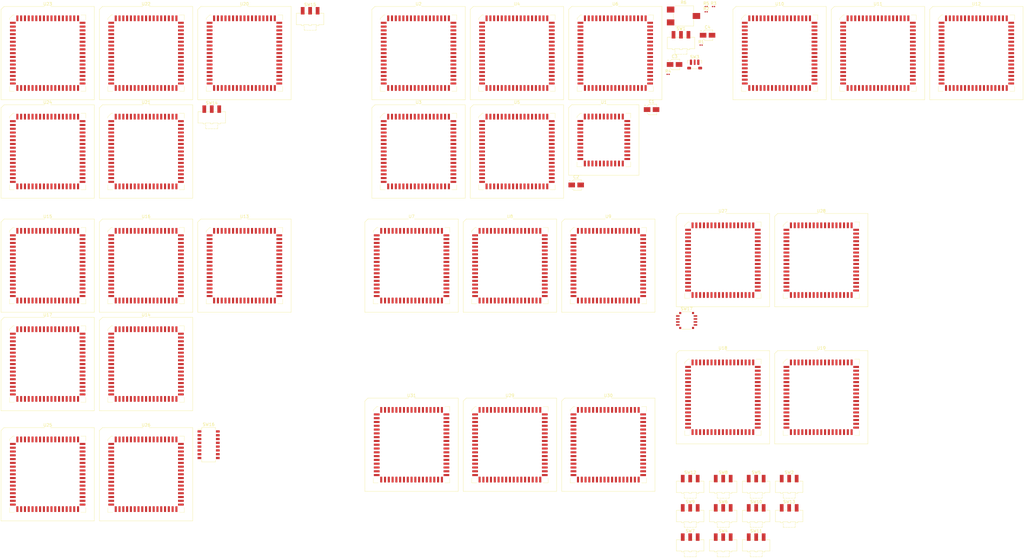
<source format=kicad_pcb>
(kicad_pcb (version 20171130) (host pcbnew "(5.1.9)-1")
  (layers (0 F.Cu signal) (31 B.Cu signal) (34 B.Paste user) (35 F.Paste user) (36 B.SilkS user) (37 F.SilkS user) (38 B.Mask user) (39 F.Mask user) (44 Edge.Cuts user))
  (net 0 "")
  (net 1 /Clock/CoupleC)
  (net 2 GND)
  (net 3 "Net-(C2-Pad2)")
  (net 4 "Net-(C3-Pad1)")
  (net 5 "Net-(C4-Pad2)")
  (net 6 PWR)
  (net 7 "Net-(R1-Pad2)")
  (net 8 "Net-(R2-Pad1)")
  (net 9 "Net-(R3-Pad2)")
  (net 10 "Net-(R5-Pad2)")
  (net 11 "Net-(R5-Pad1)")
  (net 12 "Net-(R6-Pad1)")
  (net 13 /Clock/HLT)
  (net 14 /RegisterA/~AI)
  (net 15 /RegisterA/~AO)
  (net 16 /RegisterB/~BI)
  (net 17 /RegisterB/~BO)
  (net 18 ~RST)
  (net 19 /ALU/~EO)
  (net 20 /ALU/SUB)
  (net 21 "/Program Counter/~CO")
  (net 22 "/Program Counter/CE")
  (net 23 "/Program Counter/~J")
  (net 24 "/Memory/Memory Values/mux_s")
  (net 25 "Net-(SW15-Pad2)")
  (net 26 "/Memory/Memory Values/manual7")
  (net 27 "/Memory/Memory Values/manual6")
  (net 28 "/Memory/Memory Values/manual5")
  (net 29 "/Memory/Memory Values/manual4")
  (net 30 "/Memory/Memory Values/manual3")
  (net 31 "/Memory/Memory Values/manual2")
  (net 32 "/Memory/Memory Values/manual1")
  (net 33 "/Memory/Memory Values/manual0")
  (net 34 "/Memory/Memory Address/manual0")
  (net 35 "/Memory/Memory Address/manual1")
  (net 36 "/Memory/Memory Address/manual2")
  (net 37 "/Memory/Memory Address/manual3")
  (net 38 "Net-(U1-Pad2)")
  (net 39 /Clock/SELECTOR)
  (net 40 "Net-(U1-Pad4)")
  (net 41 "Net-(U3-Pad9)")
  (net 42 CLK)
  (net 43 "Net-(U3-Pad6)")
  (net 44 /Clock/MONOSTABLE)
  (net 45 "Net-(U3-Pad3)")
  (net 46 /Clock/ASTABLE)
  (net 47 bus0)
  (net 48 bus1)
  (net 49 bus2)
  (net 50 bus3)
  (net 51 bus4)
  (net 52 bus5)
  (net 53 bus6)
  (net 54 bus7)
  (net 55 /RegisterA/a7)
  (net 56 /RegisterA/a6)
  (net 57 /RegisterA/a5)
  (net 58 /RegisterA/a4)
  (net 59 /RegisterA/a3)
  (net 60 /RegisterA/a2)
  (net 61 /RegisterA/a1)
  (net 62 /RegisterA/a0)
  (net 63 /RegisterB/b7)
  (net 64 /RegisterB/b6)
  (net 65 /RegisterB/b5)
  (net 66 /RegisterB/b4)
  (net 67 /RegisterB/b3)
  (net 68 /RegisterB/b2)
  (net 69 /RegisterB/b1)
  (net 70 /RegisterB/b0)
  (net 71 /ALU/regB0)
  (net 72 "Net-(U13-Pad3)")
  (net 73 /ALU/regB1)
  (net 74 "Net-(U13-Pad6)")
  (net 75 "Net-(U13-Pad8)")
  (net 76 /ALU/regB2)
  (net 77 "Net-(U13-Pad11)")
  (net 78 /ALU/regB3)
  (net 79 /ALU/e0)
  (net 80 /ALU/e1)
  (net 81 /ALU/e2)
  (net 82 /ALU/e3)
  (net 83 /ALU/e4)
  (net 84 /ALU/e5)
  (net 85 /ALU/e6)
  (net 86 /ALU/e7)
  (net 87 /ALU/regA2)
  (net 88 /ALU/regA3)
  (net 89 /ALU/carry)
  (net 90 /ALU/regA0)
  (net 91 /ALU/regA1)
  (net 92 /ALU/regB4)
  (net 93 "Net-(U16-Pad3)")
  (net 94 /ALU/regB5)
  (net 95 "Net-(U16-Pad6)")
  (net 96 "Net-(U16-Pad8)")
  (net 97 /ALU/regB6)
  (net 98 "Net-(U16-Pad11)")
  (net 99 /ALU/regB7)
  (net 100 /ALU/regA6)
  (net 101 /ALU/regA7)
  (net 102 "Net-(U17-Pad9)")
  (net 103 /ALU/regA4)
  (net 104 /ALU/regA5)
  (net 105 "/Program Counter/pc3")
  (net 106 "/Program Counter/pc2")
  (net 107 "/Program Counter/pc1")
  (net 108 "/Program Counter/pc0")
  (net 109 "Net-(U19-Pad15)")
  (net 110 "Net-(U20-Pad6)")
  (net 111 /Memory/WE)
  (net 112 /Memory/~OE)
  (net 113 "Net-(U20-Pad3)")
  (net 114 /Memory/inner0)
  (net 115 /Memory/inner1)
  (net 116 /Memory/inner2)
  (net 117 /Memory/inner3)
  (net 118 /Memory/inner4)
  (net 119 /Memory/inner5)
  (net 120 /Memory/inner6)
  (net 121 /Memory/inner7)
  (net 122 /Memory/data7)
  (net 123 /Memory/data6)
  (net 124 /Memory/data5)
  (net 125 /Memory/data4)
  (net 126 /Memory/data3)
  (net 127 /Memory/data2)
  (net 128 /Memory/data1)
  (net 129 /Memory/data0)
  (net 130 "/Memory/Memory Address/mux_s")
  (net 131 "Net-(U22-Pad4)")
  (net 132 "Net-(U22-Pad5)")
  (net 133 "Net-(U22-Pad6)")
  (net 134 "Net-(U22-Pad7)")
  (net 135 "Net-(U22-Pad9)")
  (net 136 "Net-(U22-Pad10)")
  (net 137 "Net-(U22-Pad11)")
  (net 138 "Net-(U22-Pad12)")
  (net 139 "Net-(U22-Pad13)")
  (net 140 "Net-(U22-Pad14)")
  (net 141 "Net-(U24-Pad27)")
  (net 142 /Memory/addr_in3)
  (net 143 /Memory/addr_in2)
  (net 144 /Memory/addr_in1)
  (net 145 /Memory/addr_in0)
  (net 146 "/Memory/Memory Values/mem0")
  (net 147 "/Memory/Memory Values/mem1")
  (net 148 "/Memory/Memory Values/mem2")
  (net 149 "/Memory/Memory Values/mem3")
  (net 150 "/Memory/Memory Values/mem7")
  (net 151 "/Memory/Memory Values/mem6")
  (net 152 "/Memory/Memory Values/mem5")
  (net 153 "/Memory/Memory Values/mem4")
  (net 154 "Net-(U27-Pad3)")
  (net 155 "Net-(U27-Pad4)")
  (net 156 "Net-(U27-Pad5)")
  (net 157 "Net-(U27-Pad6)")
  (net 158 "/Memory/Memory Address/MI")
  (net 159 "/Memory/Memory Address/addr3")
  (net 160 "/Memory/Memory Address/addr2")
  (net 161 "/Memory/Memory Address/addr1")
  (net 162 "/Memory/Memory Address/addr0")
  (net 163 "/Instruction Register/inst4")
  (net 164 "/Instruction Register/inst5")
  (net 165 "/Instruction Register/inst6")
  (net 166 "/Instruction Register/inst7")
  (net 167 "/Instruction Register/~IO")
  (net 168 "Net-(U30-Pad14)")
  (net 169 "Net-(U30-Pad13)")
  (net 170 "Net-(U30-Pad12)")
  (net 171 "Net-(U30-Pad11)")
  (net 172 "/Instruction Register/~II")
  (net 173 "/Instruction Register/inst3")
  (net 174 "/Instruction Register/inst2")
  (net 175 "/Instruction Register/inst1")
  (net 176 "/Instruction Register/inst0")
  (net 177 "Net-(U31-Pad11)")
  (net 178 "Net-(U31-Pad12)")
  (net 179 "Net-(U31-Pad13)")
  (net 180 "Net-(U31-Pad14)")
  (module Capacitor_SMD:CP_Elec_3x5.3 (layer F.Cu) (at 220.775001 55.195001)
    (fp_text reference C1 (at 0 -2.7) (layer F.SilkS))
    (fp_text value 100p)
    (pad 1 smd rect (at -1.5 0) (size 2.2 1.6) (layers F.Cu F.Paste F.Mask) (net 1 /Clock/CoupleC))
    (pad 2 smd rect (at 1.5 0) (size 2.2 1.6) (layers F.Cu F.Paste F.Mask) (net 2 GND))
  )
  (module Capacitor_SMD:CP_Elec_3x5.3 (layer F.Cu) (at 195.525001 80.445001)
    (fp_text reference C2 (at 0 -2.7) (layer F.SilkS))
    (fp_text value 100p)
    (pad 2 smd rect (at 1.5 0) (size 2.2 1.6) (layers F.Cu F.Paste F.Mask) (net 3 "Net-(C2-Pad2)"))
    (pad 1 smd rect (at -1.5 0) (size 2.2 1.6) (layers F.Cu F.Paste F.Mask) (net 2 GND))
  )
  (module Capacitor_SMD:CP_Elec_3x5.3 (layer F.Cu) (at 228.475001 40.095001)
    (fp_text reference C3 (at 0 -2.7) (layer F.SilkS))
    (fp_text value 3.3u)
    (pad 1 smd rect (at -1.5 0) (size 2.2 1.6) (layers F.Cu F.Paste F.Mask) (net 4 "Net-(C3-Pad1)"))
    (pad 2 smd rect (at 1.5 0) (size 2.2 1.6) (layers F.Cu F.Paste F.Mask) (net 2 GND))
  )
  (module Capacitor_SMD:CP_Elec_3x5.3 (layer F.Cu) (at 239.525001 30.295001)
    (fp_text reference C4 (at 0 -2.7) (layer F.SilkS))
    (fp_text value 100p)
    (pad 2 smd rect (at 1.5 0) (size 2.2 1.6) (layers F.Cu F.Paste F.Mask) (net 5 "Net-(C4-Pad2)"))
    (pad 1 smd rect (at -1.5 0) (size 2.2 1.6) (layers F.Cu F.Paste F.Mask) (net 2 GND))
  )
  (module Resistor_SMD:R_0201_0603Metric (layer F.Cu) (at 237.375001 33.595001)
    (fp_text reference R1 (at 0 -1.05) (layer F.SilkS))
    (fp_text value 1k)
    (pad 1 smd roundrect (at -0.32 0) (size 0.46 0.4) (layers F.Cu F.Mask) (net 6 PWR))
    (pad 2 smd roundrect (at 0.32 0) (size 0.46 0.4) (layers F.Cu F.Mask) (net 7 "Net-(R1-Pad2)"))
  )
  (module Resistor_SMD:R_0201_0603Metric (layer F.Cu) (at 239.075001 22.445001)
    (fp_text reference R2 (at 0 -1.05) (layer F.SilkS))
    (fp_text value 1k)
    (pad 1 smd roundrect (at -0.32 0) (size 0.46 0.4) (layers F.Cu F.Mask) (net 8 "Net-(R2-Pad1)"))
    (pad 2 smd roundrect (at 0.32 0) (size 0.46 0.4) (layers F.Cu F.Mask) (net 6 PWR))
  )
  (module Resistor_SMD:R_0201_0603Metric (layer F.Cu) (at 241.525001 20.695001)
    (fp_text reference R3 (at 0 -1.05) (layer F.SilkS))
    (fp_text value 1k)
    (pad 1 smd roundrect (at -0.32 0) (size 0.46 0.4) (layers F.Cu F.Mask) (net 6 PWR))
    (pad 2 smd roundrect (at 0.32 0) (size 0.46 0.4) (layers F.Cu F.Mask) (net 9 "Net-(R3-Pad2)"))
  )
  (module Resistor_SMD:R_0201_0603Metric (layer F.Cu) (at 226.325001 43.395001)
    (fp_text reference R4 (at 0 -1.05) (layer F.SilkS))
    (fp_text value 1M)
    (pad 2 smd roundrect (at 0.32 0) (size 0.46 0.4) (layers F.Cu F.Mask) (net 4 "Net-(C3-Pad1)"))
    (pad 1 smd roundrect (at -0.32 0) (size 0.46 0.4) (layers F.Cu F.Mask) (net 6 PWR))
  )
  (module Resistor_SMD:R_0201_0603Metric (layer F.Cu) (at 239.075001 20.695001)
    (fp_text reference R5 (at 0 -1.05) (layer F.SilkS))
    (fp_text value 10k)
    (pad 2 smd roundrect (at 0.32 0) (size 0.46 0.4) (layers F.Cu F.Mask) (net 10 "Net-(R5-Pad2)"))
    (pad 1 smd roundrect (at -0.32 0) (size 0.46 0.4) (layers F.Cu F.Mask) (net 11 "Net-(R5-Pad1)"))
  )
  (module Potentiometer_SMD:Potentiometer_ACP_CA6-VSMD_Vertical (layer F.Cu) (at 231.475001 23.845001)
    (fp_text reference R6 (at 0 -4.5) (layer F.SilkS))
    (fp_text value "10k pot")
    (pad 3 smd rect (at -4.325 -2.15) (size 2.5 2) (layers F.Cu F.Paste F.Mask))
    (pad 2 smd rect (at 4.325 0) (size 2.5 2) (layers F.Cu F.Paste F.Mask) (net 11 "Net-(R5-Pad1)"))
    (pad 1 smd rect (at -4.325 2.15) (size 2.5 2) (layers F.Cu F.Paste F.Mask) (net 12 "Net-(R6-Pad1)"))
  )
  (module Button_Switch_SMD:SW_SPDT_CK-JS102011SAQN (layer F.Cu) (at 230.625001 32.895001)
    (fp_text reference SW1 (at 0 -4.8) (layer F.SilkS))
    (fp_text value SW_SPDT)
    (pad "" np_thru_hole circle (at 3.4 0) (size 0.9 0.9) (drill 0.9) (layers *.Cu *.Mask))
    (pad "" np_thru_hole circle (at -3.4 0) (size 0.9 0.9) (drill 0.9) (layers *.Cu *.Mask))
    (pad 3 smd rect (at 2.5 -2.75) (size 1.25 2.5) (layers F.Cu F.Paste F.Mask) (net 8 "Net-(R2-Pad1)"))
    (pad 2 smd rect (at 0 -2.75) (size 1.25 2.5) (layers F.Cu F.Paste F.Mask) (net 2 GND))
    (pad 1 smd rect (at -2.5 -2.75) (size 1.25 2.5) (layers F.Cu F.Paste F.Mask) (net 7 "Net-(R1-Pad2)"))
  )
  (module Button_Switch_SMD:SW_SPDT_CK-JS102011SAQN (layer F.Cu) (at 266.865001 181.545001)
    (fp_text reference SW2 (at 0 -4.8) (layer F.SilkS))
    (fp_text value SW_SPDT)
    (pad 1 smd rect (at -2.5 -2.75) (size 1.25 2.5) (layers F.Cu F.Paste F.Mask) (net 2 GND))
    (pad 2 smd rect (at 0 -2.75) (size 1.25 2.5) (layers F.Cu F.Paste F.Mask) (net 13 /Clock/HLT))
    (pad 3 smd rect (at 2.5 -2.75) (size 1.25 2.5) (layers F.Cu F.Paste F.Mask) (net 6 PWR))
    (pad "" np_thru_hole circle (at -3.4 0) (size 0.9 0.9) (drill 0.9) (layers *.Cu *.Mask))
    (pad "" np_thru_hole circle (at 3.4 0) (size 0.9 0.9) (drill 0.9) (layers *.Cu *.Mask))
  )
  (module Button_Switch_SMD:SW_Push_1P1T-MP_NO_Horizontal_Alps_SKRTLAE010 (layer F.Cu) (at 235.205001 40.245001)
    (fp_text reference SW3 (at 0 -2.7 180) (layer F.SilkS))
    (fp_text value SW_Push)
    (pad "" np_thru_hole circle (at -2.125 0) (size 0.9 0.9) (drill 0.9) (layers *.Cu *.Mask))
    (pad "" np_thru_hole circle (at 2.125 0) (size 0.9 0.9) (drill 0.9) (layers *.Cu *.Mask))
    (pad 1 smd roundrect (at -1.225 -0.9) (size 0.75 1.8) (layers F.Cu F.Paste F.Mask) (net 2 GND))
    (pad 1 smd roundrect (at 1.225 -0.9) (size 0.75 1.8) (layers F.Cu F.Paste F.Mask) (net 2 GND))
    (pad 2 smd roundrect (at 0 -0.9) (size 0.6 1.8) (layers F.Cu F.Paste F.Mask) (net 9 "Net-(R3-Pad2)"))
    (pad MP smd roundrect (at -1.85 1.05) (size 1.3 0.9) (layers F.Cu F.Paste F.Mask))
    (pad MP smd roundrect (at 1.85 1.05) (size 1.3 0.9) (layers F.Cu F.Paste F.Mask))
  )
  (module Button_Switch_SMD:SW_SPDT_CK-JS102011SAQN (layer F.Cu) (at 244.765001 201.145001)
    (fp_text reference SW4 (at 0 -4.8) (layer F.SilkS))
    (fp_text value SW_SPDT)
    (pad "" np_thru_hole circle (at 3.4 0) (size 0.9 0.9) (drill 0.9) (layers *.Cu *.Mask))
    (pad "" np_thru_hole circle (at -3.4 0) (size 0.9 0.9) (drill 0.9) (layers *.Cu *.Mask))
    (pad 3 smd rect (at 2.5 -2.75) (size 1.25 2.5) (layers F.Cu F.Paste F.Mask) (net 6 PWR))
    (pad 2 smd rect (at 0 -2.75) (size 1.25 2.5) (layers F.Cu F.Paste F.Mask) (net 14 /RegisterA/~AI))
    (pad 1 smd rect (at -2.5 -2.75) (size 1.25 2.5) (layers F.Cu F.Paste F.Mask) (net 2 GND))
  )
  (module Button_Switch_SMD:SW_SPDT_CK-JS102011SAQN (layer F.Cu) (at 255.815001 181.545001)
    (fp_text reference SW5 (at 0 -4.8) (layer F.SilkS))
    (fp_text value SW_SPDT)
    (pad 1 smd rect (at -2.5 -2.75) (size 1.25 2.5) (layers F.Cu F.Paste F.Mask) (net 2 GND))
    (pad 2 smd rect (at 0 -2.75) (size 1.25 2.5) (layers F.Cu F.Paste F.Mask) (net 15 /RegisterA/~AO))
    (pad 3 smd rect (at 2.5 -2.75) (size 1.25 2.5) (layers F.Cu F.Paste F.Mask) (net 6 PWR))
    (pad "" np_thru_hole circle (at -3.4 0) (size 0.9 0.9) (drill 0.9) (layers *.Cu *.Mask))
    (pad "" np_thru_hole circle (at 3.4 0) (size 0.9 0.9) (drill 0.9) (layers *.Cu *.Mask))
  )
  (module Button_Switch_SMD:SW_SPDT_CK-JS102011SAQN (layer F.Cu) (at 244.765001 191.345001)
    (fp_text reference SW6 (at 0 -4.8) (layer F.SilkS))
    (fp_text value SW_SPDT)
    (pad 1 smd rect (at -2.5 -2.75) (size 1.25 2.5) (layers F.Cu F.Paste F.Mask) (net 2 GND))
    (pad 2 smd rect (at 0 -2.75) (size 1.25 2.5) (layers F.Cu F.Paste F.Mask) (net 16 /RegisterB/~BI))
    (pad 3 smd rect (at 2.5 -2.75) (size 1.25 2.5) (layers F.Cu F.Paste F.Mask) (net 6 PWR))
    (pad "" np_thru_hole circle (at -3.4 0) (size 0.9 0.9) (drill 0.9) (layers *.Cu *.Mask))
    (pad "" np_thru_hole circle (at 3.4 0) (size 0.9 0.9) (drill 0.9) (layers *.Cu *.Mask))
  )
  (module Button_Switch_SMD:SW_SPDT_CK-JS102011SAQN (layer F.Cu) (at 233.715001 201.145001)
    (fp_text reference SW7 (at 0 -4.8) (layer F.SilkS))
    (fp_text value SW_SPDT)
    (pad "" np_thru_hole circle (at 3.4 0) (size 0.9 0.9) (drill 0.9) (layers *.Cu *.Mask))
    (pad "" np_thru_hole circle (at -3.4 0) (size 0.9 0.9) (drill 0.9) (layers *.Cu *.Mask))
    (pad 3 smd rect (at 2.5 -2.75) (size 1.25 2.5) (layers F.Cu F.Paste F.Mask) (net 6 PWR))
    (pad 2 smd rect (at 0 -2.75) (size 1.25 2.5) (layers F.Cu F.Paste F.Mask) (net 17 /RegisterB/~BO))
    (pad 1 smd rect (at -2.5 -2.75) (size 1.25 2.5) (layers F.Cu F.Paste F.Mask) (net 2 GND))
  )
  (module Button_Switch_SMD:SW_SPDT_CK-JS102011SAQN (layer F.Cu) (at 244.765001 181.545001)
    (fp_text reference SW8 (at 0 -4.8) (layer F.SilkS))
    (fp_text value SW_SPDT)
    (pad "" np_thru_hole circle (at 3.4 0) (size 0.9 0.9) (drill 0.9) (layers *.Cu *.Mask))
    (pad "" np_thru_hole circle (at -3.4 0) (size 0.9 0.9) (drill 0.9) (layers *.Cu *.Mask))
    (pad 3 smd rect (at 2.5 -2.75) (size 1.25 2.5) (layers F.Cu F.Paste F.Mask) (net 6 PWR))
    (pad 2 smd rect (at 0 -2.75) (size 1.25 2.5) (layers F.Cu F.Paste F.Mask) (net 18 ~RST))
    (pad 1 smd rect (at -2.5 -2.75) (size 1.25 2.5) (layers F.Cu F.Paste F.Mask) (net 2 GND))
  )
  (module Button_Switch_SMD:SW_SPDT_CK-JS102011SAQN (layer F.Cu) (at 233.715001 191.345001)
    (fp_text reference SW9 (at 0 -4.8) (layer F.SilkS))
    (fp_text value SW_SPDT)
    (pad 1 smd rect (at -2.5 -2.75) (size 1.25 2.5) (layers F.Cu F.Paste F.Mask) (net 2 GND))
    (pad 2 smd rect (at 0 -2.75) (size 1.25 2.5) (layers F.Cu F.Paste F.Mask) (net 19 /ALU/~EO))
    (pad 3 smd rect (at 2.5 -2.75) (size 1.25 2.5) (layers F.Cu F.Paste F.Mask) (net 6 PWR))
    (pad "" np_thru_hole circle (at -3.4 0) (size 0.9 0.9) (drill 0.9) (layers *.Cu *.Mask))
    (pad "" np_thru_hole circle (at 3.4 0) (size 0.9 0.9) (drill 0.9) (layers *.Cu *.Mask))
  )
  (module Button_Switch_SMD:SW_SPDT_CK-JS102011SAQN (layer F.Cu) (at 255.815001 191.345001)
    (fp_text reference SW10 (at 0 -4.8) (layer F.SilkS))
    (fp_text value SW_SPDT)
    (pad "" np_thru_hole circle (at 3.4 0) (size 0.9 0.9) (drill 0.9) (layers *.Cu *.Mask))
    (pad "" np_thru_hole circle (at -3.4 0) (size 0.9 0.9) (drill 0.9) (layers *.Cu *.Mask))
    (pad 3 smd rect (at 2.5 -2.75) (size 1.25 2.5) (layers F.Cu F.Paste F.Mask) (net 6 PWR))
    (pad 2 smd rect (at 0 -2.75) (size 1.25 2.5) (layers F.Cu F.Paste F.Mask) (net 20 /ALU/SUB))
    (pad 1 smd rect (at -2.5 -2.75) (size 1.25 2.5) (layers F.Cu F.Paste F.Mask) (net 2 GND))
  )
  (module Button_Switch_SMD:SW_SPDT_CK-JS102011SAQN (layer F.Cu) (at 255.815001 201.145001)
    (fp_text reference SW11 (at 0 -4.8) (layer F.SilkS))
    (fp_text value SW_SPDT)
    (pad "" np_thru_hole circle (at 3.4 0) (size 0.9 0.9) (drill 0.9) (layers *.Cu *.Mask))
    (pad "" np_thru_hole circle (at -3.4 0) (size 0.9 0.9) (drill 0.9) (layers *.Cu *.Mask))
    (pad 3 smd rect (at 2.5 -2.75) (size 1.25 2.5) (layers F.Cu F.Paste F.Mask) (net 6 PWR))
    (pad 2 smd rect (at 0 -2.75) (size 1.25 2.5) (layers F.Cu F.Paste F.Mask) (net 21 "/Program Counter/~CO"))
    (pad 1 smd rect (at -2.5 -2.75) (size 1.25 2.5) (layers F.Cu F.Paste F.Mask) (net 2 GND))
  )
  (module Button_Switch_SMD:SW_SPDT_CK-JS102011SAQN (layer F.Cu) (at 233.715001 181.545001)
    (fp_text reference SW12 (at 0 -4.8) (layer F.SilkS))
    (fp_text value SW_SPDT)
    (pad "" np_thru_hole circle (at 3.4 0) (size 0.9 0.9) (drill 0.9) (layers *.Cu *.Mask))
    (pad "" np_thru_hole circle (at -3.4 0) (size 0.9 0.9) (drill 0.9) (layers *.Cu *.Mask))
    (pad 3 smd rect (at 2.5 -2.75) (size 1.25 2.5) (layers F.Cu F.Paste F.Mask) (net 6 PWR))
    (pad 2 smd rect (at 0 -2.75) (size 1.25 2.5) (layers F.Cu F.Paste F.Mask) (net 22 "/Program Counter/CE"))
    (pad 1 smd rect (at -2.5 -2.75) (size 1.25 2.5) (layers F.Cu F.Paste F.Mask) (net 2 GND))
  )
  (module Button_Switch_SMD:SW_SPDT_CK-JS102011SAQN (layer F.Cu) (at 266.865001 191.345001)
    (fp_text reference SW13 (at 0 -4.8) (layer F.SilkS))
    (fp_text value SW_SPDT)
    (pad 1 smd rect (at -2.5 -2.75) (size 1.25 2.5) (layers F.Cu F.Paste F.Mask) (net 2 GND))
    (pad 2 smd rect (at 0 -2.75) (size 1.25 2.5) (layers F.Cu F.Paste F.Mask) (net 23 "/Program Counter/~J"))
    (pad 3 smd rect (at 2.5 -2.75) (size 1.25 2.5) (layers F.Cu F.Paste F.Mask) (net 6 PWR))
    (pad "" np_thru_hole circle (at -3.4 0) (size 0.9 0.9) (drill 0.9) (layers *.Cu *.Mask))
    (pad "" np_thru_hole circle (at 3.4 0) (size 0.9 0.9) (drill 0.9) (layers *.Cu *.Mask))
  )
  (module Button_Switch_SMD:SW_SPDT_CK-JS102011SAQN (layer F.Cu) (at 73.465001 57.795001)
    (fp_text reference SW14 (at 0 -4.8) (layer F.SilkS))
    (fp_text value SW_SPDT)
    (pad 1 smd rect (at -2.5 -2.75) (size 1.25 2.5) (layers F.Cu F.Paste F.Mask) (net 2 GND))
    (pad 2 smd rect (at 0 -2.75) (size 1.25 2.5) (layers F.Cu F.Paste F.Mask) (net 24 "/Memory/Memory Values/mux_s"))
    (pad 3 smd rect (at 2.5 -2.75) (size 1.25 2.5) (layers F.Cu F.Paste F.Mask) (net 6 PWR))
    (pad "" np_thru_hole circle (at -3.4 0) (size 0.9 0.9) (drill 0.9) (layers *.Cu *.Mask))
    (pad "" np_thru_hole circle (at 3.4 0) (size 0.9 0.9) (drill 0.9) (layers *.Cu *.Mask))
  )
  (module Button_Switch_SMD:SW_SPDT_CK-JS102011SAQN (layer F.Cu) (at 106.415001 24.845001)
    (fp_text reference SW15 (at 0 -4.8) (layer F.SilkS))
    (fp_text value SW_Push)
    (pad 1 smd rect (at -2.5 -2.75) (size 1.25 2.5) (layers F.Cu F.Paste F.Mask) (net 2 GND))
    (pad 2 smd rect (at 0 -2.75) (size 1.25 2.5) (layers F.Cu F.Paste F.Mask) (net 25 "Net-(SW15-Pad2)"))
    (pad 3 smd rect (at 2.5 -2.75) (size 1.25 2.5) (layers F.Cu F.Paste F.Mask))
    (pad "" np_thru_hole circle (at -3.4 0) (size 0.9 0.9) (drill 0.9) (layers *.Cu *.Mask))
    (pad "" np_thru_hole circle (at 3.4 0) (size 0.9 0.9) (drill 0.9) (layers *.Cu *.Mask))
  )
  (module Button_Switch_SMD:SW_DIP_SPSTx08_Slide_Omron_A6H-8101_W6.15mm_P1.27mm (layer F.Cu) (at 72.415001 167.445001)
    (fp_text reference SW16 (at 0 -6.775) (layer F.SilkS))
    (fp_text value SW_DIP_x08)
    (pad 1 smd rect (at -3.075 -4.445) (size 1.25 0.76) (layers F.Cu F.Paste F.Mask) (net 26 "/Memory/Memory Values/manual7"))
    (pad 9 smd rect (at 3.075 4.445) (size 1.25 0.76) (layers F.Cu F.Paste F.Mask) (net 2 GND))
    (pad 2 smd rect (at -3.075 -3.175) (size 1.25 0.76) (layers F.Cu F.Paste F.Mask) (net 27 "/Memory/Memory Values/manual6"))
    (pad 10 smd rect (at 3.075 3.175) (size 1.25 0.76) (layers F.Cu F.Paste F.Mask) (net 2 GND))
    (pad 3 smd rect (at -3.075 -1.905) (size 1.25 0.76) (layers F.Cu F.Paste F.Mask) (net 28 "/Memory/Memory Values/manual5"))
    (pad 11 smd rect (at 3.075 1.905) (size 1.25 0.76) (layers F.Cu F.Paste F.Mask) (net 2 GND))
    (pad 4 smd rect (at -3.075 -0.635) (size 1.25 0.76) (layers F.Cu F.Paste F.Mask) (net 29 "/Memory/Memory Values/manual4"))
    (pad 12 smd rect (at 3.075 0.635) (size 1.25 0.76) (layers F.Cu F.Paste F.Mask) (net 2 GND))
    (pad 5 smd rect (at -3.075 0.635) (size 1.25 0.76) (layers F.Cu F.Paste F.Mask) (net 30 "/Memory/Memory Values/manual3"))
    (pad 13 smd rect (at 3.075 -0.635) (size 1.25 0.76) (layers F.Cu F.Paste F.Mask) (net 2 GND))
    (pad 6 smd rect (at -3.075 1.905) (size 1.25 0.76) (layers F.Cu F.Paste F.Mask) (net 31 "/Memory/Memory Values/manual2"))
    (pad 14 smd rect (at 3.075 -1.905) (size 1.25 0.76) (layers F.Cu F.Paste F.Mask) (net 2 GND))
    (pad 7 smd rect (at -3.075 3.175) (size 1.25 0.76) (layers F.Cu F.Paste F.Mask) (net 32 "/Memory/Memory Values/manual1"))
    (pad 15 smd rect (at 3.075 -3.175) (size 1.25 0.76) (layers F.Cu F.Paste F.Mask) (net 2 GND))
    (pad 8 smd rect (at -3.075 4.445) (size 1.25 0.76) (layers F.Cu F.Paste F.Mask) (net 33 "/Memory/Memory Values/manual0"))
    (pad 16 smd rect (at 3.075 -4.445) (size 1.25 0.76) (layers F.Cu F.Paste F.Mask) (net 2 GND))
  )
  (module Button_Switch_SMD:SW_DIP_SPSTx04_Slide_Copal_CVS-04xB_W5.9mm_P1mm (layer F.Cu) (at 232.515001 125.835001)
    (fp_text reference SW17 (at 0 -3.91) (layer F.SilkS))
    (fp_text value SW_DIP_x04)
    (pad 1 smd rect (at -2.95 -1.5) (size 1.2 0.5) (layers F.Cu F.Paste F.Mask) (net 34 "/Memory/Memory Address/manual0"))
    (pad 5 smd rect (at 2.95 1.5) (size 1.2 0.5) (layers F.Cu F.Paste F.Mask) (net 2 GND))
    (pad 2 smd rect (at -2.95 -0.5) (size 1.2 0.5) (layers F.Cu F.Paste F.Mask) (net 35 "/Memory/Memory Address/manual1"))
    (pad 6 smd rect (at 2.95 0.5) (size 1.2 0.5) (layers F.Cu F.Paste F.Mask) (net 2 GND))
    (pad 3 smd rect (at -2.95 0.5) (size 1.2 0.5) (layers F.Cu F.Paste F.Mask) (net 36 "/Memory/Memory Address/manual2"))
    (pad 7 smd rect (at 2.95 -0.5) (size 1.2 0.5) (layers F.Cu F.Paste F.Mask) (net 2 GND))
    (pad 4 smd rect (at -2.95 1.5) (size 1.2 0.5) (layers F.Cu F.Paste F.Mask) (net 37 "/Memory/Memory Address/manual3"))
    (pad 8 smd rect (at 2.95 -1.5) (size 1.2 0.5) (layers F.Cu F.Paste F.Mask) (net 2 GND))
    (pad 9 smd rect (at -2.15 -2.5) (size 0.7 0.7) (layers F.Cu F.Paste F.Mask))
    (pad 9 smd rect (at 2.15 -2.5) (size 0.7 0.7) (layers F.Cu F.Paste F.Mask))
    (pad 9 smd rect (at -2.15 2.5) (size 0.7 0.7) (layers F.Cu F.Paste F.Mask))
    (pad 9 smd rect (at 2.15 2.5) (size 0.7 0.7) (layers F.Cu F.Paste F.Mask))
  )
  (module Package_LCC:PLCC-44_SMD-Socket (layer F.Cu) (at 204.775001 65.395001)
    (fp_text reference U1 (at 0 -12.64) (layer F.SilkS))
    (fp_text value 74LS04)
    (pad 1 smd rect (at 0 -7.8625) (size 0.7 1.925) (layers F.Cu F.Paste F.Mask) (net 13 /Clock/HLT))
    (pad 2 smd rect (at -1.27 -7.8625) (size 0.7 1.925) (layers F.Cu F.Paste F.Mask) (net 38 "Net-(U1-Pad2)"))
    (pad 3 smd rect (at -2.54 -7.8625) (size 0.7 1.925) (layers F.Cu F.Paste F.Mask) (net 39 /Clock/SELECTOR))
    (pad 4 smd rect (at -3.81 -7.8625) (size 0.7 1.925) (layers F.Cu F.Paste F.Mask) (net 40 "Net-(U1-Pad4)"))
    (pad 5 smd rect (at -5.08 -7.8625) (size 0.7 1.925) (layers F.Cu F.Paste F.Mask))
    (pad 6 smd rect (at -6.35 -7.8625) (size 0.7 1.925) (layers F.Cu F.Paste F.Mask))
    (pad 44 smd rect (at 1.27 -7.8625) (size 0.7 1.925) (layers F.Cu F.Paste F.Mask))
    (pad 43 smd rect (at 2.54 -7.8625) (size 0.7 1.925) (layers F.Cu F.Paste F.Mask))
    (pad 42 smd rect (at 3.81 -7.8625) (size 0.7 1.925) (layers F.Cu F.Paste F.Mask))
    (pad 41 smd rect (at 5.08 -7.8625) (size 0.7 1.925) (layers F.Cu F.Paste F.Mask))
    (pad 40 smd rect (at 6.35 -7.8625) (size 0.7 1.925) (layers F.Cu F.Paste F.Mask))
    (pad 7 smd rect (at -7.8625 -6.35) (size 1.925 0.7) (layers F.Cu F.Paste F.Mask) (net 2 GND))
    (pad 8 smd rect (at -7.8625 -5.08) (size 1.925 0.7) (layers F.Cu F.Paste F.Mask))
    (pad 9 smd rect (at -7.8625 -3.81) (size 1.925 0.7) (layers F.Cu F.Paste F.Mask))
    (pad 10 smd rect (at -7.8625 -2.54) (size 1.925 0.7) (layers F.Cu F.Paste F.Mask))
    (pad 11 smd rect (at -7.8625 -1.27) (size 1.925 0.7) (layers F.Cu F.Paste F.Mask))
    (pad 12 smd rect (at -7.8625 0) (size 1.925 0.7) (layers F.Cu F.Paste F.Mask))
    (pad 13 smd rect (at -7.8625 1.27) (size 1.925 0.7) (layers F.Cu F.Paste F.Mask))
    (pad 14 smd rect (at -7.8625 2.54) (size 1.925 0.7) (layers F.Cu F.Paste F.Mask) (net 6 PWR))
    (pad 15 smd rect (at -7.8625 3.81) (size 1.925 0.7) (layers F.Cu F.Paste F.Mask))
    (pad 16 smd rect (at -7.8625 5.08) (size 1.925 0.7) (layers F.Cu F.Paste F.Mask))
    (pad 17 smd rect (at -7.8625 6.35) (size 1.925 0.7) (layers F.Cu F.Paste F.Mask))
    (pad 18 smd rect (at -6.35 7.8625) (size 0.7 1.925) (layers F.Cu F.Paste F.Mask))
    (pad 19 smd rect (at -5.08 7.8625) (size 0.7 1.925) (layers F.Cu F.Paste F.Mask))
    (pad 20 smd rect (at -3.81 7.8625) (size 0.7 1.925) (layers F.Cu F.Paste F.Mask))
    (pad 21 smd rect (at -2.54 7.8625) (size 0.7 1.925) (layers F.Cu F.Paste F.Mask))
    (pad 22 smd rect (at -1.27 7.8625) (size 0.7 1.925) (layers F.Cu F.Paste F.Mask))
    (pad 23 smd rect (at 0 7.8625) (size 0.7 1.925) (layers F.Cu F.Paste F.Mask))
    (pad 24 smd rect (at 1.27 7.8625) (size 0.7 1.925) (layers F.Cu F.Paste F.Mask))
    (pad 25 smd rect (at 2.54 7.8625) (size 0.7 1.925) (layers F.Cu F.Paste F.Mask))
    (pad 26 smd rect (at 3.81 7.8625) (size 0.7 1.925) (layers F.Cu F.Paste F.Mask))
    (pad 27 smd rect (at 5.08 7.8625) (size 0.7 1.925) (layers F.Cu F.Paste F.Mask))
    (pad 28 smd rect (at 6.35 7.8625) (size 0.7 1.925) (layers F.Cu F.Paste F.Mask))
    (pad 29 smd rect (at 7.8625 6.35) (size 1.925 0.7) (layers F.Cu F.Paste F.Mask))
    (pad 30 smd rect (at 7.8625 5.08) (size 1.925 0.7) (layers F.Cu F.Paste F.Mask))
    (pad 31 smd rect (at 7.8625 3.81) (size 1.925 0.7) (layers F.Cu F.Paste F.Mask))
    (pad 32 smd rect (at 7.8625 2.54) (size 1.925 0.7) (layers F.Cu F.Paste F.Mask))
    (pad 33 smd rect (at 7.8625 1.27) (size 1.925 0.7) (layers F.Cu F.Paste F.Mask))
    (pad 34 smd rect (at 7.8625 0) (size 1.925 0.7) (layers F.Cu F.Paste F.Mask))
    (pad 35 smd rect (at 7.8625 -1.27) (size 1.925 0.7) (layers F.Cu F.Paste F.Mask))
    (pad 36 smd rect (at 7.8625 -2.54) (size 1.925 0.7) (layers F.Cu F.Paste F.Mask))
    (pad 37 smd rect (at 7.8625 -3.81) (size 1.925 0.7) (layers F.Cu F.Paste F.Mask))
    (pad 38 smd rect (at 7.8625 -5.08) (size 1.925 0.7) (layers F.Cu F.Paste F.Mask))
    (pad 39 smd rect (at 7.8625 -6.35) (size 1.925 0.7) (layers F.Cu F.Paste F.Mask))
  )
  (module Package_LCC:PLCC-68_SMD-Socket (layer F.Cu) (at 142.725001 36.295001)
    (fp_text reference U2 (at 0 -16.475) (layer F.SilkS))
    (fp_text value LM5550N)
    (pad 60 smd rect (at 11.6725 -10.16) (size 1.925 0.7) (layers F.Cu F.Paste F.Mask))
    (pad 59 smd rect (at 11.6725 -8.89) (size 1.925 0.7) (layers F.Cu F.Paste F.Mask))
    (pad 58 smd rect (at 11.6725 -7.62) (size 1.925 0.7) (layers F.Cu F.Paste F.Mask))
    (pad 57 smd rect (at 11.6725 -6.35) (size 1.925 0.7) (layers F.Cu F.Paste F.Mask))
    (pad 56 smd rect (at 11.6725 -5.08) (size 1.925 0.7) (layers F.Cu F.Paste F.Mask))
    (pad 55 smd rect (at 11.6725 -3.81) (size 1.925 0.7) (layers F.Cu F.Paste F.Mask))
    (pad 54 smd rect (at 11.6725 -2.54) (size 1.925 0.7) (layers F.Cu F.Paste F.Mask))
    (pad 53 smd rect (at 11.6725 -1.27) (size 1.925 0.7) (layers F.Cu F.Paste F.Mask))
    (pad 52 smd rect (at 11.6725 0) (size 1.925 0.7) (layers F.Cu F.Paste F.Mask))
    (pad 51 smd rect (at 11.6725 1.27) (size 1.925 0.7) (layers F.Cu F.Paste F.Mask))
    (pad 50 smd rect (at 11.6725 2.54) (size 1.925 0.7) (layers F.Cu F.Paste F.Mask))
    (pad 49 smd rect (at 11.6725 3.81) (size 1.925 0.7) (layers F.Cu F.Paste F.Mask))
    (pad 48 smd rect (at 11.6725 5.08) (size 1.925 0.7) (layers F.Cu F.Paste F.Mask))
    (pad 47 smd rect (at 11.6725 6.35) (size 1.925 0.7) (layers F.Cu F.Paste F.Mask))
    (pad 46 smd rect (at 11.6725 7.62) (size 1.925 0.7) (layers F.Cu F.Paste F.Mask))
    (pad 45 smd rect (at 11.6725 8.89) (size 1.925 0.7) (layers F.Cu F.Paste F.Mask))
    (pad 44 smd rect (at 11.6725 10.16) (size 1.925 0.7) (layers F.Cu F.Paste F.Mask))
    (pad 43 smd rect (at 10.16 11.6725) (size 0.7 1.925) (layers F.Cu F.Paste F.Mask))
    (pad 42 smd rect (at 8.89 11.6725) (size 0.7 1.925) (layers F.Cu F.Paste F.Mask))
    (pad 41 smd rect (at 7.62 11.6725) (size 0.7 1.925) (layers F.Cu F.Paste F.Mask))
    (pad 40 smd rect (at 6.35 11.6725) (size 0.7 1.925) (layers F.Cu F.Paste F.Mask))
    (pad 39 smd rect (at 5.08 11.6725) (size 0.7 1.925) (layers F.Cu F.Paste F.Mask))
    (pad 38 smd rect (at 3.81 11.6725) (size 0.7 1.925) (layers F.Cu F.Paste F.Mask))
    (pad 37 smd rect (at 2.54 11.6725) (size 0.7 1.925) (layers F.Cu F.Paste F.Mask))
    (pad 36 smd rect (at 1.27 11.6725) (size 0.7 1.925) (layers F.Cu F.Paste F.Mask))
    (pad 35 smd rect (at 0 11.6725) (size 0.7 1.925) (layers F.Cu F.Paste F.Mask))
    (pad 34 smd rect (at -1.27 11.6725) (size 0.7 1.925) (layers F.Cu F.Paste F.Mask))
    (pad 33 smd rect (at -2.54 11.6725) (size 0.7 1.925) (layers F.Cu F.Paste F.Mask))
    (pad 32 smd rect (at -3.81 11.6725) (size 0.7 1.925) (layers F.Cu F.Paste F.Mask))
    (pad 31 smd rect (at -5.08 11.6725) (size 0.7 1.925) (layers F.Cu F.Paste F.Mask))
    (pad 30 smd rect (at -6.35 11.6725) (size 0.7 1.925) (layers F.Cu F.Paste F.Mask))
    (pad 29 smd rect (at -7.62 11.6725) (size 0.7 1.925) (layers F.Cu F.Paste F.Mask))
    (pad 28 smd rect (at -8.89 11.6725) (size 0.7 1.925) (layers F.Cu F.Paste F.Mask))
    (pad 27 smd rect (at -10.16 11.6725) (size 0.7 1.925) (layers F.Cu F.Paste F.Mask))
    (pad 26 smd rect (at -11.6725 10.16) (size 1.925 0.7) (layers F.Cu F.Paste F.Mask))
    (pad 25 smd rect (at -11.6725 8.89) (size 1.925 0.7) (layers F.Cu F.Paste F.Mask))
    (pad 24 smd rect (at -11.6725 7.62) (size 1.925 0.7) (layers F.Cu F.Paste F.Mask))
    (pad 23 smd rect (at -11.6725 6.35) (size 1.925 0.7) (layers F.Cu F.Paste F.Mask))
    (pad 22 smd rect (at -11.6725 5.08) (size 1.925 0.7) (layers F.Cu F.Paste F.Mask))
    (pad 21 smd rect (at -11.6725 3.81) (size 1.925 0.7) (layers F.Cu F.Paste F.Mask))
    (pad 20 smd rect (at -11.6725 2.54) (size 1.925 0.7) (layers F.Cu F.Paste F.Mask))
    (pad 19 smd rect (at -11.6725 1.27) (size 1.925 0.7) (layers F.Cu F.Paste F.Mask))
    (pad 18 smd rect (at -11.6725 0) (size 1.925 0.7) (layers F.Cu F.Paste F.Mask))
    (pad 17 smd rect (at -11.6725 -1.27) (size 1.925 0.7) (layers F.Cu F.Paste F.Mask))
    (pad 16 smd rect (at -11.6725 -2.54) (size 1.925 0.7) (layers F.Cu F.Paste F.Mask))
    (pad 15 smd rect (at -11.6725 -3.81) (size 1.925 0.7) (layers F.Cu F.Paste F.Mask))
    (pad 14 smd rect (at -11.6725 -5.08) (size 1.925 0.7) (layers F.Cu F.Paste F.Mask))
    (pad 13 smd rect (at -11.6725 -6.35) (size 1.925 0.7) (layers F.Cu F.Paste F.Mask))
    (pad 12 smd rect (at -11.6725 -7.62) (size 1.925 0.7) (layers F.Cu F.Paste F.Mask))
    (pad 11 smd rect (at -11.6725 -8.89) (size 1.925 0.7) (layers F.Cu F.Paste F.Mask))
    (pad 10 smd rect (at -11.6725 -10.16) (size 1.925 0.7) (layers F.Cu F.Paste F.Mask))
    (pad 61 smd rect (at 10.16 -11.6725) (size 0.7 1.925) (layers F.Cu F.Paste F.Mask))
    (pad 62 smd rect (at 8.89 -11.6725) (size 0.7 1.925) (layers F.Cu F.Paste F.Mask))
    (pad 63 smd rect (at 7.62 -11.6725) (size 0.7 1.925) (layers F.Cu F.Paste F.Mask))
    (pad 64 smd rect (at 6.35 -11.6725) (size 0.7 1.925) (layers F.Cu F.Paste F.Mask))
    (pad 65 smd rect (at 5.08 -11.6725) (size 0.7 1.925) (layers F.Cu F.Paste F.Mask))
    (pad 66 smd rect (at 3.81 -11.6725) (size 0.7 1.925) (layers F.Cu F.Paste F.Mask))
    (pad 67 smd rect (at 2.54 -11.6725) (size 0.7 1.925) (layers F.Cu F.Paste F.Mask))
    (pad 68 smd rect (at 1.27 -11.6725) (size 0.7 1.925) (layers F.Cu F.Paste F.Mask))
    (pad 9 smd rect (at -10.16 -11.6725) (size 0.7 1.925) (layers F.Cu F.Paste F.Mask))
    (pad 8 smd rect (at -8.89 -11.6725) (size 0.7 1.925) (layers F.Cu F.Paste F.Mask) (net 6 PWR))
    (pad 7 smd rect (at -7.62 -11.6725) (size 0.7 1.925) (layers F.Cu F.Paste F.Mask) (net 2 GND))
    (pad 6 smd rect (at -6.35 -11.6725) (size 0.7 1.925) (layers F.Cu F.Paste F.Mask) (net 2 GND))
    (pad 5 smd rect (at -5.08 -11.6725) (size 0.7 1.925) (layers F.Cu F.Paste F.Mask) (net 1 /Clock/CoupleC))
    (pad 4 smd rect (at -3.81 -11.6725) (size 0.7 1.925) (layers F.Cu F.Paste F.Mask) (net 8 "Net-(R2-Pad1)"))
    (pad 3 smd rect (at -2.54 -11.6725) (size 0.7 1.925) (layers F.Cu F.Paste F.Mask) (net 39 /Clock/SELECTOR))
    (pad 2 smd rect (at -1.27 -11.6725) (size 0.7 1.925) (layers F.Cu F.Paste F.Mask) (net 7 "Net-(R1-Pad2)"))
    (pad 1 smd rect (at 0 -11.6725) (size 0.7 1.925) (layers F.Cu F.Paste F.Mask) (net 2 GND))
  )
  (module Package_LCC:PLCC-68_SMD-Socket (layer F.Cu) (at 142.725001 69.245001)
    (fp_text reference U3 (at 0 -16.475) (layer F.SilkS))
    (fp_text value 74LS08)
    (pad 60 smd rect (at 11.6725 -10.16) (size 1.925 0.7) (layers F.Cu F.Paste F.Mask))
    (pad 59 smd rect (at 11.6725 -8.89) (size 1.925 0.7) (layers F.Cu F.Paste F.Mask))
    (pad 58 smd rect (at 11.6725 -7.62) (size 1.925 0.7) (layers F.Cu F.Paste F.Mask))
    (pad 57 smd rect (at 11.6725 -6.35) (size 1.925 0.7) (layers F.Cu F.Paste F.Mask))
    (pad 56 smd rect (at 11.6725 -5.08) (size 1.925 0.7) (layers F.Cu F.Paste F.Mask))
    (pad 55 smd rect (at 11.6725 -3.81) (size 1.925 0.7) (layers F.Cu F.Paste F.Mask))
    (pad 54 smd rect (at 11.6725 -2.54) (size 1.925 0.7) (layers F.Cu F.Paste F.Mask))
    (pad 53 smd rect (at 11.6725 -1.27) (size 1.925 0.7) (layers F.Cu F.Paste F.Mask))
    (pad 52 smd rect (at 11.6725 0) (size 1.925 0.7) (layers F.Cu F.Paste F.Mask))
    (pad 51 smd rect (at 11.6725 1.27) (size 1.925 0.7) (layers F.Cu F.Paste F.Mask))
    (pad 50 smd rect (at 11.6725 2.54) (size 1.925 0.7) (layers F.Cu F.Paste F.Mask))
    (pad 49 smd rect (at 11.6725 3.81) (size 1.925 0.7) (layers F.Cu F.Paste F.Mask))
    (pad 48 smd rect (at 11.6725 5.08) (size 1.925 0.7) (layers F.Cu F.Paste F.Mask))
    (pad 47 smd rect (at 11.6725 6.35) (size 1.925 0.7) (layers F.Cu F.Paste F.Mask))
    (pad 46 smd rect (at 11.6725 7.62) (size 1.925 0.7) (layers F.Cu F.Paste F.Mask))
    (pad 45 smd rect (at 11.6725 8.89) (size 1.925 0.7) (layers F.Cu F.Paste F.Mask))
    (pad 44 smd rect (at 11.6725 10.16) (size 1.925 0.7) (layers F.Cu F.Paste F.Mask))
    (pad 43 smd rect (at 10.16 11.6725) (size 0.7 1.925) (layers F.Cu F.Paste F.Mask))
    (pad 42 smd rect (at 8.89 11.6725) (size 0.7 1.925) (layers F.Cu F.Paste F.Mask))
    (pad 41 smd rect (at 7.62 11.6725) (size 0.7 1.925) (layers F.Cu F.Paste F.Mask))
    (pad 40 smd rect (at 6.35 11.6725) (size 0.7 1.925) (layers F.Cu F.Paste F.Mask))
    (pad 39 smd rect (at 5.08 11.6725) (size 0.7 1.925) (layers F.Cu F.Paste F.Mask))
    (pad 38 smd rect (at 3.81 11.6725) (size 0.7 1.925) (layers F.Cu F.Paste F.Mask))
    (pad 37 smd rect (at 2.54 11.6725) (size 0.7 1.925) (layers F.Cu F.Paste F.Mask))
    (pad 36 smd rect (at 1.27 11.6725) (size 0.7 1.925) (layers F.Cu F.Paste F.Mask))
    (pad 35 smd rect (at 0 11.6725) (size 0.7 1.925) (layers F.Cu F.Paste F.Mask))
    (pad 34 smd rect (at -1.27 11.6725) (size 0.7 1.925) (layers F.Cu F.Paste F.Mask))
    (pad 33 smd rect (at -2.54 11.6725) (size 0.7 1.925) (layers F.Cu F.Paste F.Mask))
    (pad 32 smd rect (at -3.81 11.6725) (size 0.7 1.925) (layers F.Cu F.Paste F.Mask))
    (pad 31 smd rect (at -5.08 11.6725) (size 0.7 1.925) (layers F.Cu F.Paste F.Mask))
    (pad 30 smd rect (at -6.35 11.6725) (size 0.7 1.925) (layers F.Cu F.Paste F.Mask))
    (pad 29 smd rect (at -7.62 11.6725) (size 0.7 1.925) (layers F.Cu F.Paste F.Mask))
    (pad 28 smd rect (at -8.89 11.6725) (size 0.7 1.925) (layers F.Cu F.Paste F.Mask))
    (pad 27 smd rect (at -10.16 11.6725) (size 0.7 1.925) (layers F.Cu F.Paste F.Mask))
    (pad 26 smd rect (at -11.6725 10.16) (size 1.925 0.7) (layers F.Cu F.Paste F.Mask))
    (pad 25 smd rect (at -11.6725 8.89) (size 1.925 0.7) (layers F.Cu F.Paste F.Mask))
    (pad 24 smd rect (at -11.6725 7.62) (size 1.925 0.7) (layers F.Cu F.Paste F.Mask))
    (pad 23 smd rect (at -11.6725 6.35) (size 1.925 0.7) (layers F.Cu F.Paste F.Mask))
    (pad 22 smd rect (at -11.6725 5.08) (size 1.925 0.7) (layers F.Cu F.Paste F.Mask))
    (pad 21 smd rect (at -11.6725 3.81) (size 1.925 0.7) (layers F.Cu F.Paste F.Mask))
    (pad 20 smd rect (at -11.6725 2.54) (size 1.925 0.7) (layers F.Cu F.Paste F.Mask))
    (pad 19 smd rect (at -11.6725 1.27) (size 1.925 0.7) (layers F.Cu F.Paste F.Mask))
    (pad 18 smd rect (at -11.6725 0) (size 1.925 0.7) (layers F.Cu F.Paste F.Mask))
    (pad 17 smd rect (at -11.6725 -1.27) (size 1.925 0.7) (layers F.Cu F.Paste F.Mask))
    (pad 16 smd rect (at -11.6725 -2.54) (size 1.925 0.7) (layers F.Cu F.Paste F.Mask))
    (pad 15 smd rect (at -11.6725 -3.81) (size 1.925 0.7) (layers F.Cu F.Paste F.Mask))
    (pad 14 smd rect (at -11.6725 -5.08) (size 1.925 0.7) (layers F.Cu F.Paste F.Mask) (net 6 PWR))
    (pad 13 smd rect (at -11.6725 -6.35) (size 1.925 0.7) (layers F.Cu F.Paste F.Mask))
    (pad 12 smd rect (at -11.6725 -7.62) (size 1.925 0.7) (layers F.Cu F.Paste F.Mask))
    (pad 11 smd rect (at -11.6725 -8.89) (size 1.925 0.7) (layers F.Cu F.Paste F.Mask))
    (pad 10 smd rect (at -11.6725 -10.16) (size 1.925 0.7) (layers F.Cu F.Paste F.Mask) (net 38 "Net-(U1-Pad2)"))
    (pad 61 smd rect (at 10.16 -11.6725) (size 0.7 1.925) (layers F.Cu F.Paste F.Mask))
    (pad 62 smd rect (at 8.89 -11.6725) (size 0.7 1.925) (layers F.Cu F.Paste F.Mask))
    (pad 63 smd rect (at 7.62 -11.6725) (size 0.7 1.925) (layers F.Cu F.Paste F.Mask))
    (pad 64 smd rect (at 6.35 -11.6725) (size 0.7 1.925) (layers F.Cu F.Paste F.Mask))
    (pad 65 smd rect (at 5.08 -11.6725) (size 0.7 1.925) (layers F.Cu F.Paste F.Mask))
    (pad 66 smd rect (at 3.81 -11.6725) (size 0.7 1.925) (layers F.Cu F.Paste F.Mask))
    (pad 67 smd rect (at 2.54 -11.6725) (size 0.7 1.925) (layers F.Cu F.Paste F.Mask))
    (pad 68 smd rect (at 1.27 -11.6725) (size 0.7 1.925) (layers F.Cu F.Paste F.Mask))
    (pad 9 smd rect (at -10.16 -11.6725) (size 0.7 1.925) (layers F.Cu F.Paste F.Mask) (net 41 "Net-(U3-Pad9)"))
    (pad 8 smd rect (at -8.89 -11.6725) (size 0.7 1.925) (layers F.Cu F.Paste F.Mask) (net 42 CLK))
    (pad 7 smd rect (at -7.62 -11.6725) (size 0.7 1.925) (layers F.Cu F.Paste F.Mask) (net 2 GND))
    (pad 6 smd rect (at -6.35 -11.6725) (size 0.7 1.925) (layers F.Cu F.Paste F.Mask) (net 43 "Net-(U3-Pad6)"))
    (pad 5 smd rect (at -5.08 -11.6725) (size 0.7 1.925) (layers F.Cu F.Paste F.Mask) (net 39 /Clock/SELECTOR))
    (pad 4 smd rect (at -3.81 -11.6725) (size 0.7 1.925) (layers F.Cu F.Paste F.Mask) (net 44 /Clock/MONOSTABLE))
    (pad 3 smd rect (at -2.54 -11.6725) (size 0.7 1.925) (layers F.Cu F.Paste F.Mask) (net 45 "Net-(U3-Pad3)"))
    (pad 2 smd rect (at -1.27 -11.6725) (size 0.7 1.925) (layers F.Cu F.Paste F.Mask) (net 46 /Clock/ASTABLE))
    (pad 1 smd rect (at 0 -11.6725) (size 0.7 1.925) (layers F.Cu F.Paste F.Mask) (net 40 "Net-(U1-Pad4)"))
  )
  (module Package_LCC:PLCC-68_SMD-Socket (layer F.Cu) (at 175.675001 36.295001)
    (fp_text reference U4 (at 0 -16.475) (layer F.SilkS))
    (fp_text value 74LS32)
    (pad 1 smd rect (at 0 -11.6725) (size 0.7 1.925) (layers F.Cu F.Paste F.Mask) (net 43 "Net-(U3-Pad6)"))
    (pad 2 smd rect (at -1.27 -11.6725) (size 0.7 1.925) (layers F.Cu F.Paste F.Mask) (net 45 "Net-(U3-Pad3)"))
    (pad 3 smd rect (at -2.54 -11.6725) (size 0.7 1.925) (layers F.Cu F.Paste F.Mask) (net 41 "Net-(U3-Pad9)"))
    (pad 4 smd rect (at -3.81 -11.6725) (size 0.7 1.925) (layers F.Cu F.Paste F.Mask))
    (pad 5 smd rect (at -5.08 -11.6725) (size 0.7 1.925) (layers F.Cu F.Paste F.Mask))
    (pad 6 smd rect (at -6.35 -11.6725) (size 0.7 1.925) (layers F.Cu F.Paste F.Mask))
    (pad 7 smd rect (at -7.62 -11.6725) (size 0.7 1.925) (layers F.Cu F.Paste F.Mask) (net 2 GND))
    (pad 8 smd rect (at -8.89 -11.6725) (size 0.7 1.925) (layers F.Cu F.Paste F.Mask))
    (pad 9 smd rect (at -10.16 -11.6725) (size 0.7 1.925) (layers F.Cu F.Paste F.Mask))
    (pad 68 smd rect (at 1.27 -11.6725) (size 0.7 1.925) (layers F.Cu F.Paste F.Mask))
    (pad 67 smd rect (at 2.54 -11.6725) (size 0.7 1.925) (layers F.Cu F.Paste F.Mask))
    (pad 66 smd rect (at 3.81 -11.6725) (size 0.7 1.925) (layers F.Cu F.Paste F.Mask))
    (pad 65 smd rect (at 5.08 -11.6725) (size 0.7 1.925) (layers F.Cu F.Paste F.Mask))
    (pad 64 smd rect (at 6.35 -11.6725) (size 0.7 1.925) (layers F.Cu F.Paste F.Mask))
    (pad 63 smd rect (at 7.62 -11.6725) (size 0.7 1.925) (layers F.Cu F.Paste F.Mask))
    (pad 62 smd rect (at 8.89 -11.6725) (size 0.7 1.925) (layers F.Cu F.Paste F.Mask))
    (pad 61 smd rect (at 10.16 -11.6725) (size 0.7 1.925) (layers F.Cu F.Paste F.Mask))
    (pad 10 smd rect (at -11.6725 -10.16) (size 1.925 0.7) (layers F.Cu F.Paste F.Mask))
    (pad 11 smd rect (at -11.6725 -8.89) (size 1.925 0.7) (layers F.Cu F.Paste F.Mask))
    (pad 12 smd rect (at -11.6725 -7.62) (size 1.925 0.7) (layers F.Cu F.Paste F.Mask))
    (pad 13 smd rect (at -11.6725 -6.35) (size 1.925 0.7) (layers F.Cu F.Paste F.Mask))
    (pad 14 smd rect (at -11.6725 -5.08) (size 1.925 0.7) (layers F.Cu F.Paste F.Mask) (net 6 PWR))
    (pad 15 smd rect (at -11.6725 -3.81) (size 1.925 0.7) (layers F.Cu F.Paste F.Mask))
    (pad 16 smd rect (at -11.6725 -2.54) (size 1.925 0.7) (layers F.Cu F.Paste F.Mask))
    (pad 17 smd rect (at -11.6725 -1.27) (size 1.925 0.7) (layers F.Cu F.Paste F.Mask))
    (pad 18 smd rect (at -11.6725 0) (size 1.925 0.7) (layers F.Cu F.Paste F.Mask))
    (pad 19 smd rect (at -11.6725 1.27) (size 1.925 0.7) (layers F.Cu F.Paste F.Mask))
    (pad 20 smd rect (at -11.6725 2.54) (size 1.925 0.7) (layers F.Cu F.Paste F.Mask))
    (pad 21 smd rect (at -11.6725 3.81) (size 1.925 0.7) (layers F.Cu F.Paste F.Mask))
    (pad 22 smd rect (at -11.6725 5.08) (size 1.925 0.7) (layers F.Cu F.Paste F.Mask))
    (pad 23 smd rect (at -11.6725 6.35) (size 1.925 0.7) (layers F.Cu F.Paste F.Mask))
    (pad 24 smd rect (at -11.6725 7.62) (size 1.925 0.7) (layers F.Cu F.Paste F.Mask))
    (pad 25 smd rect (at -11.6725 8.89) (size 1.925 0.7) (layers F.Cu F.Paste F.Mask))
    (pad 26 smd rect (at -11.6725 10.16) (size 1.925 0.7) (layers F.Cu F.Paste F.Mask))
    (pad 27 smd rect (at -10.16 11.6725) (size 0.7 1.925) (layers F.Cu F.Paste F.Mask))
    (pad 28 smd rect (at -8.89 11.6725) (size 0.7 1.925) (layers F.Cu F.Paste F.Mask))
    (pad 29 smd rect (at -7.62 11.6725) (size 0.7 1.925) (layers F.Cu F.Paste F.Mask))
    (pad 30 smd rect (at -6.35 11.6725) (size 0.7 1.925) (layers F.Cu F.Paste F.Mask))
    (pad 31 smd rect (at -5.08 11.6725) (size 0.7 1.925) (layers F.Cu F.Paste F.Mask))
    (pad 32 smd rect (at -3.81 11.6725) (size 0.7 1.925) (layers F.Cu F.Paste F.Mask))
    (pad 33 smd rect (at -2.54 11.6725) (size 0.7 1.925) (layers F.Cu F.Paste F.Mask))
    (pad 34 smd rect (at -1.27 11.6725) (size 0.7 1.925) (layers F.Cu F.Paste F.Mask))
    (pad 35 smd rect (at 0 11.6725) (size 0.7 1.925) (layers F.Cu F.Paste F.Mask))
    (pad 36 smd rect (at 1.27 11.6725) (size 0.7 1.925) (layers F.Cu F.Paste F.Mask))
    (pad 37 smd rect (at 2.54 11.6725) (size 0.7 1.925) (layers F.Cu F.Paste F.Mask))
    (pad 38 smd rect (at 3.81 11.6725) (size 0.7 1.925) (layers F.Cu F.Paste F.Mask))
    (pad 39 smd rect (at 5.08 11.6725) (size 0.7 1.925) (layers F.Cu F.Paste F.Mask))
    (pad 40 smd rect (at 6.35 11.6725) (size 0.7 1.925) (layers F.Cu F.Paste F.Mask))
    (pad 41 smd rect (at 7.62 11.6725) (size 0.7 1.925) (layers F.Cu F.Paste F.Mask))
    (pad 42 smd rect (at 8.89 11.6725) (size 0.7 1.925) (layers F.Cu F.Paste F.Mask))
    (pad 43 smd rect (at 10.16 11.6725) (size 0.7 1.925) (layers F.Cu F.Paste F.Mask))
    (pad 44 smd rect (at 11.6725 10.16) (size 1.925 0.7) (layers F.Cu F.Paste F.Mask))
    (pad 45 smd rect (at 11.6725 8.89) (size 1.925 0.7) (layers F.Cu F.Paste F.Mask))
    (pad 46 smd rect (at 11.6725 7.62) (size 1.925 0.7) (layers F.Cu F.Paste F.Mask))
    (pad 47 smd rect (at 11.6725 6.35) (size 1.925 0.7) (layers F.Cu F.Paste F.Mask))
    (pad 48 smd rect (at 11.6725 5.08) (size 1.925 0.7) (layers F.Cu F.Paste F.Mask))
    (pad 49 smd rect (at 11.6725 3.81) (size 1.925 0.7) (layers F.Cu F.Paste F.Mask))
    (pad 50 smd rect (at 11.6725 2.54) (size 1.925 0.7) (layers F.Cu F.Paste F.Mask))
    (pad 51 smd rect (at 11.6725 1.27) (size 1.925 0.7) (layers F.Cu F.Paste F.Mask))
    (pad 52 smd rect (at 11.6725 0) (size 1.925 0.7) (layers F.Cu F.Paste F.Mask))
    (pad 53 smd rect (at 11.6725 -1.27) (size 1.925 0.7) (layers F.Cu F.Paste F.Mask))
    (pad 54 smd rect (at 11.6725 -2.54) (size 1.925 0.7) (layers F.Cu F.Paste F.Mask))
    (pad 55 smd rect (at 11.6725 -3.81) (size 1.925 0.7) (layers F.Cu F.Paste F.Mask))
    (pad 56 smd rect (at 11.6725 -5.08) (size 1.925 0.7) (layers F.Cu F.Paste F.Mask))
    (pad 57 smd rect (at 11.6725 -6.35) (size 1.925 0.7) (layers F.Cu F.Paste F.Mask))
    (pad 58 smd rect (at 11.6725 -7.62) (size 1.925 0.7) (layers F.Cu F.Paste F.Mask))
    (pad 59 smd rect (at 11.6725 -8.89) (size 1.925 0.7) (layers F.Cu F.Paste F.Mask))
    (pad 60 smd rect (at 11.6725 -10.16) (size 1.925 0.7) (layers F.Cu F.Paste F.Mask))
  )
  (module Package_LCC:PLCC-68_SMD-Socket (layer F.Cu) (at 175.675001 69.245001)
    (fp_text reference U5 (at 0 -16.475) (layer F.SilkS))
    (fp_text value LM5550N)
    (pad 1 smd rect (at 0 -11.6725) (size 0.7 1.925) (layers F.Cu F.Paste F.Mask) (net 2 GND))
    (pad 2 smd rect (at -1.27 -11.6725) (size 0.7 1.925) (layers F.Cu F.Paste F.Mask) (net 9 "Net-(R3-Pad2)"))
    (pad 3 smd rect (at -2.54 -11.6725) (size 0.7 1.925) (layers F.Cu F.Paste F.Mask) (net 44 /Clock/MONOSTABLE))
    (pad 4 smd rect (at -3.81 -11.6725) (size 0.7 1.925) (layers F.Cu F.Paste F.Mask) (net 6 PWR))
    (pad 5 smd rect (at -5.08 -11.6725) (size 0.7 1.925) (layers F.Cu F.Paste F.Mask) (net 3 "Net-(C2-Pad2)"))
    (pad 6 smd rect (at -6.35 -11.6725) (size 0.7 1.925) (layers F.Cu F.Paste F.Mask) (net 4 "Net-(C3-Pad1)"))
    (pad 7 smd rect (at -7.62 -11.6725) (size 0.7 1.925) (layers F.Cu F.Paste F.Mask) (net 4 "Net-(C3-Pad1)"))
    (pad 8 smd rect (at -8.89 -11.6725) (size 0.7 1.925) (layers F.Cu F.Paste F.Mask) (net 6 PWR))
    (pad 9 smd rect (at -10.16 -11.6725) (size 0.7 1.925) (layers F.Cu F.Paste F.Mask))
    (pad 68 smd rect (at 1.27 -11.6725) (size 0.7 1.925) (layers F.Cu F.Paste F.Mask))
    (pad 67 smd rect (at 2.54 -11.6725) (size 0.7 1.925) (layers F.Cu F.Paste F.Mask))
    (pad 66 smd rect (at 3.81 -11.6725) (size 0.7 1.925) (layers F.Cu F.Paste F.Mask))
    (pad 65 smd rect (at 5.08 -11.6725) (size 0.7 1.925) (layers F.Cu F.Paste F.Mask))
    (pad 64 smd rect (at 6.35 -11.6725) (size 0.7 1.925) (layers F.Cu F.Paste F.Mask))
    (pad 63 smd rect (at 7.62 -11.6725) (size 0.7 1.925) (layers F.Cu F.Paste F.Mask))
    (pad 62 smd rect (at 8.89 -11.6725) (size 0.7 1.925) (layers F.Cu F.Paste F.Mask))
    (pad 61 smd rect (at 10.16 -11.6725) (size 0.7 1.925) (layers F.Cu F.Paste F.Mask))
    (pad 10 smd rect (at -11.6725 -10.16) (size 1.925 0.7) (layers F.Cu F.Paste F.Mask))
    (pad 11 smd rect (at -11.6725 -8.89) (size 1.925 0.7) (layers F.Cu F.Paste F.Mask))
    (pad 12 smd rect (at -11.6725 -7.62) (size 1.925 0.7) (layers F.Cu F.Paste F.Mask))
    (pad 13 smd rect (at -11.6725 -6.35) (size 1.925 0.7) (layers F.Cu F.Paste F.Mask))
    (pad 14 smd rect (at -11.6725 -5.08) (size 1.925 0.7) (layers F.Cu F.Paste F.Mask))
    (pad 15 smd rect (at -11.6725 -3.81) (size 1.925 0.7) (layers F.Cu F.Paste F.Mask))
    (pad 16 smd rect (at -11.6725 -2.54) (size 1.925 0.7) (layers F.Cu F.Paste F.Mask))
    (pad 17 smd rect (at -11.6725 -1.27) (size 1.925 0.7) (layers F.Cu F.Paste F.Mask))
    (pad 18 smd rect (at -11.6725 0) (size 1.925 0.7) (layers F.Cu F.Paste F.Mask))
    (pad 19 smd rect (at -11.6725 1.27) (size 1.925 0.7) (layers F.Cu F.Paste F.Mask))
    (pad 20 smd rect (at -11.6725 2.54) (size 1.925 0.7) (layers F.Cu F.Paste F.Mask))
    (pad 21 smd rect (at -11.6725 3.81) (size 1.925 0.7) (layers F.Cu F.Paste F.Mask))
    (pad 22 smd rect (at -11.6725 5.08) (size 1.925 0.7) (layers F.Cu F.Paste F.Mask))
    (pad 23 smd rect (at -11.6725 6.35) (size 1.925 0.7) (layers F.Cu F.Paste F.Mask))
    (pad 24 smd rect (at -11.6725 7.62) (size 1.925 0.7) (layers F.Cu F.Paste F.Mask))
    (pad 25 smd rect (at -11.6725 8.89) (size 1.925 0.7) (layers F.Cu F.Paste F.Mask))
    (pad 26 smd rect (at -11.6725 10.16) (size 1.925 0.7) (layers F.Cu F.Paste F.Mask))
    (pad 27 smd rect (at -10.16 11.6725) (size 0.7 1.925) (layers F.Cu F.Paste F.Mask))
    (pad 28 smd rect (at -8.89 11.6725) (size 0.7 1.925) (layers F.Cu F.Paste F.Mask))
    (pad 29 smd rect (at -7.62 11.6725) (size 0.7 1.925) (layers F.Cu F.Paste F.Mask))
    (pad 30 smd rect (at -6.35 11.6725) (size 0.7 1.925) (layers F.Cu F.Paste F.Mask))
    (pad 31 smd rect (at -5.08 11.6725) (size 0.7 1.925) (layers F.Cu F.Paste F.Mask))
    (pad 32 smd rect (at -3.81 11.6725) (size 0.7 1.925) (layers F.Cu F.Paste F.Mask))
    (pad 33 smd rect (at -2.54 11.6725) (size 0.7 1.925) (layers F.Cu F.Paste F.Mask))
    (pad 34 smd rect (at -1.27 11.6725) (size 0.7 1.925) (layers F.Cu F.Paste F.Mask))
    (pad 35 smd rect (at 0 11.6725) (size 0.7 1.925) (layers F.Cu F.Paste F.Mask))
    (pad 36 smd rect (at 1.27 11.6725) (size 0.7 1.925) (layers F.Cu F.Paste F.Mask))
    (pad 37 smd rect (at 2.54 11.6725) (size 0.7 1.925) (layers F.Cu F.Paste F.Mask))
    (pad 38 smd rect (at 3.81 11.6725) (size 0.7 1.925) (layers F.Cu F.Paste F.Mask))
    (pad 39 smd rect (at 5.08 11.6725) (size 0.7 1.925) (layers F.Cu F.Paste F.Mask))
    (pad 40 smd rect (at 6.35 11.6725) (size 0.7 1.925) (layers F.Cu F.Paste F.Mask))
    (pad 41 smd rect (at 7.62 11.6725) (size 0.7 1.925) (layers F.Cu F.Paste F.Mask))
    (pad 42 smd rect (at 8.89 11.6725) (size 0.7 1.925) (layers F.Cu F.Paste F.Mask))
    (pad 43 smd rect (at 10.16 11.6725) (size 0.7 1.925) (layers F.Cu F.Paste F.Mask))
    (pad 44 smd rect (at 11.6725 10.16) (size 1.925 0.7) (layers F.Cu F.Paste F.Mask))
    (pad 45 smd rect (at 11.6725 8.89) (size 1.925 0.7) (layers F.Cu F.Paste F.Mask))
    (pad 46 smd rect (at 11.6725 7.62) (size 1.925 0.7) (layers F.Cu F.Paste F.Mask))
    (pad 47 smd rect (at 11.6725 6.35) (size 1.925 0.7) (layers F.Cu F.Paste F.Mask))
    (pad 48 smd rect (at 11.6725 5.08) (size 1.925 0.7) (layers F.Cu F.Paste F.Mask))
    (pad 49 smd rect (at 11.6725 3.81) (size 1.925 0.7) (layers F.Cu F.Paste F.Mask))
    (pad 50 smd rect (at 11.6725 2.54) (size 1.925 0.7) (layers F.Cu F.Paste F.Mask))
    (pad 51 smd rect (at 11.6725 1.27) (size 1.925 0.7) (layers F.Cu F.Paste F.Mask))
    (pad 52 smd rect (at 11.6725 0) (size 1.925 0.7) (layers F.Cu F.Paste F.Mask))
    (pad 53 smd rect (at 11.6725 -1.27) (size 1.925 0.7) (layers F.Cu F.Paste F.Mask))
    (pad 54 smd rect (at 11.6725 -2.54) (size 1.925 0.7) (layers F.Cu F.Paste F.Mask))
    (pad 55 smd rect (at 11.6725 -3.81) (size 1.925 0.7) (layers F.Cu F.Paste F.Mask))
    (pad 56 smd rect (at 11.6725 -5.08) (size 1.925 0.7) (layers F.Cu F.Paste F.Mask))
    (pad 57 smd rect (at 11.6725 -6.35) (size 1.925 0.7) (layers F.Cu F.Paste F.Mask))
    (pad 58 smd rect (at 11.6725 -7.62) (size 1.925 0.7) (layers F.Cu F.Paste F.Mask))
    (pad 59 smd rect (at 11.6725 -8.89) (size 1.925 0.7) (layers F.Cu F.Paste F.Mask))
    (pad 60 smd rect (at 11.6725 -10.16) (size 1.925 0.7) (layers F.Cu F.Paste F.Mask))
  )
  (module Package_LCC:PLCC-68_SMD-Socket (layer F.Cu) (at 208.625001 36.295001)
    (fp_text reference U6 (at 0 -16.475) (layer F.SilkS))
    (fp_text value LM5550N)
    (pad 60 smd rect (at 11.6725 -10.16) (size 1.925 0.7) (layers F.Cu F.Paste F.Mask))
    (pad 59 smd rect (at 11.6725 -8.89) (size 1.925 0.7) (layers F.Cu F.Paste F.Mask))
    (pad 58 smd rect (at 11.6725 -7.62) (size 1.925 0.7) (layers F.Cu F.Paste F.Mask))
    (pad 57 smd rect (at 11.6725 -6.35) (size 1.925 0.7) (layers F.Cu F.Paste F.Mask))
    (pad 56 smd rect (at 11.6725 -5.08) (size 1.925 0.7) (layers F.Cu F.Paste F.Mask))
    (pad 55 smd rect (at 11.6725 -3.81) (size 1.925 0.7) (layers F.Cu F.Paste F.Mask))
    (pad 54 smd rect (at 11.6725 -2.54) (size 1.925 0.7) (layers F.Cu F.Paste F.Mask))
    (pad 53 smd rect (at 11.6725 -1.27) (size 1.925 0.7) (layers F.Cu F.Paste F.Mask))
    (pad 52 smd rect (at 11.6725 0) (size 1.925 0.7) (layers F.Cu F.Paste F.Mask))
    (pad 51 smd rect (at 11.6725 1.27) (size 1.925 0.7) (layers F.Cu F.Paste F.Mask))
    (pad 50 smd rect (at 11.6725 2.54) (size 1.925 0.7) (layers F.Cu F.Paste F.Mask))
    (pad 49 smd rect (at 11.6725 3.81) (size 1.925 0.7) (layers F.Cu F.Paste F.Mask))
    (pad 48 smd rect (at 11.6725 5.08) (size 1.925 0.7) (layers F.Cu F.Paste F.Mask))
    (pad 47 smd rect (at 11.6725 6.35) (size 1.925 0.7) (layers F.Cu F.Paste F.Mask))
    (pad 46 smd rect (at 11.6725 7.62) (size 1.925 0.7) (layers F.Cu F.Paste F.Mask))
    (pad 45 smd rect (at 11.6725 8.89) (size 1.925 0.7) (layers F.Cu F.Paste F.Mask))
    (pad 44 smd rect (at 11.6725 10.16) (size 1.925 0.7) (layers F.Cu F.Paste F.Mask))
    (pad 43 smd rect (at 10.16 11.6725) (size 0.7 1.925) (layers F.Cu F.Paste F.Mask))
    (pad 42 smd rect (at 8.89 11.6725) (size 0.7 1.925) (layers F.Cu F.Paste F.Mask))
    (pad 41 smd rect (at 7.62 11.6725) (size 0.7 1.925) (layers F.Cu F.Paste F.Mask))
    (pad 40 smd rect (at 6.35 11.6725) (size 0.7 1.925) (layers F.Cu F.Paste F.Mask))
    (pad 39 smd rect (at 5.08 11.6725) (size 0.7 1.925) (layers F.Cu F.Paste F.Mask))
    (pad 38 smd rect (at 3.81 11.6725) (size 0.7 1.925) (layers F.Cu F.Paste F.Mask))
    (pad 37 smd rect (at 2.54 11.6725) (size 0.7 1.925) (layers F.Cu F.Paste F.Mask))
    (pad 36 smd rect (at 1.27 11.6725) (size 0.7 1.925) (layers F.Cu F.Paste F.Mask))
    (pad 35 smd rect (at 0 11.6725) (size 0.7 1.925) (layers F.Cu F.Paste F.Mask))
    (pad 34 smd rect (at -1.27 11.6725) (size 0.7 1.925) (layers F.Cu F.Paste F.Mask))
    (pad 33 smd rect (at -2.54 11.6725) (size 0.7 1.925) (layers F.Cu F.Paste F.Mask))
    (pad 32 smd rect (at -3.81 11.6725) (size 0.7 1.925) (layers F.Cu F.Paste F.Mask))
    (pad 31 smd rect (at -5.08 11.6725) (size 0.7 1.925) (layers F.Cu F.Paste F.Mask))
    (pad 30 smd rect (at -6.35 11.6725) (size 0.7 1.925) (layers F.Cu F.Paste F.Mask))
    (pad 29 smd rect (at -7.62 11.6725) (size 0.7 1.925) (layers F.Cu F.Paste F.Mask))
    (pad 28 smd rect (at -8.89 11.6725) (size 0.7 1.925) (layers F.Cu F.Paste F.Mask))
    (pad 27 smd rect (at -10.16 11.6725) (size 0.7 1.925) (layers F.Cu F.Paste F.Mask))
    (pad 26 smd rect (at -11.6725 10.16) (size 1.925 0.7) (layers F.Cu F.Paste F.Mask))
    (pad 25 smd rect (at -11.6725 8.89) (size 1.925 0.7) (layers F.Cu F.Paste F.Mask))
    (pad 24 smd rect (at -11.6725 7.62) (size 1.925 0.7) (layers F.Cu F.Paste F.Mask))
    (pad 23 smd rect (at -11.6725 6.35) (size 1.925 0.7) (layers F.Cu F.Paste F.Mask))
    (pad 22 smd rect (at -11.6725 5.08) (size 1.925 0.7) (layers F.Cu F.Paste F.Mask))
    (pad 21 smd rect (at -11.6725 3.81) (size 1.925 0.7) (layers F.Cu F.Paste F.Mask))
    (pad 20 smd rect (at -11.6725 2.54) (size 1.925 0.7) (layers F.Cu F.Paste F.Mask))
    (pad 19 smd rect (at -11.6725 1.27) (size 1.925 0.7) (layers F.Cu F.Paste F.Mask))
    (pad 18 smd rect (at -11.6725 0) (size 1.925 0.7) (layers F.Cu F.Paste F.Mask))
    (pad 17 smd rect (at -11.6725 -1.27) (size 1.925 0.7) (layers F.Cu F.Paste F.Mask))
    (pad 16 smd rect (at -11.6725 -2.54) (size 1.925 0.7) (layers F.Cu F.Paste F.Mask))
    (pad 15 smd rect (at -11.6725 -3.81) (size 1.925 0.7) (layers F.Cu F.Paste F.Mask))
    (pad 14 smd rect (at -11.6725 -5.08) (size 1.925 0.7) (layers F.Cu F.Paste F.Mask))
    (pad 13 smd rect (at -11.6725 -6.35) (size 1.925 0.7) (layers F.Cu F.Paste F.Mask))
    (pad 12 smd rect (at -11.6725 -7.62) (size 1.925 0.7) (layers F.Cu F.Paste F.Mask))
    (pad 11 smd rect (at -11.6725 -8.89) (size 1.925 0.7) (layers F.Cu F.Paste F.Mask))
    (pad 10 smd rect (at -11.6725 -10.16) (size 1.925 0.7) (layers F.Cu F.Paste F.Mask))
    (pad 61 smd rect (at 10.16 -11.6725) (size 0.7 1.925) (layers F.Cu F.Paste F.Mask))
    (pad 62 smd rect (at 8.89 -11.6725) (size 0.7 1.925) (layers F.Cu F.Paste F.Mask))
    (pad 63 smd rect (at 7.62 -11.6725) (size 0.7 1.925) (layers F.Cu F.Paste F.Mask))
    (pad 64 smd rect (at 6.35 -11.6725) (size 0.7 1.925) (layers F.Cu F.Paste F.Mask))
    (pad 65 smd rect (at 5.08 -11.6725) (size 0.7 1.925) (layers F.Cu F.Paste F.Mask))
    (pad 66 smd rect (at 3.81 -11.6725) (size 0.7 1.925) (layers F.Cu F.Paste F.Mask))
    (pad 67 smd rect (at 2.54 -11.6725) (size 0.7 1.925) (layers F.Cu F.Paste F.Mask))
    (pad 68 smd rect (at 1.27 -11.6725) (size 0.7 1.925) (layers F.Cu F.Paste F.Mask))
    (pad 9 smd rect (at -10.16 -11.6725) (size 0.7 1.925) (layers F.Cu F.Paste F.Mask))
    (pad 8 smd rect (at -8.89 -11.6725) (size 0.7 1.925) (layers F.Cu F.Paste F.Mask) (net 6 PWR))
    (pad 7 smd rect (at -7.62 -11.6725) (size 0.7 1.925) (layers F.Cu F.Paste F.Mask) (net 10 "Net-(R5-Pad2)"))
    (pad 6 smd rect (at -6.35 -11.6725) (size 0.7 1.925) (layers F.Cu F.Paste F.Mask) (net 12 "Net-(R6-Pad1)"))
    (pad 5 smd rect (at -5.08 -11.6725) (size 0.7 1.925) (layers F.Cu F.Paste F.Mask) (net 5 "Net-(C4-Pad2)"))
    (pad 4 smd rect (at -3.81 -11.6725) (size 0.7 1.925) (layers F.Cu F.Paste F.Mask) (net 6 PWR))
    (pad 3 smd rect (at -2.54 -11.6725) (size 0.7 1.925) (layers F.Cu F.Paste F.Mask) (net 46 /Clock/ASTABLE))
    (pad 2 smd rect (at -1.27 -11.6725) (size 0.7 1.925) (layers F.Cu F.Paste F.Mask) (net 12 "Net-(R6-Pad1)"))
    (pad 1 smd rect (at 0 -11.6725) (size 0.7 1.925) (layers F.Cu F.Paste F.Mask) (net 2 GND))
  )
  (module Package_LCC:PLCC-68_SMD-Socket (layer F.Cu) (at 140.385001 107.485001)
    (fp_text reference U7 (at 0 -16.475) (layer F.SilkS))
    (fp_text value 74LS245)
    (pad 60 smd rect (at 11.6725 -10.16) (size 1.925 0.7) (layers F.Cu F.Paste F.Mask))
    (pad 59 smd rect (at 11.6725 -8.89) (size 1.925 0.7) (layers F.Cu F.Paste F.Mask))
    (pad 58 smd rect (at 11.6725 -7.62) (size 1.925 0.7) (layers F.Cu F.Paste F.Mask))
    (pad 57 smd rect (at 11.6725 -6.35) (size 1.925 0.7) (layers F.Cu F.Paste F.Mask))
    (pad 56 smd rect (at 11.6725 -5.08) (size 1.925 0.7) (layers F.Cu F.Paste F.Mask))
    (pad 55 smd rect (at 11.6725 -3.81) (size 1.925 0.7) (layers F.Cu F.Paste F.Mask))
    (pad 54 smd rect (at 11.6725 -2.54) (size 1.925 0.7) (layers F.Cu F.Paste F.Mask))
    (pad 53 smd rect (at 11.6725 -1.27) (size 1.925 0.7) (layers F.Cu F.Paste F.Mask))
    (pad 52 smd rect (at 11.6725 0) (size 1.925 0.7) (layers F.Cu F.Paste F.Mask))
    (pad 51 smd rect (at 11.6725 1.27) (size 1.925 0.7) (layers F.Cu F.Paste F.Mask))
    (pad 50 smd rect (at 11.6725 2.54) (size 1.925 0.7) (layers F.Cu F.Paste F.Mask))
    (pad 49 smd rect (at 11.6725 3.81) (size 1.925 0.7) (layers F.Cu F.Paste F.Mask))
    (pad 48 smd rect (at 11.6725 5.08) (size 1.925 0.7) (layers F.Cu F.Paste F.Mask))
    (pad 47 smd rect (at 11.6725 6.35) (size 1.925 0.7) (layers F.Cu F.Paste F.Mask))
    (pad 46 smd rect (at 11.6725 7.62) (size 1.925 0.7) (layers F.Cu F.Paste F.Mask))
    (pad 45 smd rect (at 11.6725 8.89) (size 1.925 0.7) (layers F.Cu F.Paste F.Mask))
    (pad 44 smd rect (at 11.6725 10.16) (size 1.925 0.7) (layers F.Cu F.Paste F.Mask))
    (pad 43 smd rect (at 10.16 11.6725) (size 0.7 1.925) (layers F.Cu F.Paste F.Mask))
    (pad 42 smd rect (at 8.89 11.6725) (size 0.7 1.925) (layers F.Cu F.Paste F.Mask))
    (pad 41 smd rect (at 7.62 11.6725) (size 0.7 1.925) (layers F.Cu F.Paste F.Mask))
    (pad 40 smd rect (at 6.35 11.6725) (size 0.7 1.925) (layers F.Cu F.Paste F.Mask))
    (pad 39 smd rect (at 5.08 11.6725) (size 0.7 1.925) (layers F.Cu F.Paste F.Mask))
    (pad 38 smd rect (at 3.81 11.6725) (size 0.7 1.925) (layers F.Cu F.Paste F.Mask))
    (pad 37 smd rect (at 2.54 11.6725) (size 0.7 1.925) (layers F.Cu F.Paste F.Mask))
    (pad 36 smd rect (at 1.27 11.6725) (size 0.7 1.925) (layers F.Cu F.Paste F.Mask))
    (pad 35 smd rect (at 0 11.6725) (size 0.7 1.925) (layers F.Cu F.Paste F.Mask))
    (pad 34 smd rect (at -1.27 11.6725) (size 0.7 1.925) (layers F.Cu F.Paste F.Mask))
    (pad 33 smd rect (at -2.54 11.6725) (size 0.7 1.925) (layers F.Cu F.Paste F.Mask))
    (pad 32 smd rect (at -3.81 11.6725) (size 0.7 1.925) (layers F.Cu F.Paste F.Mask))
    (pad 31 smd rect (at -5.08 11.6725) (size 0.7 1.925) (layers F.Cu F.Paste F.Mask))
    (pad 30 smd rect (at -6.35 11.6725) (size 0.7 1.925) (layers F.Cu F.Paste F.Mask))
    (pad 29 smd rect (at -7.62 11.6725) (size 0.7 1.925) (layers F.Cu F.Paste F.Mask))
    (pad 28 smd rect (at -8.89 11.6725) (size 0.7 1.925) (layers F.Cu F.Paste F.Mask))
    (pad 27 smd rect (at -10.16 11.6725) (size 0.7 1.925) (layers F.Cu F.Paste F.Mask))
    (pad 26 smd rect (at -11.6725 10.16) (size 1.925 0.7) (layers F.Cu F.Paste F.Mask))
    (pad 25 smd rect (at -11.6725 8.89) (size 1.925 0.7) (layers F.Cu F.Paste F.Mask))
    (pad 24 smd rect (at -11.6725 7.62) (size 1.925 0.7) (layers F.Cu F.Paste F.Mask))
    (pad 23 smd rect (at -11.6725 6.35) (size 1.925 0.7) (layers F.Cu F.Paste F.Mask))
    (pad 22 smd rect (at -11.6725 5.08) (size 1.925 0.7) (layers F.Cu F.Paste F.Mask))
    (pad 21 smd rect (at -11.6725 3.81) (size 1.925 0.7) (layers F.Cu F.Paste F.Mask))
    (pad 20 smd rect (at -11.6725 2.54) (size 1.925 0.7) (layers F.Cu F.Paste F.Mask) (net 6 PWR))
    (pad 19 smd rect (at -11.6725 1.27) (size 1.925 0.7) (layers F.Cu F.Paste F.Mask) (net 15 /RegisterA/~AO))
    (pad 18 smd rect (at -11.6725 0) (size 1.925 0.7) (layers F.Cu F.Paste F.Mask) (net 47 bus0))
    (pad 17 smd rect (at -11.6725 -1.27) (size 1.925 0.7) (layers F.Cu F.Paste F.Mask) (net 48 bus1))
    (pad 16 smd rect (at -11.6725 -2.54) (size 1.925 0.7) (layers F.Cu F.Paste F.Mask) (net 49 bus2))
    (pad 15 smd rect (at -11.6725 -3.81) (size 1.925 0.7) (layers F.Cu F.Paste F.Mask) (net 50 bus3))
    (pad 14 smd rect (at -11.6725 -5.08) (size 1.925 0.7) (layers F.Cu F.Paste F.Mask) (net 51 bus4))
    (pad 13 smd rect (at -11.6725 -6.35) (size 1.925 0.7) (layers F.Cu F.Paste F.Mask) (net 52 bus5))
    (pad 12 smd rect (at -11.6725 -7.62) (size 1.925 0.7) (layers F.Cu F.Paste F.Mask) (net 53 bus6))
    (pad 11 smd rect (at -11.6725 -8.89) (size 1.925 0.7) (layers F.Cu F.Paste F.Mask) (net 54 bus7))
    (pad 10 smd rect (at -11.6725 -10.16) (size 1.925 0.7) (layers F.Cu F.Paste F.Mask) (net 2 GND))
    (pad 61 smd rect (at 10.16 -11.6725) (size 0.7 1.925) (layers F.Cu F.Paste F.Mask))
    (pad 62 smd rect (at 8.89 -11.6725) (size 0.7 1.925) (layers F.Cu F.Paste F.Mask))
    (pad 63 smd rect (at 7.62 -11.6725) (size 0.7 1.925) (layers F.Cu F.Paste F.Mask))
    (pad 64 smd rect (at 6.35 -11.6725) (size 0.7 1.925) (layers F.Cu F.Paste F.Mask))
    (pad 65 smd rect (at 5.08 -11.6725) (size 0.7 1.925) (layers F.Cu F.Paste F.Mask))
    (pad 66 smd rect (at 3.81 -11.6725) (size 0.7 1.925) (layers F.Cu F.Paste F.Mask))
    (pad 67 smd rect (at 2.54 -11.6725) (size 0.7 1.925) (layers F.Cu F.Paste F.Mask))
    (pad 68 smd rect (at 1.27 -11.6725) (size 0.7 1.925) (layers F.Cu F.Paste F.Mask))
    (pad 9 smd rect (at -10.16 -11.6725) (size 0.7 1.925) (layers F.Cu F.Paste F.Mask) (net 55 /RegisterA/a7))
    (pad 8 smd rect (at -8.89 -11.6725) (size 0.7 1.925) (layers F.Cu F.Paste F.Mask) (net 56 /RegisterA/a6))
    (pad 7 smd rect (at -7.62 -11.6725) (size 0.7 1.925) (layers F.Cu F.Paste F.Mask) (net 57 /RegisterA/a5))
    (pad 6 smd rect (at -6.35 -11.6725) (size 0.7 1.925) (layers F.Cu F.Paste F.Mask) (net 58 /RegisterA/a4))
    (pad 5 smd rect (at -5.08 -11.6725) (size 0.7 1.925) (layers F.Cu F.Paste F.Mask) (net 59 /RegisterA/a3))
    (pad 4 smd rect (at -3.81 -11.6725) (size 0.7 1.925) (layers F.Cu F.Paste F.Mask) (net 60 /RegisterA/a2))
    (pad 3 smd rect (at -2.54 -11.6725) (size 0.7 1.925) (layers F.Cu F.Paste F.Mask) (net 61 /RegisterA/a1))
    (pad 2 smd rect (at -1.27 -11.6725) (size 0.7 1.925) (layers F.Cu F.Paste F.Mask) (net 62 /RegisterA/a0))
    (pad 1 smd rect (at 0 -11.6725) (size 0.7 1.925) (layers F.Cu F.Paste F.Mask) (net 6 PWR))
  )
  (module Package_LCC:PLCC-68_SMD-Socket (layer F.Cu) (at 173.335001 107.485001)
    (fp_text reference U8 (at 0 -16.475) (layer F.SilkS))
    (fp_text value 74LS173)
    (pad 1 smd rect (at 0 -11.6725) (size 0.7 1.925) (layers F.Cu F.Paste F.Mask) (net 2 GND))
    (pad 2 smd rect (at -1.27 -11.6725) (size 0.7 1.925) (layers F.Cu F.Paste F.Mask) (net 2 GND))
    (pad 3 smd rect (at -2.54 -11.6725) (size 0.7 1.925) (layers F.Cu F.Paste F.Mask) (net 62 /RegisterA/a0))
    (pad 4 smd rect (at -3.81 -11.6725) (size 0.7 1.925) (layers F.Cu F.Paste F.Mask) (net 61 /RegisterA/a1))
    (pad 5 smd rect (at -5.08 -11.6725) (size 0.7 1.925) (layers F.Cu F.Paste F.Mask) (net 60 /RegisterA/a2))
    (pad 6 smd rect (at -6.35 -11.6725) (size 0.7 1.925) (layers F.Cu F.Paste F.Mask) (net 59 /RegisterA/a3))
    (pad 7 smd rect (at -7.62 -11.6725) (size 0.7 1.925) (layers F.Cu F.Paste F.Mask) (net 42 CLK))
    (pad 8 smd rect (at -8.89 -11.6725) (size 0.7 1.925) (layers F.Cu F.Paste F.Mask) (net 2 GND))
    (pad 9 smd rect (at -10.16 -11.6725) (size 0.7 1.925) (layers F.Cu F.Paste F.Mask) (net 14 /RegisterA/~AI))
    (pad 68 smd rect (at 1.27 -11.6725) (size 0.7 1.925) (layers F.Cu F.Paste F.Mask))
    (pad 67 smd rect (at 2.54 -11.6725) (size 0.7 1.925) (layers F.Cu F.Paste F.Mask))
    (pad 66 smd rect (at 3.81 -11.6725) (size 0.7 1.925) (layers F.Cu F.Paste F.Mask))
    (pad 65 smd rect (at 5.08 -11.6725) (size 0.7 1.925) (layers F.Cu F.Paste F.Mask))
    (pad 64 smd rect (at 6.35 -11.6725) (size 0.7 1.925) (layers F.Cu F.Paste F.Mask))
    (pad 63 smd rect (at 7.62 -11.6725) (size 0.7 1.925) (layers F.Cu F.Paste F.Mask))
    (pad 62 smd rect (at 8.89 -11.6725) (size 0.7 1.925) (layers F.Cu F.Paste F.Mask))
    (pad 61 smd rect (at 10.16 -11.6725) (size 0.7 1.925) (layers F.Cu F.Paste F.Mask))
    (pad 10 smd rect (at -11.6725 -10.16) (size 1.925 0.7) (layers F.Cu F.Paste F.Mask) (net 14 /RegisterA/~AI))
    (pad 11 smd rect (at -11.6725 -8.89) (size 1.925 0.7) (layers F.Cu F.Paste F.Mask) (net 50 bus3))
    (pad 12 smd rect (at -11.6725 -7.62) (size 1.925 0.7) (layers F.Cu F.Paste F.Mask) (net 49 bus2))
    (pad 13 smd rect (at -11.6725 -6.35) (size 1.925 0.7) (layers F.Cu F.Paste F.Mask) (net 48 bus1))
    (pad 14 smd rect (at -11.6725 -5.08) (size 1.925 0.7) (layers F.Cu F.Paste F.Mask) (net 47 bus0))
    (pad 15 smd rect (at -11.6725 -3.81) (size 1.925 0.7) (layers F.Cu F.Paste F.Mask) (net 18 ~RST))
    (pad 16 smd rect (at -11.6725 -2.54) (size 1.925 0.7) (layers F.Cu F.Paste F.Mask) (net 6 PWR))
    (pad 17 smd rect (at -11.6725 -1.27) (size 1.925 0.7) (layers F.Cu F.Paste F.Mask))
    (pad 18 smd rect (at -11.6725 0) (size 1.925 0.7) (layers F.Cu F.Paste F.Mask))
    (pad 19 smd rect (at -11.6725 1.27) (size 1.925 0.7) (layers F.Cu F.Paste F.Mask))
    (pad 20 smd rect (at -11.6725 2.54) (size 1.925 0.7) (layers F.Cu F.Paste F.Mask))
    (pad 21 smd rect (at -11.6725 3.81) (size 1.925 0.7) (layers F.Cu F.Paste F.Mask))
    (pad 22 smd rect (at -11.6725 5.08) (size 1.925 0.7) (layers F.Cu F.Paste F.Mask))
    (pad 23 smd rect (at -11.6725 6.35) (size 1.925 0.7) (layers F.Cu F.Paste F.Mask))
    (pad 24 smd rect (at -11.6725 7.62) (size 1.925 0.7) (layers F.Cu F.Paste F.Mask))
    (pad 25 smd rect (at -11.6725 8.89) (size 1.925 0.7) (layers F.Cu F.Paste F.Mask))
    (pad 26 smd rect (at -11.6725 10.16) (size 1.925 0.7) (layers F.Cu F.Paste F.Mask))
    (pad 27 smd rect (at -10.16 11.6725) (size 0.7 1.925) (layers F.Cu F.Paste F.Mask))
    (pad 28 smd rect (at -8.89 11.6725) (size 0.7 1.925) (layers F.Cu F.Paste F.Mask))
    (pad 29 smd rect (at -7.62 11.6725) (size 0.7 1.925) (layers F.Cu F.Paste F.Mask))
    (pad 30 smd rect (at -6.35 11.6725) (size 0.7 1.925) (layers F.Cu F.Paste F.Mask))
    (pad 31 smd rect (at -5.08 11.6725) (size 0.7 1.925) (layers F.Cu F.Paste F.Mask))
    (pad 32 smd rect (at -3.81 11.6725) (size 0.7 1.925) (layers F.Cu F.Paste F.Mask))
    (pad 33 smd rect (at -2.54 11.6725) (size 0.7 1.925) (layers F.Cu F.Paste F.Mask))
    (pad 34 smd rect (at -1.27 11.6725) (size 0.7 1.925) (layers F.Cu F.Paste F.Mask))
    (pad 35 smd rect (at 0 11.6725) (size 0.7 1.925) (layers F.Cu F.Paste F.Mask))
    (pad 36 smd rect (at 1.27 11.6725) (size 0.7 1.925) (layers F.Cu F.Paste F.Mask))
    (pad 37 smd rect (at 2.54 11.6725) (size 0.7 1.925) (layers F.Cu F.Paste F.Mask))
    (pad 38 smd rect (at 3.81 11.6725) (size 0.7 1.925) (layers F.Cu F.Paste F.Mask))
    (pad 39 smd rect (at 5.08 11.6725) (size 0.7 1.925) (layers F.Cu F.Paste F.Mask))
    (pad 40 smd rect (at 6.35 11.6725) (size 0.7 1.925) (layers F.Cu F.Paste F.Mask))
    (pad 41 smd rect (at 7.62 11.6725) (size 0.7 1.925) (layers F.Cu F.Paste F.Mask))
    (pad 42 smd rect (at 8.89 11.6725) (size 0.7 1.925) (layers F.Cu F.Paste F.Mask))
    (pad 43 smd rect (at 10.16 11.6725) (size 0.7 1.925) (layers F.Cu F.Paste F.Mask))
    (pad 44 smd rect (at 11.6725 10.16) (size 1.925 0.7) (layers F.Cu F.Paste F.Mask))
    (pad 45 smd rect (at 11.6725 8.89) (size 1.925 0.7) (layers F.Cu F.Paste F.Mask))
    (pad 46 smd rect (at 11.6725 7.62) (size 1.925 0.7) (layers F.Cu F.Paste F.Mask))
    (pad 47 smd rect (at 11.6725 6.35) (size 1.925 0.7) (layers F.Cu F.Paste F.Mask))
    (pad 48 smd rect (at 11.6725 5.08) (size 1.925 0.7) (layers F.Cu F.Paste F.Mask))
    (pad 49 smd rect (at 11.6725 3.81) (size 1.925 0.7) (layers F.Cu F.Paste F.Mask))
    (pad 50 smd rect (at 11.6725 2.54) (size 1.925 0.7) (layers F.Cu F.Paste F.Mask))
    (pad 51 smd rect (at 11.6725 1.27) (size 1.925 0.7) (layers F.Cu F.Paste F.Mask))
    (pad 52 smd rect (at 11.6725 0) (size 1.925 0.7) (layers F.Cu F.Paste F.Mask))
    (pad 53 smd rect (at 11.6725 -1.27) (size 1.925 0.7) (layers F.Cu F.Paste F.Mask))
    (pad 54 smd rect (at 11.6725 -2.54) (size 1.925 0.7) (layers F.Cu F.Paste F.Mask))
    (pad 55 smd rect (at 11.6725 -3.81) (size 1.925 0.7) (layers F.Cu F.Paste F.Mask))
    (pad 56 smd rect (at 11.6725 -5.08) (size 1.925 0.7) (layers F.Cu F.Paste F.Mask))
    (pad 57 smd rect (at 11.6725 -6.35) (size 1.925 0.7) (layers F.Cu F.Paste F.Mask))
    (pad 58 smd rect (at 11.6725 -7.62) (size 1.925 0.7) (layers F.Cu F.Paste F.Mask))
    (pad 59 smd rect (at 11.6725 -8.89) (size 1.925 0.7) (layers F.Cu F.Paste F.Mask))
    (pad 60 smd rect (at 11.6725 -10.16) (size 1.925 0.7) (layers F.Cu F.Paste F.Mask))
  )
  (module Package_LCC:PLCC-68_SMD-Socket (layer F.Cu) (at 206.285001 107.485001)
    (fp_text reference U9 (at 0 -16.475) (layer F.SilkS))
    (fp_text value 74LS173)
    (pad 1 smd rect (at 0 -11.6725) (size 0.7 1.925) (layers F.Cu F.Paste F.Mask) (net 2 GND))
    (pad 2 smd rect (at -1.27 -11.6725) (size 0.7 1.925) (layers F.Cu F.Paste F.Mask) (net 2 GND))
    (pad 3 smd rect (at -2.54 -11.6725) (size 0.7 1.925) (layers F.Cu F.Paste F.Mask) (net 58 /RegisterA/a4))
    (pad 4 smd rect (at -3.81 -11.6725) (size 0.7 1.925) (layers F.Cu F.Paste F.Mask) (net 57 /RegisterA/a5))
    (pad 5 smd rect (at -5.08 -11.6725) (size 0.7 1.925) (layers F.Cu F.Paste F.Mask) (net 56 /RegisterA/a6))
    (pad 6 smd rect (at -6.35 -11.6725) (size 0.7 1.925) (layers F.Cu F.Paste F.Mask) (net 55 /RegisterA/a7))
    (pad 7 smd rect (at -7.62 -11.6725) (size 0.7 1.925) (layers F.Cu F.Paste F.Mask) (net 42 CLK))
    (pad 8 smd rect (at -8.89 -11.6725) (size 0.7 1.925) (layers F.Cu F.Paste F.Mask) (net 2 GND))
    (pad 9 smd rect (at -10.16 -11.6725) (size 0.7 1.925) (layers F.Cu F.Paste F.Mask) (net 14 /RegisterA/~AI))
    (pad 68 smd rect (at 1.27 -11.6725) (size 0.7 1.925) (layers F.Cu F.Paste F.Mask))
    (pad 67 smd rect (at 2.54 -11.6725) (size 0.7 1.925) (layers F.Cu F.Paste F.Mask))
    (pad 66 smd rect (at 3.81 -11.6725) (size 0.7 1.925) (layers F.Cu F.Paste F.Mask))
    (pad 65 smd rect (at 5.08 -11.6725) (size 0.7 1.925) (layers F.Cu F.Paste F.Mask))
    (pad 64 smd rect (at 6.35 -11.6725) (size 0.7 1.925) (layers F.Cu F.Paste F.Mask))
    (pad 63 smd rect (at 7.62 -11.6725) (size 0.7 1.925) (layers F.Cu F.Paste F.Mask))
    (pad 62 smd rect (at 8.89 -11.6725) (size 0.7 1.925) (layers F.Cu F.Paste F.Mask))
    (pad 61 smd rect (at 10.16 -11.6725) (size 0.7 1.925) (layers F.Cu F.Paste F.Mask))
    (pad 10 smd rect (at -11.6725 -10.16) (size 1.925 0.7) (layers F.Cu F.Paste F.Mask) (net 14 /RegisterA/~AI))
    (pad 11 smd rect (at -11.6725 -8.89) (size 1.925 0.7) (layers F.Cu F.Paste F.Mask) (net 54 bus7))
    (pad 12 smd rect (at -11.6725 -7.62) (size 1.925 0.7) (layers F.Cu F.Paste F.Mask) (net 53 bus6))
    (pad 13 smd rect (at -11.6725 -6.35) (size 1.925 0.7) (layers F.Cu F.Paste F.Mask) (net 52 bus5))
    (pad 14 smd rect (at -11.6725 -5.08) (size 1.925 0.7) (layers F.Cu F.Paste F.Mask) (net 51 bus4))
    (pad 15 smd rect (at -11.6725 -3.81) (size 1.925 0.7) (layers F.Cu F.Paste F.Mask) (net 18 ~RST))
    (pad 16 smd rect (at -11.6725 -2.54) (size 1.925 0.7) (layers F.Cu F.Paste F.Mask) (net 6 PWR))
    (pad 17 smd rect (at -11.6725 -1.27) (size 1.925 0.7) (layers F.Cu F.Paste F.Mask))
    (pad 18 smd rect (at -11.6725 0) (size 1.925 0.7) (layers F.Cu F.Paste F.Mask))
    (pad 19 smd rect (at -11.6725 1.27) (size 1.925 0.7) (layers F.Cu F.Paste F.Mask))
    (pad 20 smd rect (at -11.6725 2.54) (size 1.925 0.7) (layers F.Cu F.Paste F.Mask))
    (pad 21 smd rect (at -11.6725 3.81) (size 1.925 0.7) (layers F.Cu F.Paste F.Mask))
    (pad 22 smd rect (at -11.6725 5.08) (size 1.925 0.7) (layers F.Cu F.Paste F.Mask))
    (pad 23 smd rect (at -11.6725 6.35) (size 1.925 0.7) (layers F.Cu F.Paste F.Mask))
    (pad 24 smd rect (at -11.6725 7.62) (size 1.925 0.7) (layers F.Cu F.Paste F.Mask))
    (pad 25 smd rect (at -11.6725 8.89) (size 1.925 0.7) (layers F.Cu F.Paste F.Mask))
    (pad 26 smd rect (at -11.6725 10.16) (size 1.925 0.7) (layers F.Cu F.Paste F.Mask))
    (pad 27 smd rect (at -10.16 11.6725) (size 0.7 1.925) (layers F.Cu F.Paste F.Mask))
    (pad 28 smd rect (at -8.89 11.6725) (size 0.7 1.925) (layers F.Cu F.Paste F.Mask))
    (pad 29 smd rect (at -7.62 11.6725) (size 0.7 1.925) (layers F.Cu F.Paste F.Mask))
    (pad 30 smd rect (at -6.35 11.6725) (size 0.7 1.925) (layers F.Cu F.Paste F.Mask))
    (pad 31 smd rect (at -5.08 11.6725) (size 0.7 1.925) (layers F.Cu F.Paste F.Mask))
    (pad 32 smd rect (at -3.81 11.6725) (size 0.7 1.925) (layers F.Cu F.Paste F.Mask))
    (pad 33 smd rect (at -2.54 11.6725) (size 0.7 1.925) (layers F.Cu F.Paste F.Mask))
    (pad 34 smd rect (at -1.27 11.6725) (size 0.7 1.925) (layers F.Cu F.Paste F.Mask))
    (pad 35 smd rect (at 0 11.6725) (size 0.7 1.925) (layers F.Cu F.Paste F.Mask))
    (pad 36 smd rect (at 1.27 11.6725) (size 0.7 1.925) (layers F.Cu F.Paste F.Mask))
    (pad 37 smd rect (at 2.54 11.6725) (size 0.7 1.925) (layers F.Cu F.Paste F.Mask))
    (pad 38 smd rect (at 3.81 11.6725) (size 0.7 1.925) (layers F.Cu F.Paste F.Mask))
    (pad 39 smd rect (at 5.08 11.6725) (size 0.7 1.925) (layers F.Cu F.Paste F.Mask))
    (pad 40 smd rect (at 6.35 11.6725) (size 0.7 1.925) (layers F.Cu F.Paste F.Mask))
    (pad 41 smd rect (at 7.62 11.6725) (size 0.7 1.925) (layers F.Cu F.Paste F.Mask))
    (pad 42 smd rect (at 8.89 11.6725) (size 0.7 1.925) (layers F.Cu F.Paste F.Mask))
    (pad 43 smd rect (at 10.16 11.6725) (size 0.7 1.925) (layers F.Cu F.Paste F.Mask))
    (pad 44 smd rect (at 11.6725 10.16) (size 1.925 0.7) (layers F.Cu F.Paste F.Mask))
    (pad 45 smd rect (at 11.6725 8.89) (size 1.925 0.7) (layers F.Cu F.Paste F.Mask))
    (pad 46 smd rect (at 11.6725 7.62) (size 1.925 0.7) (layers F.Cu F.Paste F.Mask))
    (pad 47 smd rect (at 11.6725 6.35) (size 1.925 0.7) (layers F.Cu F.Paste F.Mask))
    (pad 48 smd rect (at 11.6725 5.08) (size 1.925 0.7) (layers F.Cu F.Paste F.Mask))
    (pad 49 smd rect (at 11.6725 3.81) (size 1.925 0.7) (layers F.Cu F.Paste F.Mask))
    (pad 50 smd rect (at 11.6725 2.54) (size 1.925 0.7) (layers F.Cu F.Paste F.Mask))
    (pad 51 smd rect (at 11.6725 1.27) (size 1.925 0.7) (layers F.Cu F.Paste F.Mask))
    (pad 52 smd rect (at 11.6725 0) (size 1.925 0.7) (layers F.Cu F.Paste F.Mask))
    (pad 53 smd rect (at 11.6725 -1.27) (size 1.925 0.7) (layers F.Cu F.Paste F.Mask))
    (pad 54 smd rect (at 11.6725 -2.54) (size 1.925 0.7) (layers F.Cu F.Paste F.Mask))
    (pad 55 smd rect (at 11.6725 -3.81) (size 1.925 0.7) (layers F.Cu F.Paste F.Mask))
    (pad 56 smd rect (at 11.6725 -5.08) (size 1.925 0.7) (layers F.Cu F.Paste F.Mask))
    (pad 57 smd rect (at 11.6725 -6.35) (size 1.925 0.7) (layers F.Cu F.Paste F.Mask))
    (pad 58 smd rect (at 11.6725 -7.62) (size 1.925 0.7) (layers F.Cu F.Paste F.Mask))
    (pad 59 smd rect (at 11.6725 -8.89) (size 1.925 0.7) (layers F.Cu F.Paste F.Mask))
    (pad 60 smd rect (at 11.6725 -10.16) (size 1.925 0.7) (layers F.Cu F.Paste F.Mask))
  )
  (module Package_LCC:PLCC-68_SMD-Socket (layer F.Cu) (at 263.665001 36.295001)
    (fp_text reference U10 (at 0 -16.475) (layer F.SilkS))
    (fp_text value 74LS245)
    (pad 60 smd rect (at 11.6725 -10.16) (size 1.925 0.7) (layers F.Cu F.Paste F.Mask))
    (pad 59 smd rect (at 11.6725 -8.89) (size 1.925 0.7) (layers F.Cu F.Paste F.Mask))
    (pad 58 smd rect (at 11.6725 -7.62) (size 1.925 0.7) (layers F.Cu F.Paste F.Mask))
    (pad 57 smd rect (at 11.6725 -6.35) (size 1.925 0.7) (layers F.Cu F.Paste F.Mask))
    (pad 56 smd rect (at 11.6725 -5.08) (size 1.925 0.7) (layers F.Cu F.Paste F.Mask))
    (pad 55 smd rect (at 11.6725 -3.81) (size 1.925 0.7) (layers F.Cu F.Paste F.Mask))
    (pad 54 smd rect (at 11.6725 -2.54) (size 1.925 0.7) (layers F.Cu F.Paste F.Mask))
    (pad 53 smd rect (at 11.6725 -1.27) (size 1.925 0.7) (layers F.Cu F.Paste F.Mask))
    (pad 52 smd rect (at 11.6725 0) (size 1.925 0.7) (layers F.Cu F.Paste F.Mask))
    (pad 51 smd rect (at 11.6725 1.27) (size 1.925 0.7) (layers F.Cu F.Paste F.Mask))
    (pad 50 smd rect (at 11.6725 2.54) (size 1.925 0.7) (layers F.Cu F.Paste F.Mask))
    (pad 49 smd rect (at 11.6725 3.81) (size 1.925 0.7) (layers F.Cu F.Paste F.Mask))
    (pad 48 smd rect (at 11.6725 5.08) (size 1.925 0.7) (layers F.Cu F.Paste F.Mask))
    (pad 47 smd rect (at 11.6725 6.35) (size 1.925 0.7) (layers F.Cu F.Paste F.Mask))
    (pad 46 smd rect (at 11.6725 7.62) (size 1.925 0.7) (layers F.Cu F.Paste F.Mask))
    (pad 45 smd rect (at 11.6725 8.89) (size 1.925 0.7) (layers F.Cu F.Paste F.Mask))
    (pad 44 smd rect (at 11.6725 10.16) (size 1.925 0.7) (layers F.Cu F.Paste F.Mask))
    (pad 43 smd rect (at 10.16 11.6725) (size 0.7 1.925) (layers F.Cu F.Paste F.Mask))
    (pad 42 smd rect (at 8.89 11.6725) (size 0.7 1.925) (layers F.Cu F.Paste F.Mask))
    (pad 41 smd rect (at 7.62 11.6725) (size 0.7 1.925) (layers F.Cu F.Paste F.Mask))
    (pad 40 smd rect (at 6.35 11.6725) (size 0.7 1.925) (layers F.Cu F.Paste F.Mask))
    (pad 39 smd rect (at 5.08 11.6725) (size 0.7 1.925) (layers F.Cu F.Paste F.Mask))
    (pad 38 smd rect (at 3.81 11.6725) (size 0.7 1.925) (layers F.Cu F.Paste F.Mask))
    (pad 37 smd rect (at 2.54 11.6725) (size 0.7 1.925) (layers F.Cu F.Paste F.Mask))
    (pad 36 smd rect (at 1.27 11.6725) (size 0.7 1.925) (layers F.Cu F.Paste F.Mask))
    (pad 35 smd rect (at 0 11.6725) (size 0.7 1.925) (layers F.Cu F.Paste F.Mask))
    (pad 34 smd rect (at -1.27 11.6725) (size 0.7 1.925) (layers F.Cu F.Paste F.Mask))
    (pad 33 smd rect (at -2.54 11.6725) (size 0.7 1.925) (layers F.Cu F.Paste F.Mask))
    (pad 32 smd rect (at -3.81 11.6725) (size 0.7 1.925) (layers F.Cu F.Paste F.Mask))
    (pad 31 smd rect (at -5.08 11.6725) (size 0.7 1.925) (layers F.Cu F.Paste F.Mask))
    (pad 30 smd rect (at -6.35 11.6725) (size 0.7 1.925) (layers F.Cu F.Paste F.Mask))
    (pad 29 smd rect (at -7.62 11.6725) (size 0.7 1.925) (layers F.Cu F.Paste F.Mask))
    (pad 28 smd rect (at -8.89 11.6725) (size 0.7 1.925) (layers F.Cu F.Paste F.Mask))
    (pad 27 smd rect (at -10.16 11.6725) (size 0.7 1.925) (layers F.Cu F.Paste F.Mask))
    (pad 26 smd rect (at -11.6725 10.16) (size 1.925 0.7) (layers F.Cu F.Paste F.Mask))
    (pad 25 smd rect (at -11.6725 8.89) (size 1.925 0.7) (layers F.Cu F.Paste F.Mask))
    (pad 24 smd rect (at -11.6725 7.62) (size 1.925 0.7) (layers F.Cu F.Paste F.Mask))
    (pad 23 smd rect (at -11.6725 6.35) (size 1.925 0.7) (layers F.Cu F.Paste F.Mask))
    (pad 22 smd rect (at -11.6725 5.08) (size 1.925 0.7) (layers F.Cu F.Paste F.Mask))
    (pad 21 smd rect (at -11.6725 3.81) (size 1.925 0.7) (layers F.Cu F.Paste F.Mask))
    (pad 20 smd rect (at -11.6725 2.54) (size 1.925 0.7) (layers F.Cu F.Paste F.Mask) (net 6 PWR))
    (pad 19 smd rect (at -11.6725 1.27) (size 1.925 0.7) (layers F.Cu F.Paste F.Mask) (net 17 /RegisterB/~BO))
    (pad 18 smd rect (at -11.6725 0) (size 1.925 0.7) (layers F.Cu F.Paste F.Mask) (net 47 bus0))
    (pad 17 smd rect (at -11.6725 -1.27) (size 1.925 0.7) (layers F.Cu F.Paste F.Mask) (net 48 bus1))
    (pad 16 smd rect (at -11.6725 -2.54) (size 1.925 0.7) (layers F.Cu F.Paste F.Mask) (net 49 bus2))
    (pad 15 smd rect (at -11.6725 -3.81) (size 1.925 0.7) (layers F.Cu F.Paste F.Mask) (net 50 bus3))
    (pad 14 smd rect (at -11.6725 -5.08) (size 1.925 0.7) (layers F.Cu F.Paste F.Mask) (net 51 bus4))
    (pad 13 smd rect (at -11.6725 -6.35) (size 1.925 0.7) (layers F.Cu F.Paste F.Mask) (net 52 bus5))
    (pad 12 smd rect (at -11.6725 -7.62) (size 1.925 0.7) (layers F.Cu F.Paste F.Mask) (net 53 bus6))
    (pad 11 smd rect (at -11.6725 -8.89) (size 1.925 0.7) (layers F.Cu F.Paste F.Mask) (net 54 bus7))
    (pad 10 smd rect (at -11.6725 -10.16) (size 1.925 0.7) (layers F.Cu F.Paste F.Mask) (net 2 GND))
    (pad 61 smd rect (at 10.16 -11.6725) (size 0.7 1.925) (layers F.Cu F.Paste F.Mask))
    (pad 62 smd rect (at 8.89 -11.6725) (size 0.7 1.925) (layers F.Cu F.Paste F.Mask))
    (pad 63 smd rect (at 7.62 -11.6725) (size 0.7 1.925) (layers F.Cu F.Paste F.Mask))
    (pad 64 smd rect (at 6.35 -11.6725) (size 0.7 1.925) (layers F.Cu F.Paste F.Mask))
    (pad 65 smd rect (at 5.08 -11.6725) (size 0.7 1.925) (layers F.Cu F.Paste F.Mask))
    (pad 66 smd rect (at 3.81 -11.6725) (size 0.7 1.925) (layers F.Cu F.Paste F.Mask))
    (pad 67 smd rect (at 2.54 -11.6725) (size 0.7 1.925) (layers F.Cu F.Paste F.Mask))
    (pad 68 smd rect (at 1.27 -11.6725) (size 0.7 1.925) (layers F.Cu F.Paste F.Mask))
    (pad 9 smd rect (at -10.16 -11.6725) (size 0.7 1.925) (layers F.Cu F.Paste F.Mask) (net 63 /RegisterB/b7))
    (pad 8 smd rect (at -8.89 -11.6725) (size 0.7 1.925) (layers F.Cu F.Paste F.Mask) (net 64 /RegisterB/b6))
    (pad 7 smd rect (at -7.62 -11.6725) (size 0.7 1.925) (layers F.Cu F.Paste F.Mask) (net 65 /RegisterB/b5))
    (pad 6 smd rect (at -6.35 -11.6725) (size 0.7 1.925) (layers F.Cu F.Paste F.Mask) (net 66 /RegisterB/b4))
    (pad 5 smd rect (at -5.08 -11.6725) (size 0.7 1.925) (layers F.Cu F.Paste F.Mask) (net 67 /RegisterB/b3))
    (pad 4 smd rect (at -3.81 -11.6725) (size 0.7 1.925) (layers F.Cu F.Paste F.Mask) (net 68 /RegisterB/b2))
    (pad 3 smd rect (at -2.54 -11.6725) (size 0.7 1.925) (layers F.Cu F.Paste F.Mask) (net 69 /RegisterB/b1))
    (pad 2 smd rect (at -1.27 -11.6725) (size 0.7 1.925) (layers F.Cu F.Paste F.Mask) (net 70 /RegisterB/b0))
    (pad 1 smd rect (at 0 -11.6725) (size 0.7 1.925) (layers F.Cu F.Paste F.Mask) (net 6 PWR))
  )
  (module Package_LCC:PLCC-68_SMD-Socket (layer F.Cu) (at 296.615001 36.295001)
    (fp_text reference U11 (at 0 -16.475) (layer F.SilkS))
    (fp_text value 74LS173)
    (pad 1 smd rect (at 0 -11.6725) (size 0.7 1.925) (layers F.Cu F.Paste F.Mask) (net 2 GND))
    (pad 2 smd rect (at -1.27 -11.6725) (size 0.7 1.925) (layers F.Cu F.Paste F.Mask) (net 2 GND))
    (pad 3 smd rect (at -2.54 -11.6725) (size 0.7 1.925) (layers F.Cu F.Paste F.Mask) (net 70 /RegisterB/b0))
    (pad 4 smd rect (at -3.81 -11.6725) (size 0.7 1.925) (layers F.Cu F.Paste F.Mask) (net 69 /RegisterB/b1))
    (pad 5 smd rect (at -5.08 -11.6725) (size 0.7 1.925) (layers F.Cu F.Paste F.Mask) (net 68 /RegisterB/b2))
    (pad 6 smd rect (at -6.35 -11.6725) (size 0.7 1.925) (layers F.Cu F.Paste F.Mask) (net 67 /RegisterB/b3))
    (pad 7 smd rect (at -7.62 -11.6725) (size 0.7 1.925) (layers F.Cu F.Paste F.Mask) (net 42 CLK))
    (pad 8 smd rect (at -8.89 -11.6725) (size 0.7 1.925) (layers F.Cu F.Paste F.Mask) (net 2 GND))
    (pad 9 smd rect (at -10.16 -11.6725) (size 0.7 1.925) (layers F.Cu F.Paste F.Mask) (net 16 /RegisterB/~BI))
    (pad 68 smd rect (at 1.27 -11.6725) (size 0.7 1.925) (layers F.Cu F.Paste F.Mask))
    (pad 67 smd rect (at 2.54 -11.6725) (size 0.7 1.925) (layers F.Cu F.Paste F.Mask))
    (pad 66 smd rect (at 3.81 -11.6725) (size 0.7 1.925) (layers F.Cu F.Paste F.Mask))
    (pad 65 smd rect (at 5.08 -11.6725) (size 0.7 1.925) (layers F.Cu F.Paste F.Mask))
    (pad 64 smd rect (at 6.35 -11.6725) (size 0.7 1.925) (layers F.Cu F.Paste F.Mask))
    (pad 63 smd rect (at 7.62 -11.6725) (size 0.7 1.925) (layers F.Cu F.Paste F.Mask))
    (pad 62 smd rect (at 8.89 -11.6725) (size 0.7 1.925) (layers F.Cu F.Paste F.Mask))
    (pad 61 smd rect (at 10.16 -11.6725) (size 0.7 1.925) (layers F.Cu F.Paste F.Mask))
    (pad 10 smd rect (at -11.6725 -10.16) (size 1.925 0.7) (layers F.Cu F.Paste F.Mask) (net 16 /RegisterB/~BI))
    (pad 11 smd rect (at -11.6725 -8.89) (size 1.925 0.7) (layers F.Cu F.Paste F.Mask) (net 50 bus3))
    (pad 12 smd rect (at -11.6725 -7.62) (size 1.925 0.7) (layers F.Cu F.Paste F.Mask) (net 49 bus2))
    (pad 13 smd rect (at -11.6725 -6.35) (size 1.925 0.7) (layers F.Cu F.Paste F.Mask) (net 48 bus1))
    (pad 14 smd rect (at -11.6725 -5.08) (size 1.925 0.7) (layers F.Cu F.Paste F.Mask) (net 47 bus0))
    (pad 15 smd rect (at -11.6725 -3.81) (size 1.925 0.7) (layers F.Cu F.Paste F.Mask) (net 18 ~RST))
    (pad 16 smd rect (at -11.6725 -2.54) (size 1.925 0.7) (layers F.Cu F.Paste F.Mask) (net 6 PWR))
    (pad 17 smd rect (at -11.6725 -1.27) (size 1.925 0.7) (layers F.Cu F.Paste F.Mask))
    (pad 18 smd rect (at -11.6725 0) (size 1.925 0.7) (layers F.Cu F.Paste F.Mask))
    (pad 19 smd rect (at -11.6725 1.27) (size 1.925 0.7) (layers F.Cu F.Paste F.Mask))
    (pad 20 smd rect (at -11.6725 2.54) (size 1.925 0.7) (layers F.Cu F.Paste F.Mask))
    (pad 21 smd rect (at -11.6725 3.81) (size 1.925 0.7) (layers F.Cu F.Paste F.Mask))
    (pad 22 smd rect (at -11.6725 5.08) (size 1.925 0.7) (layers F.Cu F.Paste F.Mask))
    (pad 23 smd rect (at -11.6725 6.35) (size 1.925 0.7) (layers F.Cu F.Paste F.Mask))
    (pad 24 smd rect (at -11.6725 7.62) (size 1.925 0.7) (layers F.Cu F.Paste F.Mask))
    (pad 25 smd rect (at -11.6725 8.89) (size 1.925 0.7) (layers F.Cu F.Paste F.Mask))
    (pad 26 smd rect (at -11.6725 10.16) (size 1.925 0.7) (layers F.Cu F.Paste F.Mask))
    (pad 27 smd rect (at -10.16 11.6725) (size 0.7 1.925) (layers F.Cu F.Paste F.Mask))
    (pad 28 smd rect (at -8.89 11.6725) (size 0.7 1.925) (layers F.Cu F.Paste F.Mask))
    (pad 29 smd rect (at -7.62 11.6725) (size 0.7 1.925) (layers F.Cu F.Paste F.Mask))
    (pad 30 smd rect (at -6.35 11.6725) (size 0.7 1.925) (layers F.Cu F.Paste F.Mask))
    (pad 31 smd rect (at -5.08 11.6725) (size 0.7 1.925) (layers F.Cu F.Paste F.Mask))
    (pad 32 smd rect (at -3.81 11.6725) (size 0.7 1.925) (layers F.Cu F.Paste F.Mask))
    (pad 33 smd rect (at -2.54 11.6725) (size 0.7 1.925) (layers F.Cu F.Paste F.Mask))
    (pad 34 smd rect (at -1.27 11.6725) (size 0.7 1.925) (layers F.Cu F.Paste F.Mask))
    (pad 35 smd rect (at 0 11.6725) (size 0.7 1.925) (layers F.Cu F.Paste F.Mask))
    (pad 36 smd rect (at 1.27 11.6725) (size 0.7 1.925) (layers F.Cu F.Paste F.Mask))
    (pad 37 smd rect (at 2.54 11.6725) (size 0.7 1.925) (layers F.Cu F.Paste F.Mask))
    (pad 38 smd rect (at 3.81 11.6725) (size 0.7 1.925) (layers F.Cu F.Paste F.Mask))
    (pad 39 smd rect (at 5.08 11.6725) (size 0.7 1.925) (layers F.Cu F.Paste F.Mask))
    (pad 40 smd rect (at 6.35 11.6725) (size 0.7 1.925) (layers F.Cu F.Paste F.Mask))
    (pad 41 smd rect (at 7.62 11.6725) (size 0.7 1.925) (layers F.Cu F.Paste F.Mask))
    (pad 42 smd rect (at 8.89 11.6725) (size 0.7 1.925) (layers F.Cu F.Paste F.Mask))
    (pad 43 smd rect (at 10.16 11.6725) (size 0.7 1.925) (layers F.Cu F.Paste F.Mask))
    (pad 44 smd rect (at 11.6725 10.16) (size 1.925 0.7) (layers F.Cu F.Paste F.Mask))
    (pad 45 smd rect (at 11.6725 8.89) (size 1.925 0.7) (layers F.Cu F.Paste F.Mask))
    (pad 46 smd rect (at 11.6725 7.62) (size 1.925 0.7) (layers F.Cu F.Paste F.Mask))
    (pad 47 smd rect (at 11.6725 6.35) (size 1.925 0.7) (layers F.Cu F.Paste F.Mask))
    (pad 48 smd rect (at 11.6725 5.08) (size 1.925 0.7) (layers F.Cu F.Paste F.Mask))
    (pad 49 smd rect (at 11.6725 3.81) (size 1.925 0.7) (layers F.Cu F.Paste F.Mask))
    (pad 50 smd rect (at 11.6725 2.54) (size 1.925 0.7) (layers F.Cu F.Paste F.Mask))
    (pad 51 smd rect (at 11.6725 1.27) (size 1.925 0.7) (layers F.Cu F.Paste F.Mask))
    (pad 52 smd rect (at 11.6725 0) (size 1.925 0.7) (layers F.Cu F.Paste F.Mask))
    (pad 53 smd rect (at 11.6725 -1.27) (size 1.925 0.7) (layers F.Cu F.Paste F.Mask))
    (pad 54 smd rect (at 11.6725 -2.54) (size 1.925 0.7) (layers F.Cu F.Paste F.Mask))
    (pad 55 smd rect (at 11.6725 -3.81) (size 1.925 0.7) (layers F.Cu F.Paste F.Mask))
    (pad 56 smd rect (at 11.6725 -5.08) (size 1.925 0.7) (layers F.Cu F.Paste F.Mask))
    (pad 57 smd rect (at 11.6725 -6.35) (size 1.925 0.7) (layers F.Cu F.Paste F.Mask))
    (pad 58 smd rect (at 11.6725 -7.62) (size 1.925 0.7) (layers F.Cu F.Paste F.Mask))
    (pad 59 smd rect (at 11.6725 -8.89) (size 1.925 0.7) (layers F.Cu F.Paste F.Mask))
    (pad 60 smd rect (at 11.6725 -10.16) (size 1.925 0.7) (layers F.Cu F.Paste F.Mask))
  )
  (module Package_LCC:PLCC-68_SMD-Socket (layer F.Cu) (at 329.565001 36.295001)
    (fp_text reference U12 (at 0 -16.475) (layer F.SilkS))
    (fp_text value 74LS173)
    (pad 60 smd rect (at 11.6725 -10.16) (size 1.925 0.7) (layers F.Cu F.Paste F.Mask))
    (pad 59 smd rect (at 11.6725 -8.89) (size 1.925 0.7) (layers F.Cu F.Paste F.Mask))
    (pad 58 smd rect (at 11.6725 -7.62) (size 1.925 0.7) (layers F.Cu F.Paste F.Mask))
    (pad 57 smd rect (at 11.6725 -6.35) (size 1.925 0.7) (layers F.Cu F.Paste F.Mask))
    (pad 56 smd rect (at 11.6725 -5.08) (size 1.925 0.7) (layers F.Cu F.Paste F.Mask))
    (pad 55 smd rect (at 11.6725 -3.81) (size 1.925 0.7) (layers F.Cu F.Paste F.Mask))
    (pad 54 smd rect (at 11.6725 -2.54) (size 1.925 0.7) (layers F.Cu F.Paste F.Mask))
    (pad 53 smd rect (at 11.6725 -1.27) (size 1.925 0.7) (layers F.Cu F.Paste F.Mask))
    (pad 52 smd rect (at 11.6725 0) (size 1.925 0.7) (layers F.Cu F.Paste F.Mask))
    (pad 51 smd rect (at 11.6725 1.27) (size 1.925 0.7) (layers F.Cu F.Paste F.Mask))
    (pad 50 smd rect (at 11.6725 2.54) (size 1.925 0.7) (layers F.Cu F.Paste F.Mask))
    (pad 49 smd rect (at 11.6725 3.81) (size 1.925 0.7) (layers F.Cu F.Paste F.Mask))
    (pad 48 smd rect (at 11.6725 5.08) (size 1.925 0.7) (layers F.Cu F.Paste F.Mask))
    (pad 47 smd rect (at 11.6725 6.35) (size 1.925 0.7) (layers F.Cu F.Paste F.Mask))
    (pad 46 smd rect (at 11.6725 7.62) (size 1.925 0.7) (layers F.Cu F.Paste F.Mask))
    (pad 45 smd rect (at 11.6725 8.89) (size 1.925 0.7) (layers F.Cu F.Paste F.Mask))
    (pad 44 smd rect (at 11.6725 10.16) (size 1.925 0.7) (layers F.Cu F.Paste F.Mask))
    (pad 43 smd rect (at 10.16 11.6725) (size 0.7 1.925) (layers F.Cu F.Paste F.Mask))
    (pad 42 smd rect (at 8.89 11.6725) (size 0.7 1.925) (layers F.Cu F.Paste F.Mask))
    (pad 41 smd rect (at 7.62 11.6725) (size 0.7 1.925) (layers F.Cu F.Paste F.Mask))
    (pad 40 smd rect (at 6.35 11.6725) (size 0.7 1.925) (layers F.Cu F.Paste F.Mask))
    (pad 39 smd rect (at 5.08 11.6725) (size 0.7 1.925) (layers F.Cu F.Paste F.Mask))
    (pad 38 smd rect (at 3.81 11.6725) (size 0.7 1.925) (layers F.Cu F.Paste F.Mask))
    (pad 37 smd rect (at 2.54 11.6725) (size 0.7 1.925) (layers F.Cu F.Paste F.Mask))
    (pad 36 smd rect (at 1.27 11.6725) (size 0.7 1.925) (layers F.Cu F.Paste F.Mask))
    (pad 35 smd rect (at 0 11.6725) (size 0.7 1.925) (layers F.Cu F.Paste F.Mask))
    (pad 34 smd rect (at -1.27 11.6725) (size 0.7 1.925) (layers F.Cu F.Paste F.Mask))
    (pad 33 smd rect (at -2.54 11.6725) (size 0.7 1.925) (layers F.Cu F.Paste F.Mask))
    (pad 32 smd rect (at -3.81 11.6725) (size 0.7 1.925) (layers F.Cu F.Paste F.Mask))
    (pad 31 smd rect (at -5.08 11.6725) (size 0.7 1.925) (layers F.Cu F.Paste F.Mask))
    (pad 30 smd rect (at -6.35 11.6725) (size 0.7 1.925) (layers F.Cu F.Paste F.Mask))
    (pad 29 smd rect (at -7.62 11.6725) (size 0.7 1.925) (layers F.Cu F.Paste F.Mask))
    (pad 28 smd rect (at -8.89 11.6725) (size 0.7 1.925) (layers F.Cu F.Paste F.Mask))
    (pad 27 smd rect (at -10.16 11.6725) (size 0.7 1.925) (layers F.Cu F.Paste F.Mask))
    (pad 26 smd rect (at -11.6725 10.16) (size 1.925 0.7) (layers F.Cu F.Paste F.Mask))
    (pad 25 smd rect (at -11.6725 8.89) (size 1.925 0.7) (layers F.Cu F.Paste F.Mask))
    (pad 24 smd rect (at -11.6725 7.62) (size 1.925 0.7) (layers F.Cu F.Paste F.Mask))
    (pad 23 smd rect (at -11.6725 6.35) (size 1.925 0.7) (layers F.Cu F.Paste F.Mask))
    (pad 22 smd rect (at -11.6725 5.08) (size 1.925 0.7) (layers F.Cu F.Paste F.Mask))
    (pad 21 smd rect (at -11.6725 3.81) (size 1.925 0.7) (layers F.Cu F.Paste F.Mask))
    (pad 20 smd rect (at -11.6725 2.54) (size 1.925 0.7) (layers F.Cu F.Paste F.Mask))
    (pad 19 smd rect (at -11.6725 1.27) (size 1.925 0.7) (layers F.Cu F.Paste F.Mask))
    (pad 18 smd rect (at -11.6725 0) (size 1.925 0.7) (layers F.Cu F.Paste F.Mask))
    (pad 17 smd rect (at -11.6725 -1.27) (size 1.925 0.7) (layers F.Cu F.Paste F.Mask))
    (pad 16 smd rect (at -11.6725 -2.54) (size 1.925 0.7) (layers F.Cu F.Paste F.Mask) (net 6 PWR))
    (pad 15 smd rect (at -11.6725 -3.81) (size 1.925 0.7) (layers F.Cu F.Paste F.Mask) (net 18 ~RST))
    (pad 14 smd rect (at -11.6725 -5.08) (size 1.925 0.7) (layers F.Cu F.Paste F.Mask) (net 51 bus4))
    (pad 13 smd rect (at -11.6725 -6.35) (size 1.925 0.7) (layers F.Cu F.Paste F.Mask) (net 52 bus5))
    (pad 12 smd rect (at -11.6725 -7.62) (size 1.925 0.7) (layers F.Cu F.Paste F.Mask) (net 53 bus6))
    (pad 11 smd rect (at -11.6725 -8.89) (size 1.925 0.7) (layers F.Cu F.Paste F.Mask) (net 54 bus7))
    (pad 10 smd rect (at -11.6725 -10.16) (size 1.925 0.7) (layers F.Cu F.Paste F.Mask) (net 16 /RegisterB/~BI))
    (pad 61 smd rect (at 10.16 -11.6725) (size 0.7 1.925) (layers F.Cu F.Paste F.Mask))
    (pad 62 smd rect (at 8.89 -11.6725) (size 0.7 1.925) (layers F.Cu F.Paste F.Mask))
    (pad 63 smd rect (at 7.62 -11.6725) (size 0.7 1.925) (layers F.Cu F.Paste F.Mask))
    (pad 64 smd rect (at 6.35 -11.6725) (size 0.7 1.925) (layers F.Cu F.Paste F.Mask))
    (pad 65 smd rect (at 5.08 -11.6725) (size 0.7 1.925) (layers F.Cu F.Paste F.Mask))
    (pad 66 smd rect (at 3.81 -11.6725) (size 0.7 1.925) (layers F.Cu F.Paste F.Mask))
    (pad 67 smd rect (at 2.54 -11.6725) (size 0.7 1.925) (layers F.Cu F.Paste F.Mask))
    (pad 68 smd rect (at 1.27 -11.6725) (size 0.7 1.925) (layers F.Cu F.Paste F.Mask))
    (pad 9 smd rect (at -10.16 -11.6725) (size 0.7 1.925) (layers F.Cu F.Paste F.Mask) (net 16 /RegisterB/~BI))
    (pad 8 smd rect (at -8.89 -11.6725) (size 0.7 1.925) (layers F.Cu F.Paste F.Mask) (net 2 GND))
    (pad 7 smd rect (at -7.62 -11.6725) (size 0.7 1.925) (layers F.Cu F.Paste F.Mask) (net 42 CLK))
    (pad 6 smd rect (at -6.35 -11.6725) (size 0.7 1.925) (layers F.Cu F.Paste F.Mask) (net 63 /RegisterB/b7))
    (pad 5 smd rect (at -5.08 -11.6725) (size 0.7 1.925) (layers F.Cu F.Paste F.Mask) (net 64 /RegisterB/b6))
    (pad 4 smd rect (at -3.81 -11.6725) (size 0.7 1.925) (layers F.Cu F.Paste F.Mask) (net 65 /RegisterB/b5))
    (pad 3 smd rect (at -2.54 -11.6725) (size 0.7 1.925) (layers F.Cu F.Paste F.Mask) (net 66 /RegisterB/b4))
    (pad 2 smd rect (at -1.27 -11.6725) (size 0.7 1.925) (layers F.Cu F.Paste F.Mask) (net 2 GND))
    (pad 1 smd rect (at 0 -11.6725) (size 0.7 1.925) (layers F.Cu F.Paste F.Mask) (net 2 GND))
  )
  (module Package_LCC:PLCC-68_SMD-Socket (layer F.Cu) (at 84.415001 107.485001)
    (fp_text reference U13 (at 0 -16.475) (layer F.SilkS))
    (fp_text value 74LS86)
    (pad 1 smd rect (at 0 -11.6725) (size 0.7 1.925) (layers F.Cu F.Paste F.Mask) (net 71 /ALU/regB0))
    (pad 2 smd rect (at -1.27 -11.6725) (size 0.7 1.925) (layers F.Cu F.Paste F.Mask) (net 20 /ALU/SUB))
    (pad 3 smd rect (at -2.54 -11.6725) (size 0.7 1.925) (layers F.Cu F.Paste F.Mask) (net 72 "Net-(U13-Pad3)"))
    (pad 4 smd rect (at -3.81 -11.6725) (size 0.7 1.925) (layers F.Cu F.Paste F.Mask) (net 73 /ALU/regB1))
    (pad 5 smd rect (at -5.08 -11.6725) (size 0.7 1.925) (layers F.Cu F.Paste F.Mask) (net 20 /ALU/SUB))
    (pad 6 smd rect (at -6.35 -11.6725) (size 0.7 1.925) (layers F.Cu F.Paste F.Mask) (net 74 "Net-(U13-Pad6)"))
    (pad 7 smd rect (at -7.62 -11.6725) (size 0.7 1.925) (layers F.Cu F.Paste F.Mask) (net 2 GND))
    (pad 8 smd rect (at -8.89 -11.6725) (size 0.7 1.925) (layers F.Cu F.Paste F.Mask) (net 75 "Net-(U13-Pad8)"))
    (pad 9 smd rect (at -10.16 -11.6725) (size 0.7 1.925) (layers F.Cu F.Paste F.Mask) (net 76 /ALU/regB2))
    (pad 68 smd rect (at 1.27 -11.6725) (size 0.7 1.925) (layers F.Cu F.Paste F.Mask))
    (pad 67 smd rect (at 2.54 -11.6725) (size 0.7 1.925) (layers F.Cu F.Paste F.Mask))
    (pad 66 smd rect (at 3.81 -11.6725) (size 0.7 1.925) (layers F.Cu F.Paste F.Mask))
    (pad 65 smd rect (at 5.08 -11.6725) (size 0.7 1.925) (layers F.Cu F.Paste F.Mask))
    (pad 64 smd rect (at 6.35 -11.6725) (size 0.7 1.925) (layers F.Cu F.Paste F.Mask))
    (pad 63 smd rect (at 7.62 -11.6725) (size 0.7 1.925) (layers F.Cu F.Paste F.Mask))
    (pad 62 smd rect (at 8.89 -11.6725) (size 0.7 1.925) (layers F.Cu F.Paste F.Mask))
    (pad 61 smd rect (at 10.16 -11.6725) (size 0.7 1.925) (layers F.Cu F.Paste F.Mask))
    (pad 10 smd rect (at -11.6725 -10.16) (size 1.925 0.7) (layers F.Cu F.Paste F.Mask) (net 20 /ALU/SUB))
    (pad 11 smd rect (at -11.6725 -8.89) (size 1.925 0.7) (layers F.Cu F.Paste F.Mask) (net 77 "Net-(U13-Pad11)"))
    (pad 12 smd rect (at -11.6725 -7.62) (size 1.925 0.7) (layers F.Cu F.Paste F.Mask) (net 78 /ALU/regB3))
    (pad 13 smd rect (at -11.6725 -6.35) (size 1.925 0.7) (layers F.Cu F.Paste F.Mask) (net 20 /ALU/SUB))
    (pad 14 smd rect (at -11.6725 -5.08) (size 1.925 0.7) (layers F.Cu F.Paste F.Mask) (net 6 PWR))
    (pad 15 smd rect (at -11.6725 -3.81) (size 1.925 0.7) (layers F.Cu F.Paste F.Mask))
    (pad 16 smd rect (at -11.6725 -2.54) (size 1.925 0.7) (layers F.Cu F.Paste F.Mask))
    (pad 17 smd rect (at -11.6725 -1.27) (size 1.925 0.7) (layers F.Cu F.Paste F.Mask))
    (pad 18 smd rect (at -11.6725 0) (size 1.925 0.7) (layers F.Cu F.Paste F.Mask))
    (pad 19 smd rect (at -11.6725 1.27) (size 1.925 0.7) (layers F.Cu F.Paste F.Mask))
    (pad 20 smd rect (at -11.6725 2.54) (size 1.925 0.7) (layers F.Cu F.Paste F.Mask))
    (pad 21 smd rect (at -11.6725 3.81) (size 1.925 0.7) (layers F.Cu F.Paste F.Mask))
    (pad 22 smd rect (at -11.6725 5.08) (size 1.925 0.7) (layers F.Cu F.Paste F.Mask))
    (pad 23 smd rect (at -11.6725 6.35) (size 1.925 0.7) (layers F.Cu F.Paste F.Mask))
    (pad 24 smd rect (at -11.6725 7.62) (size 1.925 0.7) (layers F.Cu F.Paste F.Mask))
    (pad 25 smd rect (at -11.6725 8.89) (size 1.925 0.7) (layers F.Cu F.Paste F.Mask))
    (pad 26 smd rect (at -11.6725 10.16) (size 1.925 0.7) (layers F.Cu F.Paste F.Mask))
    (pad 27 smd rect (at -10.16 11.6725) (size 0.7 1.925) (layers F.Cu F.Paste F.Mask))
    (pad 28 smd rect (at -8.89 11.6725) (size 0.7 1.925) (layers F.Cu F.Paste F.Mask))
    (pad 29 smd rect (at -7.62 11.6725) (size 0.7 1.925) (layers F.Cu F.Paste F.Mask))
    (pad 30 smd rect (at -6.35 11.6725) (size 0.7 1.925) (layers F.Cu F.Paste F.Mask))
    (pad 31 smd rect (at -5.08 11.6725) (size 0.7 1.925) (layers F.Cu F.Paste F.Mask))
    (pad 32 smd rect (at -3.81 11.6725) (size 0.7 1.925) (layers F.Cu F.Paste F.Mask))
    (pad 33 smd rect (at -2.54 11.6725) (size 0.7 1.925) (layers F.Cu F.Paste F.Mask))
    (pad 34 smd rect (at -1.27 11.6725) (size 0.7 1.925) (layers F.Cu F.Paste F.Mask))
    (pad 35 smd rect (at 0 11.6725) (size 0.7 1.925) (layers F.Cu F.Paste F.Mask))
    (pad 36 smd rect (at 1.27 11.6725) (size 0.7 1.925) (layers F.Cu F.Paste F.Mask))
    (pad 37 smd rect (at 2.54 11.6725) (size 0.7 1.925) (layers F.Cu F.Paste F.Mask))
    (pad 38 smd rect (at 3.81 11.6725) (size 0.7 1.925) (layers F.Cu F.Paste F.Mask))
    (pad 39 smd rect (at 5.08 11.6725) (size 0.7 1.925) (layers F.Cu F.Paste F.Mask))
    (pad 40 smd rect (at 6.35 11.6725) (size 0.7 1.925) (layers F.Cu F.Paste F.Mask))
    (pad 41 smd rect (at 7.62 11.6725) (size 0.7 1.925) (layers F.Cu F.Paste F.Mask))
    (pad 42 smd rect (at 8.89 11.6725) (size 0.7 1.925) (layers F.Cu F.Paste F.Mask))
    (pad 43 smd rect (at 10.16 11.6725) (size 0.7 1.925) (layers F.Cu F.Paste F.Mask))
    (pad 44 smd rect (at 11.6725 10.16) (size 1.925 0.7) (layers F.Cu F.Paste F.Mask))
    (pad 45 smd rect (at 11.6725 8.89) (size 1.925 0.7) (layers F.Cu F.Paste F.Mask))
    (pad 46 smd rect (at 11.6725 7.62) (size 1.925 0.7) (layers F.Cu F.Paste F.Mask))
    (pad 47 smd rect (at 11.6725 6.35) (size 1.925 0.7) (layers F.Cu F.Paste F.Mask))
    (pad 48 smd rect (at 11.6725 5.08) (size 1.925 0.7) (layers F.Cu F.Paste F.Mask))
    (pad 49 smd rect (at 11.6725 3.81) (size 1.925 0.7) (layers F.Cu F.Paste F.Mask))
    (pad 50 smd rect (at 11.6725 2.54) (size 1.925 0.7) (layers F.Cu F.Paste F.Mask))
    (pad 51 smd rect (at 11.6725 1.27) (size 1.925 0.7) (layers F.Cu F.Paste F.Mask))
    (pad 52 smd rect (at 11.6725 0) (size 1.925 0.7) (layers F.Cu F.Paste F.Mask))
    (pad 53 smd rect (at 11.6725 -1.27) (size 1.925 0.7) (layers F.Cu F.Paste F.Mask))
    (pad 54 smd rect (at 11.6725 -2.54) (size 1.925 0.7) (layers F.Cu F.Paste F.Mask))
    (pad 55 smd rect (at 11.6725 -3.81) (size 1.925 0.7) (layers F.Cu F.Paste F.Mask))
    (pad 56 smd rect (at 11.6725 -5.08) (size 1.925 0.7) (layers F.Cu F.Paste F.Mask))
    (pad 57 smd rect (at 11.6725 -6.35) (size 1.925 0.7) (layers F.Cu F.Paste F.Mask))
    (pad 58 smd rect (at 11.6725 -7.62) (size 1.925 0.7) (layers F.Cu F.Paste F.Mask))
    (pad 59 smd rect (at 11.6725 -8.89) (size 1.925 0.7) (layers F.Cu F.Paste F.Mask))
    (pad 60 smd rect (at 11.6725 -10.16) (size 1.925 0.7) (layers F.Cu F.Paste F.Mask))
  )
  (module Package_LCC:PLCC-68_SMD-Socket (layer F.Cu) (at 51.465001 140.435001)
    (fp_text reference U14 (at 0 -16.475) (layer F.SilkS))
    (fp_text value 74LS245)
    (pad 1 smd rect (at 0 -11.6725) (size 0.7 1.925) (layers F.Cu F.Paste F.Mask) (net 6 PWR))
    (pad 2 smd rect (at -1.27 -11.6725) (size 0.7 1.925) (layers F.Cu F.Paste F.Mask) (net 79 /ALU/e0))
    (pad 3 smd rect (at -2.54 -11.6725) (size 0.7 1.925) (layers F.Cu F.Paste F.Mask) (net 80 /ALU/e1))
    (pad 4 smd rect (at -3.81 -11.6725) (size 0.7 1.925) (layers F.Cu F.Paste F.Mask) (net 81 /ALU/e2))
    (pad 5 smd rect (at -5.08 -11.6725) (size 0.7 1.925) (layers F.Cu F.Paste F.Mask) (net 82 /ALU/e3))
    (pad 6 smd rect (at -6.35 -11.6725) (size 0.7 1.925) (layers F.Cu F.Paste F.Mask) (net 83 /ALU/e4))
    (pad 7 smd rect (at -7.62 -11.6725) (size 0.7 1.925) (layers F.Cu F.Paste F.Mask) (net 84 /ALU/e5))
    (pad 8 smd rect (at -8.89 -11.6725) (size 0.7 1.925) (layers F.Cu F.Paste F.Mask) (net 85 /ALU/e6))
    (pad 9 smd rect (at -10.16 -11.6725) (size 0.7 1.925) (layers F.Cu F.Paste F.Mask) (net 86 /ALU/e7))
    (pad 68 smd rect (at 1.27 -11.6725) (size 0.7 1.925) (layers F.Cu F.Paste F.Mask))
    (pad 67 smd rect (at 2.54 -11.6725) (size 0.7 1.925) (layers F.Cu F.Paste F.Mask))
    (pad 66 smd rect (at 3.81 -11.6725) (size 0.7 1.925) (layers F.Cu F.Paste F.Mask))
    (pad 65 smd rect (at 5.08 -11.6725) (size 0.7 1.925) (layers F.Cu F.Paste F.Mask))
    (pad 64 smd rect (at 6.35 -11.6725) (size 0.7 1.925) (layers F.Cu F.Paste F.Mask))
    (pad 63 smd rect (at 7.62 -11.6725) (size 0.7 1.925) (layers F.Cu F.Paste F.Mask))
    (pad 62 smd rect (at 8.89 -11.6725) (size 0.7 1.925) (layers F.Cu F.Paste F.Mask))
    (pad 61 smd rect (at 10.16 -11.6725) (size 0.7 1.925) (layers F.Cu F.Paste F.Mask))
    (pad 10 smd rect (at -11.6725 -10.16) (size 1.925 0.7) (layers F.Cu F.Paste F.Mask) (net 2 GND))
    (pad 11 smd rect (at -11.6725 -8.89) (size 1.925 0.7) (layers F.Cu F.Paste F.Mask) (net 54 bus7))
    (pad 12 smd rect (at -11.6725 -7.62) (size 1.925 0.7) (layers F.Cu F.Paste F.Mask) (net 53 bus6))
    (pad 13 smd rect (at -11.6725 -6.35) (size 1.925 0.7) (layers F.Cu F.Paste F.Mask) (net 52 bus5))
    (pad 14 smd rect (at -11.6725 -5.08) (size 1.925 0.7) (layers F.Cu F.Paste F.Mask) (net 51 bus4))
    (pad 15 smd rect (at -11.6725 -3.81) (size 1.925 0.7) (layers F.Cu F.Paste F.Mask) (net 50 bus3))
    (pad 16 smd rect (at -11.6725 -2.54) (size 1.925 0.7) (layers F.Cu F.Paste F.Mask) (net 49 bus2))
    (pad 17 smd rect (at -11.6725 -1.27) (size 1.925 0.7) (layers F.Cu F.Paste F.Mask) (net 48 bus1))
    (pad 18 smd rect (at -11.6725 0) (size 1.925 0.7) (layers F.Cu F.Paste F.Mask) (net 47 bus0))
    (pad 19 smd rect (at -11.6725 1.27) (size 1.925 0.7) (layers F.Cu F.Paste F.Mask) (net 19 /ALU/~EO))
    (pad 20 smd rect (at -11.6725 2.54) (size 1.925 0.7) (layers F.Cu F.Paste F.Mask) (net 6 PWR))
    (pad 21 smd rect (at -11.6725 3.81) (size 1.925 0.7) (layers F.Cu F.Paste F.Mask))
    (pad 22 smd rect (at -11.6725 5.08) (size 1.925 0.7) (layers F.Cu F.Paste F.Mask))
    (pad 23 smd rect (at -11.6725 6.35) (size 1.925 0.7) (layers F.Cu F.Paste F.Mask))
    (pad 24 smd rect (at -11.6725 7.62) (size 1.925 0.7) (layers F.Cu F.Paste F.Mask))
    (pad 25 smd rect (at -11.6725 8.89) (size 1.925 0.7) (layers F.Cu F.Paste F.Mask))
    (pad 26 smd rect (at -11.6725 10.16) (size 1.925 0.7) (layers F.Cu F.Paste F.Mask))
    (pad 27 smd rect (at -10.16 11.6725) (size 0.7 1.925) (layers F.Cu F.Paste F.Mask))
    (pad 28 smd rect (at -8.89 11.6725) (size 0.7 1.925) (layers F.Cu F.Paste F.Mask))
    (pad 29 smd rect (at -7.62 11.6725) (size 0.7 1.925) (layers F.Cu F.Paste F.Mask))
    (pad 30 smd rect (at -6.35 11.6725) (size 0.7 1.925) (layers F.Cu F.Paste F.Mask))
    (pad 31 smd rect (at -5.08 11.6725) (size 0.7 1.925) (layers F.Cu F.Paste F.Mask))
    (pad 32 smd rect (at -3.81 11.6725) (size 0.7 1.925) (layers F.Cu F.Paste F.Mask))
    (pad 33 smd rect (at -2.54 11.6725) (size 0.7 1.925) (layers F.Cu F.Paste F.Mask))
    (pad 34 smd rect (at -1.27 11.6725) (size 0.7 1.925) (layers F.Cu F.Paste F.Mask))
    (pad 35 smd rect (at 0 11.6725) (size 0.7 1.925) (layers F.Cu F.Paste F.Mask))
    (pad 36 smd rect (at 1.27 11.6725) (size 0.7 1.925) (layers F.Cu F.Paste F.Mask))
    (pad 37 smd rect (at 2.54 11.6725) (size 0.7 1.925) (layers F.Cu F.Paste F.Mask))
    (pad 38 smd rect (at 3.81 11.6725) (size 0.7 1.925) (layers F.Cu F.Paste F.Mask))
    (pad 39 smd rect (at 5.08 11.6725) (size 0.7 1.925) (layers F.Cu F.Paste F.Mask))
    (pad 40 smd rect (at 6.35 11.6725) (size 0.7 1.925) (layers F.Cu F.Paste F.Mask))
    (pad 41 smd rect (at 7.62 11.6725) (size 0.7 1.925) (layers F.Cu F.Paste F.Mask))
    (pad 42 smd rect (at 8.89 11.6725) (size 0.7 1.925) (layers F.Cu F.Paste F.Mask))
    (pad 43 smd rect (at 10.16 11.6725) (size 0.7 1.925) (layers F.Cu F.Paste F.Mask))
    (pad 44 smd rect (at 11.6725 10.16) (size 1.925 0.7) (layers F.Cu F.Paste F.Mask))
    (pad 45 smd rect (at 11.6725 8.89) (size 1.925 0.7) (layers F.Cu F.Paste F.Mask))
    (pad 46 smd rect (at 11.6725 7.62) (size 1.925 0.7) (layers F.Cu F.Paste F.Mask))
    (pad 47 smd rect (at 11.6725 6.35) (size 1.925 0.7) (layers F.Cu F.Paste F.Mask))
    (pad 48 smd rect (at 11.6725 5.08) (size 1.925 0.7) (layers F.Cu F.Paste F.Mask))
    (pad 49 smd rect (at 11.6725 3.81) (size 1.925 0.7) (layers F.Cu F.Paste F.Mask))
    (pad 50 smd rect (at 11.6725 2.54) (size 1.925 0.7) (layers F.Cu F.Paste F.Mask))
    (pad 51 smd rect (at 11.6725 1.27) (size 1.925 0.7) (layers F.Cu F.Paste F.Mask))
    (pad 52 smd rect (at 11.6725 0) (size 1.925 0.7) (layers F.Cu F.Paste F.Mask))
    (pad 53 smd rect (at 11.6725 -1.27) (size 1.925 0.7) (layers F.Cu F.Paste F.Mask))
    (pad 54 smd rect (at 11.6725 -2.54) (size 1.925 0.7) (layers F.Cu F.Paste F.Mask))
    (pad 55 smd rect (at 11.6725 -3.81) (size 1.925 0.7) (layers F.Cu F.Paste F.Mask))
    (pad 56 smd rect (at 11.6725 -5.08) (size 1.925 0.7) (layers F.Cu F.Paste F.Mask))
    (pad 57 smd rect (at 11.6725 -6.35) (size 1.925 0.7) (layers F.Cu F.Paste F.Mask))
    (pad 58 smd rect (at 11.6725 -7.62) (size 1.925 0.7) (layers F.Cu F.Paste F.Mask))
    (pad 59 smd rect (at 11.6725 -8.89) (size 1.925 0.7) (layers F.Cu F.Paste F.Mask))
    (pad 60 smd rect (at 11.6725 -10.16) (size 1.925 0.7) (layers F.Cu F.Paste F.Mask))
  )
  (module Package_LCC:PLCC-68_SMD-Socket (layer F.Cu) (at 18.515001 107.485001)
    (fp_text reference U15 (at 0 -16.475) (layer F.SilkS))
    (fp_text value 74LS283)
    (pad 60 smd rect (at 11.6725 -10.16) (size 1.925 0.7) (layers F.Cu F.Paste F.Mask))
    (pad 59 smd rect (at 11.6725 -8.89) (size 1.925 0.7) (layers F.Cu F.Paste F.Mask))
    (pad 58 smd rect (at 11.6725 -7.62) (size 1.925 0.7) (layers F.Cu F.Paste F.Mask))
    (pad 57 smd rect (at 11.6725 -6.35) (size 1.925 0.7) (layers F.Cu F.Paste F.Mask))
    (pad 56 smd rect (at 11.6725 -5.08) (size 1.925 0.7) (layers F.Cu F.Paste F.Mask))
    (pad 55 smd rect (at 11.6725 -3.81) (size 1.925 0.7) (layers F.Cu F.Paste F.Mask))
    (pad 54 smd rect (at 11.6725 -2.54) (size 1.925 0.7) (layers F.Cu F.Paste F.Mask))
    (pad 53 smd rect (at 11.6725 -1.27) (size 1.925 0.7) (layers F.Cu F.Paste F.Mask))
    (pad 52 smd rect (at 11.6725 0) (size 1.925 0.7) (layers F.Cu F.Paste F.Mask))
    (pad 51 smd rect (at 11.6725 1.27) (size 1.925 0.7) (layers F.Cu F.Paste F.Mask))
    (pad 50 smd rect (at 11.6725 2.54) (size 1.925 0.7) (layers F.Cu F.Paste F.Mask))
    (pad 49 smd rect (at 11.6725 3.81) (size 1.925 0.7) (layers F.Cu F.Paste F.Mask))
    (pad 48 smd rect (at 11.6725 5.08) (size 1.925 0.7) (layers F.Cu F.Paste F.Mask))
    (pad 47 smd rect (at 11.6725 6.35) (size 1.925 0.7) (layers F.Cu F.Paste F.Mask))
    (pad 46 smd rect (at 11.6725 7.62) (size 1.925 0.7) (layers F.Cu F.Paste F.Mask))
    (pad 45 smd rect (at 11.6725 8.89) (size 1.925 0.7) (layers F.Cu F.Paste F.Mask))
    (pad 44 smd rect (at 11.6725 10.16) (size 1.925 0.7) (layers F.Cu F.Paste F.Mask))
    (pad 43 smd rect (at 10.16 11.6725) (size 0.7 1.925) (layers F.Cu F.Paste F.Mask))
    (pad 42 smd rect (at 8.89 11.6725) (size 0.7 1.925) (layers F.Cu F.Paste F.Mask))
    (pad 41 smd rect (at 7.62 11.6725) (size 0.7 1.925) (layers F.Cu F.Paste F.Mask))
    (pad 40 smd rect (at 6.35 11.6725) (size 0.7 1.925) (layers F.Cu F.Paste F.Mask))
    (pad 39 smd rect (at 5.08 11.6725) (size 0.7 1.925) (layers F.Cu F.Paste F.Mask))
    (pad 38 smd rect (at 3.81 11.6725) (size 0.7 1.925) (layers F.Cu F.Paste F.Mask))
    (pad 37 smd rect (at 2.54 11.6725) (size 0.7 1.925) (layers F.Cu F.Paste F.Mask))
    (pad 36 smd rect (at 1.27 11.6725) (size 0.7 1.925) (layers F.Cu F.Paste F.Mask))
    (pad 35 smd rect (at 0 11.6725) (size 0.7 1.925) (layers F.Cu F.Paste F.Mask))
    (pad 34 smd rect (at -1.27 11.6725) (size 0.7 1.925) (layers F.Cu F.Paste F.Mask))
    (pad 33 smd rect (at -2.54 11.6725) (size 0.7 1.925) (layers F.Cu F.Paste F.Mask))
    (pad 32 smd rect (at -3.81 11.6725) (size 0.7 1.925) (layers F.Cu F.Paste F.Mask))
    (pad 31 smd rect (at -5.08 11.6725) (size 0.7 1.925) (layers F.Cu F.Paste F.Mask))
    (pad 30 smd rect (at -6.35 11.6725) (size 0.7 1.925) (layers F.Cu F.Paste F.Mask))
    (pad 29 smd rect (at -7.62 11.6725) (size 0.7 1.925) (layers F.Cu F.Paste F.Mask))
    (pad 28 smd rect (at -8.89 11.6725) (size 0.7 1.925) (layers F.Cu F.Paste F.Mask))
    (pad 27 smd rect (at -10.16 11.6725) (size 0.7 1.925) (layers F.Cu F.Paste F.Mask))
    (pad 26 smd rect (at -11.6725 10.16) (size 1.925 0.7) (layers F.Cu F.Paste F.Mask))
    (pad 25 smd rect (at -11.6725 8.89) (size 1.925 0.7) (layers F.Cu F.Paste F.Mask))
    (pad 24 smd rect (at -11.6725 7.62) (size 1.925 0.7) (layers F.Cu F.Paste F.Mask))
    (pad 23 smd rect (at -11.6725 6.35) (size 1.925 0.7) (layers F.Cu F.Paste F.Mask))
    (pad 22 smd rect (at -11.6725 5.08) (size 1.925 0.7) (layers F.Cu F.Paste F.Mask))
    (pad 21 smd rect (at -11.6725 3.81) (size 1.925 0.7) (layers F.Cu F.Paste F.Mask))
    (pad 20 smd rect (at -11.6725 2.54) (size 1.925 0.7) (layers F.Cu F.Paste F.Mask))
    (pad 19 smd rect (at -11.6725 1.27) (size 1.925 0.7) (layers F.Cu F.Paste F.Mask))
    (pad 18 smd rect (at -11.6725 0) (size 1.925 0.7) (layers F.Cu F.Paste F.Mask))
    (pad 17 smd rect (at -11.6725 -1.27) (size 1.925 0.7) (layers F.Cu F.Paste F.Mask))
    (pad 16 smd rect (at -11.6725 -2.54) (size 1.925 0.7) (layers F.Cu F.Paste F.Mask) (net 6 PWR))
    (pad 15 smd rect (at -11.6725 -3.81) (size 1.925 0.7) (layers F.Cu F.Paste F.Mask) (net 75 "Net-(U13-Pad8)"))
    (pad 14 smd rect (at -11.6725 -5.08) (size 1.925 0.7) (layers F.Cu F.Paste F.Mask) (net 87 /ALU/regA2))
    (pad 13 smd rect (at -11.6725 -6.35) (size 1.925 0.7) (layers F.Cu F.Paste F.Mask) (net 81 /ALU/e2))
    (pad 12 smd rect (at -11.6725 -7.62) (size 1.925 0.7) (layers F.Cu F.Paste F.Mask) (net 88 /ALU/regA3))
    (pad 11 smd rect (at -11.6725 -8.89) (size 1.925 0.7) (layers F.Cu F.Paste F.Mask) (net 77 "Net-(U13-Pad11)"))
    (pad 10 smd rect (at -11.6725 -10.16) (size 1.925 0.7) (layers F.Cu F.Paste F.Mask) (net 82 /ALU/e3))
    (pad 61 smd rect (at 10.16 -11.6725) (size 0.7 1.925) (layers F.Cu F.Paste F.Mask))
    (pad 62 smd rect (at 8.89 -11.6725) (size 0.7 1.925) (layers F.Cu F.Paste F.Mask))
    (pad 63 smd rect (at 7.62 -11.6725) (size 0.7 1.925) (layers F.Cu F.Paste F.Mask))
    (pad 64 smd rect (at 6.35 -11.6725) (size 0.7 1.925) (layers F.Cu F.Paste F.Mask))
    (pad 65 smd rect (at 5.08 -11.6725) (size 0.7 1.925) (layers F.Cu F.Paste F.Mask))
    (pad 66 smd rect (at 3.81 -11.6725) (size 0.7 1.925) (layers F.Cu F.Paste F.Mask))
    (pad 67 smd rect (at 2.54 -11.6725) (size 0.7 1.925) (layers F.Cu F.Paste F.Mask))
    (pad 68 smd rect (at 1.27 -11.6725) (size 0.7 1.925) (layers F.Cu F.Paste F.Mask))
    (pad 9 smd rect (at -10.16 -11.6725) (size 0.7 1.925) (layers F.Cu F.Paste F.Mask) (net 89 /ALU/carry))
    (pad 8 smd rect (at -8.89 -11.6725) (size 0.7 1.925) (layers F.Cu F.Paste F.Mask) (net 2 GND))
    (pad 7 smd rect (at -7.62 -11.6725) (size 0.7 1.925) (layers F.Cu F.Paste F.Mask) (net 2 GND))
    (pad 6 smd rect (at -6.35 -11.6725) (size 0.7 1.925) (layers F.Cu F.Paste F.Mask) (net 72 "Net-(U13-Pad3)"))
    (pad 5 smd rect (at -5.08 -11.6725) (size 0.7 1.925) (layers F.Cu F.Paste F.Mask) (net 90 /ALU/regA0))
    (pad 4 smd rect (at -3.81 -11.6725) (size 0.7 1.925) (layers F.Cu F.Paste F.Mask) (net 79 /ALU/e0))
    (pad 3 smd rect (at -2.54 -11.6725) (size 0.7 1.925) (layers F.Cu F.Paste F.Mask) (net 91 /ALU/regA1))
    (pad 2 smd rect (at -1.27 -11.6725) (size 0.7 1.925) (layers F.Cu F.Paste F.Mask) (net 74 "Net-(U13-Pad6)"))
    (pad 1 smd rect (at 0 -11.6725) (size 0.7 1.925) (layers F.Cu F.Paste F.Mask) (net 80 /ALU/e1))
  )
  (module Package_LCC:PLCC-68_SMD-Socket (layer F.Cu) (at 51.465001 107.485001)
    (fp_text reference U16 (at 0 -16.475) (layer F.SilkS))
    (fp_text value 74LS86)
    (pad 1 smd rect (at 0 -11.6725) (size 0.7 1.925) (layers F.Cu F.Paste F.Mask) (net 92 /ALU/regB4))
    (pad 2 smd rect (at -1.27 -11.6725) (size 0.7 1.925) (layers F.Cu F.Paste F.Mask) (net 20 /ALU/SUB))
    (pad 3 smd rect (at -2.54 -11.6725) (size 0.7 1.925) (layers F.Cu F.Paste F.Mask) (net 93 "Net-(U16-Pad3)"))
    (pad 4 smd rect (at -3.81 -11.6725) (size 0.7 1.925) (layers F.Cu F.Paste F.Mask) (net 94 /ALU/regB5))
    (pad 5 smd rect (at -5.08 -11.6725) (size 0.7 1.925) (layers F.Cu F.Paste F.Mask) (net 20 /ALU/SUB))
    (pad 6 smd rect (at -6.35 -11.6725) (size 0.7 1.925) (layers F.Cu F.Paste F.Mask) (net 95 "Net-(U16-Pad6)"))
    (pad 7 smd rect (at -7.62 -11.6725) (size 0.7 1.925) (layers F.Cu F.Paste F.Mask) (net 2 GND))
    (pad 8 smd rect (at -8.89 -11.6725) (size 0.7 1.925) (layers F.Cu F.Paste F.Mask) (net 96 "Net-(U16-Pad8)"))
    (pad 9 smd rect (at -10.16 -11.6725) (size 0.7 1.925) (layers F.Cu F.Paste F.Mask) (net 97 /ALU/regB6))
    (pad 68 smd rect (at 1.27 -11.6725) (size 0.7 1.925) (layers F.Cu F.Paste F.Mask))
    (pad 67 smd rect (at 2.54 -11.6725) (size 0.7 1.925) (layers F.Cu F.Paste F.Mask))
    (pad 66 smd rect (at 3.81 -11.6725) (size 0.7 1.925) (layers F.Cu F.Paste F.Mask))
    (pad 65 smd rect (at 5.08 -11.6725) (size 0.7 1.925) (layers F.Cu F.Paste F.Mask))
    (pad 64 smd rect (at 6.35 -11.6725) (size 0.7 1.925) (layers F.Cu F.Paste F.Mask))
    (pad 63 smd rect (at 7.62 -11.6725) (size 0.7 1.925) (layers F.Cu F.Paste F.Mask))
    (pad 62 smd rect (at 8.89 -11.6725) (size 0.7 1.925) (layers F.Cu F.Paste F.Mask))
    (pad 61 smd rect (at 10.16 -11.6725) (size 0.7 1.925) (layers F.Cu F.Paste F.Mask))
    (pad 10 smd rect (at -11.6725 -10.16) (size 1.925 0.7) (layers F.Cu F.Paste F.Mask) (net 20 /ALU/SUB))
    (pad 11 smd rect (at -11.6725 -8.89) (size 1.925 0.7) (layers F.Cu F.Paste F.Mask) (net 98 "Net-(U16-Pad11)"))
    (pad 12 smd rect (at -11.6725 -7.62) (size 1.925 0.7) (layers F.Cu F.Paste F.Mask) (net 99 /ALU/regB7))
    (pad 13 smd rect (at -11.6725 -6.35) (size 1.925 0.7) (layers F.Cu F.Paste F.Mask) (net 20 /ALU/SUB))
    (pad 14 smd rect (at -11.6725 -5.08) (size 1.925 0.7) (layers F.Cu F.Paste F.Mask) (net 6 PWR))
    (pad 15 smd rect (at -11.6725 -3.81) (size 1.925 0.7) (layers F.Cu F.Paste F.Mask))
    (pad 16 smd rect (at -11.6725 -2.54) (size 1.925 0.7) (layers F.Cu F.Paste F.Mask))
    (pad 17 smd rect (at -11.6725 -1.27) (size 1.925 0.7) (layers F.Cu F.Paste F.Mask))
    (pad 18 smd rect (at -11.6725 0) (size 1.925 0.7) (layers F.Cu F.Paste F.Mask))
    (pad 19 smd rect (at -11.6725 1.27) (size 1.925 0.7) (layers F.Cu F.Paste F.Mask))
    (pad 20 smd rect (at -11.6725 2.54) (size 1.925 0.7) (layers F.Cu F.Paste F.Mask))
    (pad 21 smd rect (at -11.6725 3.81) (size 1.925 0.7) (layers F.Cu F.Paste F.Mask))
    (pad 22 smd rect (at -11.6725 5.08) (size 1.925 0.7) (layers F.Cu F.Paste F.Mask))
    (pad 23 smd rect (at -11.6725 6.35) (size 1.925 0.7) (layers F.Cu F.Paste F.Mask))
    (pad 24 smd rect (at -11.6725 7.62) (size 1.925 0.7) (layers F.Cu F.Paste F.Mask))
    (pad 25 smd rect (at -11.6725 8.89) (size 1.925 0.7) (layers F.Cu F.Paste F.Mask))
    (pad 26 smd rect (at -11.6725 10.16) (size 1.925 0.7) (layers F.Cu F.Paste F.Mask))
    (pad 27 smd rect (at -10.16 11.6725) (size 0.7 1.925) (layers F.Cu F.Paste F.Mask))
    (pad 28 smd rect (at -8.89 11.6725) (size 0.7 1.925) (layers F.Cu F.Paste F.Mask))
    (pad 29 smd rect (at -7.62 11.6725) (size 0.7 1.925) (layers F.Cu F.Paste F.Mask))
    (pad 30 smd rect (at -6.35 11.6725) (size 0.7 1.925) (layers F.Cu F.Paste F.Mask))
    (pad 31 smd rect (at -5.08 11.6725) (size 0.7 1.925) (layers F.Cu F.Paste F.Mask))
    (pad 32 smd rect (at -3.81 11.6725) (size 0.7 1.925) (layers F.Cu F.Paste F.Mask))
    (pad 33 smd rect (at -2.54 11.6725) (size 0.7 1.925) (layers F.Cu F.Paste F.Mask))
    (pad 34 smd rect (at -1.27 11.6725) (size 0.7 1.925) (layers F.Cu F.Paste F.Mask))
    (pad 35 smd rect (at 0 11.6725) (size 0.7 1.925) (layers F.Cu F.Paste F.Mask))
    (pad 36 smd rect (at 1.27 11.6725) (size 0.7 1.925) (layers F.Cu F.Paste F.Mask))
    (pad 37 smd rect (at 2.54 11.6725) (size 0.7 1.925) (layers F.Cu F.Paste F.Mask))
    (pad 38 smd rect (at 3.81 11.6725) (size 0.7 1.925) (layers F.Cu F.Paste F.Mask))
    (pad 39 smd rect (at 5.08 11.6725) (size 0.7 1.925) (layers F.Cu F.Paste F.Mask))
    (pad 40 smd rect (at 6.35 11.6725) (size 0.7 1.925) (layers F.Cu F.Paste F.Mask))
    (pad 41 smd rect (at 7.62 11.6725) (size 0.7 1.925) (layers F.Cu F.Paste F.Mask))
    (pad 42 smd rect (at 8.89 11.6725) (size 0.7 1.925) (layers F.Cu F.Paste F.Mask))
    (pad 43 smd rect (at 10.16 11.6725) (size 0.7 1.925) (layers F.Cu F.Paste F.Mask))
    (pad 44 smd rect (at 11.6725 10.16) (size 1.925 0.7) (layers F.Cu F.Paste F.Mask))
    (pad 45 smd rect (at 11.6725 8.89) (size 1.925 0.7) (layers F.Cu F.Paste F.Mask))
    (pad 46 smd rect (at 11.6725 7.62) (size 1.925 0.7) (layers F.Cu F.Paste F.Mask))
    (pad 47 smd rect (at 11.6725 6.35) (size 1.925 0.7) (layers F.Cu F.Paste F.Mask))
    (pad 48 smd rect (at 11.6725 5.08) (size 1.925 0.7) (layers F.Cu F.Paste F.Mask))
    (pad 49 smd rect (at 11.6725 3.81) (size 1.925 0.7) (layers F.Cu F.Paste F.Mask))
    (pad 50 smd rect (at 11.6725 2.54) (size 1.925 0.7) (layers F.Cu F.Paste F.Mask))
    (pad 51 smd rect (at 11.6725 1.27) (size 1.925 0.7) (layers F.Cu F.Paste F.Mask))
    (pad 52 smd rect (at 11.6725 0) (size 1.925 0.7) (layers F.Cu F.Paste F.Mask))
    (pad 53 smd rect (at 11.6725 -1.27) (size 1.925 0.7) (layers F.Cu F.Paste F.Mask))
    (pad 54 smd rect (at 11.6725 -2.54) (size 1.925 0.7) (layers F.Cu F.Paste F.Mask))
    (pad 55 smd rect (at 11.6725 -3.81) (size 1.925 0.7) (layers F.Cu F.Paste F.Mask))
    (pad 56 smd rect (at 11.6725 -5.08) (size 1.925 0.7) (layers F.Cu F.Paste F.Mask))
    (pad 57 smd rect (at 11.6725 -6.35) (size 1.925 0.7) (layers F.Cu F.Paste F.Mask))
    (pad 58 smd rect (at 11.6725 -7.62) (size 1.925 0.7) (layers F.Cu F.Paste F.Mask))
    (pad 59 smd rect (at 11.6725 -8.89) (size 1.925 0.7) (layers F.Cu F.Paste F.Mask))
    (pad 60 smd rect (at 11.6725 -10.16) (size 1.925 0.7) (layers F.Cu F.Paste F.Mask))
  )
  (module Package_LCC:PLCC-68_SMD-Socket (layer F.Cu) (at 18.515001 140.435001)
    (fp_text reference U17 (at 0 -16.475) (layer F.SilkS))
    (fp_text value 74LS283)
    (pad 60 smd rect (at 11.6725 -10.16) (size 1.925 0.7) (layers F.Cu F.Paste F.Mask))
    (pad 59 smd rect (at 11.6725 -8.89) (size 1.925 0.7) (layers F.Cu F.Paste F.Mask))
    (pad 58 smd rect (at 11.6725 -7.62) (size 1.925 0.7) (layers F.Cu F.Paste F.Mask))
    (pad 57 smd rect (at 11.6725 -6.35) (size 1.925 0.7) (layers F.Cu F.Paste F.Mask))
    (pad 56 smd rect (at 11.6725 -5.08) (size 1.925 0.7) (layers F.Cu F.Paste F.Mask))
    (pad 55 smd rect (at 11.6725 -3.81) (size 1.925 0.7) (layers F.Cu F.Paste F.Mask))
    (pad 54 smd rect (at 11.6725 -2.54) (size 1.925 0.7) (layers F.Cu F.Paste F.Mask))
    (pad 53 smd rect (at 11.6725 -1.27) (size 1.925 0.7) (layers F.Cu F.Paste F.Mask))
    (pad 52 smd rect (at 11.6725 0) (size 1.925 0.7) (layers F.Cu F.Paste F.Mask))
    (pad 51 smd rect (at 11.6725 1.27) (size 1.925 0.7) (layers F.Cu F.Paste F.Mask))
    (pad 50 smd rect (at 11.6725 2.54) (size 1.925 0.7) (layers F.Cu F.Paste F.Mask))
    (pad 49 smd rect (at 11.6725 3.81) (size 1.925 0.7) (layers F.Cu F.Paste F.Mask))
    (pad 48 smd rect (at 11.6725 5.08) (size 1.925 0.7) (layers F.Cu F.Paste F.Mask))
    (pad 47 smd rect (at 11.6725 6.35) (size 1.925 0.7) (layers F.Cu F.Paste F.Mask))
    (pad 46 smd rect (at 11.6725 7.62) (size 1.925 0.7) (layers F.Cu F.Paste F.Mask))
    (pad 45 smd rect (at 11.6725 8.89) (size 1.925 0.7) (layers F.Cu F.Paste F.Mask))
    (pad 44 smd rect (at 11.6725 10.16) (size 1.925 0.7) (layers F.Cu F.Paste F.Mask))
    (pad 43 smd rect (at 10.16 11.6725) (size 0.7 1.925) (layers F.Cu F.Paste F.Mask))
    (pad 42 smd rect (at 8.89 11.6725) (size 0.7 1.925) (layers F.Cu F.Paste F.Mask))
    (pad 41 smd rect (at 7.62 11.6725) (size 0.7 1.925) (layers F.Cu F.Paste F.Mask))
    (pad 40 smd rect (at 6.35 11.6725) (size 0.7 1.925) (layers F.Cu F.Paste F.Mask))
    (pad 39 smd rect (at 5.08 11.6725) (size 0.7 1.925) (layers F.Cu F.Paste F.Mask))
    (pad 38 smd rect (at 3.81 11.6725) (size 0.7 1.925) (layers F.Cu F.Paste F.Mask))
    (pad 37 smd rect (at 2.54 11.6725) (size 0.7 1.925) (layers F.Cu F.Paste F.Mask))
    (pad 36 smd rect (at 1.27 11.6725) (size 0.7 1.925) (layers F.Cu F.Paste F.Mask))
    (pad 35 smd rect (at 0 11.6725) (size 0.7 1.925) (layers F.Cu F.Paste F.Mask))
    (pad 34 smd rect (at -1.27 11.6725) (size 0.7 1.925) (layers F.Cu F.Paste F.Mask))
    (pad 33 smd rect (at -2.54 11.6725) (size 0.7 1.925) (layers F.Cu F.Paste F.Mask))
    (pad 32 smd rect (at -3.81 11.6725) (size 0.7 1.925) (layers F.Cu F.Paste F.Mask))
    (pad 31 smd rect (at -5.08 11.6725) (size 0.7 1.925) (layers F.Cu F.Paste F.Mask))
    (pad 30 smd rect (at -6.35 11.6725) (size 0.7 1.925) (layers F.Cu F.Paste F.Mask))
    (pad 29 smd rect (at -7.62 11.6725) (size 0.7 1.925) (layers F.Cu F.Paste F.Mask))
    (pad 28 smd rect (at -8.89 11.6725) (size 0.7 1.925) (layers F.Cu F.Paste F.Mask))
    (pad 27 smd rect (at -10.16 11.6725) (size 0.7 1.925) (layers F.Cu F.Paste F.Mask))
    (pad 26 smd rect (at -11.6725 10.16) (size 1.925 0.7) (layers F.Cu F.Paste F.Mask))
    (pad 25 smd rect (at -11.6725 8.89) (size 1.925 0.7) (layers F.Cu F.Paste F.Mask))
    (pad 24 smd rect (at -11.6725 7.62) (size 1.925 0.7) (layers F.Cu F.Paste F.Mask))
    (pad 23 smd rect (at -11.6725 6.35) (size 1.925 0.7) (layers F.Cu F.Paste F.Mask))
    (pad 22 smd rect (at -11.6725 5.08) (size 1.925 0.7) (layers F.Cu F.Paste F.Mask))
    (pad 21 smd rect (at -11.6725 3.81) (size 1.925 0.7) (layers F.Cu F.Paste F.Mask))
    (pad 20 smd rect (at -11.6725 2.54) (size 1.925 0.7) (layers F.Cu F.Paste F.Mask))
    (pad 19 smd rect (at -11.6725 1.27) (size 1.925 0.7) (layers F.Cu F.Paste F.Mask))
    (pad 18 smd rect (at -11.6725 0) (size 1.925 0.7) (layers F.Cu F.Paste F.Mask))
    (pad 17 smd rect (at -11.6725 -1.27) (size 1.925 0.7) (layers F.Cu F.Paste F.Mask))
    (pad 16 smd rect (at -11.6725 -2.54) (size 1.925 0.7) (layers F.Cu F.Paste F.Mask) (net 6 PWR))
    (pad 15 smd rect (at -11.6725 -3.81) (size 1.925 0.7) (layers F.Cu F.Paste F.Mask) (net 96 "Net-(U16-Pad8)"))
    (pad 14 smd rect (at -11.6725 -5.08) (size 1.925 0.7) (layers F.Cu F.Paste F.Mask) (net 100 /ALU/regA6))
    (pad 13 smd rect (at -11.6725 -6.35) (size 1.925 0.7) (layers F.Cu F.Paste F.Mask) (net 85 /ALU/e6))
    (pad 12 smd rect (at -11.6725 -7.62) (size 1.925 0.7) (layers F.Cu F.Paste F.Mask) (net 101 /ALU/regA7))
    (pad 11 smd rect (at -11.6725 -8.89) (size 1.925 0.7) (layers F.Cu F.Paste F.Mask) (net 98 "Net-(U16-Pad11)"))
    (pad 10 smd rect (at -11.6725 -10.16) (size 1.925 0.7) (layers F.Cu F.Paste F.Mask) (net 86 /ALU/e7))
    (pad 61 smd rect (at 10.16 -11.6725) (size 0.7 1.925) (layers F.Cu F.Paste F.Mask))
    (pad 62 smd rect (at 8.89 -11.6725) (size 0.7 1.925) (layers F.Cu F.Paste F.Mask))
    (pad 63 smd rect (at 7.62 -11.6725) (size 0.7 1.925) (layers F.Cu F.Paste F.Mask))
    (pad 64 smd rect (at 6.35 -11.6725) (size 0.7 1.925) (layers F.Cu F.Paste F.Mask))
    (pad 65 smd rect (at 5.08 -11.6725) (size 0.7 1.925) (layers F.Cu F.Paste F.Mask))
    (pad 66 smd rect (at 3.81 -11.6725) (size 0.7 1.925) (layers F.Cu F.Paste F.Mask))
    (pad 67 smd rect (at 2.54 -11.6725) (size 0.7 1.925) (layers F.Cu F.Paste F.Mask))
    (pad 68 smd rect (at 1.27 -11.6725) (size 0.7 1.925) (layers F.Cu F.Paste F.Mask))
    (pad 9 smd rect (at -10.16 -11.6725) (size 0.7 1.925) (layers F.Cu F.Paste F.Mask) (net 102 "Net-(U17-Pad9)"))
    (pad 8 smd rect (at -8.89 -11.6725) (size 0.7 1.925) (layers F.Cu F.Paste F.Mask) (net 2 GND))
    (pad 7 smd rect (at -7.62 -11.6725) (size 0.7 1.925) (layers F.Cu F.Paste F.Mask) (net 89 /ALU/carry))
    (pad 6 smd rect (at -6.35 -11.6725) (size 0.7 1.925) (layers F.Cu F.Paste F.Mask) (net 93 "Net-(U16-Pad3)"))
    (pad 5 smd rect (at -5.08 -11.6725) (size 0.7 1.925) (layers F.Cu F.Paste F.Mask) (net 103 /ALU/regA4))
    (pad 4 smd rect (at -3.81 -11.6725) (size 0.7 1.925) (layers F.Cu F.Paste F.Mask) (net 83 /ALU/e4))
    (pad 3 smd rect (at -2.54 -11.6725) (size 0.7 1.925) (layers F.Cu F.Paste F.Mask) (net 104 /ALU/regA5))
    (pad 2 smd rect (at -1.27 -11.6725) (size 0.7 1.925) (layers F.Cu F.Paste F.Mask) (net 95 "Net-(U16-Pad6)"))
    (pad 1 smd rect (at 0 -11.6725) (size 0.7 1.925) (layers F.Cu F.Paste F.Mask) (net 84 /ALU/e5))
  )
  (module Package_LCC:PLCC-68_SMD-Socket (layer F.Cu) (at 244.665001 151.555001)
    (fp_text reference U18 (at 0 -16.475) (layer F.SilkS))
    (fp_text value 74LS245)
    (pad 1 smd rect (at 0 -11.6725) (size 0.7 1.925) (layers F.Cu F.Paste F.Mask) (net 2 GND))
    (pad 2 smd rect (at -1.27 -11.6725) (size 0.7 1.925) (layers F.Cu F.Paste F.Mask) (net 2 GND))
    (pad 3 smd rect (at -2.54 -11.6725) (size 0.7 1.925) (layers F.Cu F.Paste F.Mask) (net 2 GND))
    (pad 4 smd rect (at -3.81 -11.6725) (size 0.7 1.925) (layers F.Cu F.Paste F.Mask) (net 2 GND))
    (pad 5 smd rect (at -5.08 -11.6725) (size 0.7 1.925) (layers F.Cu F.Paste F.Mask) (net 2 GND))
    (pad 6 smd rect (at -6.35 -11.6725) (size 0.7 1.925) (layers F.Cu F.Paste F.Mask) (net 51 bus4))
    (pad 7 smd rect (at -7.62 -11.6725) (size 0.7 1.925) (layers F.Cu F.Paste F.Mask) (net 52 bus5))
    (pad 8 smd rect (at -8.89 -11.6725) (size 0.7 1.925) (layers F.Cu F.Paste F.Mask) (net 53 bus6))
    (pad 9 smd rect (at -10.16 -11.6725) (size 0.7 1.925) (layers F.Cu F.Paste F.Mask) (net 54 bus7))
    (pad 68 smd rect (at 1.27 -11.6725) (size 0.7 1.925) (layers F.Cu F.Paste F.Mask))
    (pad 67 smd rect (at 2.54 -11.6725) (size 0.7 1.925) (layers F.Cu F.Paste F.Mask))
    (pad 66 smd rect (at 3.81 -11.6725) (size 0.7 1.925) (layers F.Cu F.Paste F.Mask))
    (pad 65 smd rect (at 5.08 -11.6725) (size 0.7 1.925) (layers F.Cu F.Paste F.Mask))
    (pad 64 smd rect (at 6.35 -11.6725) (size 0.7 1.925) (layers F.Cu F.Paste F.Mask))
    (pad 63 smd rect (at 7.62 -11.6725) (size 0.7 1.925) (layers F.Cu F.Paste F.Mask))
    (pad 62 smd rect (at 8.89 -11.6725) (size 0.7 1.925) (layers F.Cu F.Paste F.Mask))
    (pad 61 smd rect (at 10.16 -11.6725) (size 0.7 1.925) (layers F.Cu F.Paste F.Mask))
    (pad 10 smd rect (at -11.6725 -10.16) (size 1.925 0.7) (layers F.Cu F.Paste F.Mask) (net 2 GND))
    (pad 11 smd rect (at -11.6725 -8.89) (size 1.925 0.7) (layers F.Cu F.Paste F.Mask) (net 105 "/Program Counter/pc3"))
    (pad 12 smd rect (at -11.6725 -7.62) (size 1.925 0.7) (layers F.Cu F.Paste F.Mask) (net 106 "/Program Counter/pc2"))
    (pad 13 smd rect (at -11.6725 -6.35) (size 1.925 0.7) (layers F.Cu F.Paste F.Mask) (net 107 "/Program Counter/pc1"))
    (pad 14 smd rect (at -11.6725 -5.08) (size 1.925 0.7) (layers F.Cu F.Paste F.Mask) (net 108 "/Program Counter/pc0"))
    (pad 15 smd rect (at -11.6725 -3.81) (size 1.925 0.7) (layers F.Cu F.Paste F.Mask) (net 2 GND))
    (pad 16 smd rect (at -11.6725 -2.54) (size 1.925 0.7) (layers F.Cu F.Paste F.Mask) (net 2 GND))
    (pad 17 smd rect (at -11.6725 -1.27) (size 1.925 0.7) (layers F.Cu F.Paste F.Mask) (net 2 GND))
    (pad 18 smd rect (at -11.6725 0) (size 1.925 0.7) (layers F.Cu F.Paste F.Mask) (net 2 GND))
    (pad 19 smd rect (at -11.6725 1.27) (size 1.925 0.7) (layers F.Cu F.Paste F.Mask) (net 21 "/Program Counter/~CO"))
    (pad 20 smd rect (at -11.6725 2.54) (size 1.925 0.7) (layers F.Cu F.Paste F.Mask) (net 6 PWR))
    (pad 21 smd rect (at -11.6725 3.81) (size 1.925 0.7) (layers F.Cu F.Paste F.Mask))
    (pad 22 smd rect (at -11.6725 5.08) (size 1.925 0.7) (layers F.Cu F.Paste F.Mask))
    (pad 23 smd rect (at -11.6725 6.35) (size 1.925 0.7) (layers F.Cu F.Paste F.Mask))
    (pad 24 smd rect (at -11.6725 7.62) (size 1.925 0.7) (layers F.Cu F.Paste F.Mask))
    (pad 25 smd rect (at -11.6725 8.89) (size 1.925 0.7) (layers F.Cu F.Paste F.Mask))
    (pad 26 smd rect (at -11.6725 10.16) (size 1.925 0.7) (layers F.Cu F.Paste F.Mask))
    (pad 27 smd rect (at -10.16 11.6725) (size 0.7 1.925) (layers F.Cu F.Paste F.Mask))
    (pad 28 smd rect (at -8.89 11.6725) (size 0.7 1.925) (layers F.Cu F.Paste F.Mask))
    (pad 29 smd rect (at -7.62 11.6725) (size 0.7 1.925) (layers F.Cu F.Paste F.Mask))
    (pad 30 smd rect (at -6.35 11.6725) (size 0.7 1.925) (layers F.Cu F.Paste F.Mask))
    (pad 31 smd rect (at -5.08 11.6725) (size 0.7 1.925) (layers F.Cu F.Paste F.Mask))
    (pad 32 smd rect (at -3.81 11.6725) (size 0.7 1.925) (layers F.Cu F.Paste F.Mask))
    (pad 33 smd rect (at -2.54 11.6725) (size 0.7 1.925) (layers F.Cu F.Paste F.Mask))
    (pad 34 smd rect (at -1.27 11.6725) (size 0.7 1.925) (layers F.Cu F.Paste F.Mask))
    (pad 35 smd rect (at 0 11.6725) (size 0.7 1.925) (layers F.Cu F.Paste F.Mask))
    (pad 36 smd rect (at 1.27 11.6725) (size 0.7 1.925) (layers F.Cu F.Paste F.Mask))
    (pad 37 smd rect (at 2.54 11.6725) (size 0.7 1.925) (layers F.Cu F.Paste F.Mask))
    (pad 38 smd rect (at 3.81 11.6725) (size 0.7 1.925) (layers F.Cu F.Paste F.Mask))
    (pad 39 smd rect (at 5.08 11.6725) (size 0.7 1.925) (layers F.Cu F.Paste F.Mask))
    (pad 40 smd rect (at 6.35 11.6725) (size 0.7 1.925) (layers F.Cu F.Paste F.Mask))
    (pad 41 smd rect (at 7.62 11.6725) (size 0.7 1.925) (layers F.Cu F.Paste F.Mask))
    (pad 42 smd rect (at 8.89 11.6725) (size 0.7 1.925) (layers F.Cu F.Paste F.Mask))
    (pad 43 smd rect (at 10.16 11.6725) (size 0.7 1.925) (layers F.Cu F.Paste F.Mask))
    (pad 44 smd rect (at 11.6725 10.16) (size 1.925 0.7) (layers F.Cu F.Paste F.Mask))
    (pad 45 smd rect (at 11.6725 8.89) (size 1.925 0.7) (layers F.Cu F.Paste F.Mask))
    (pad 46 smd rect (at 11.6725 7.62) (size 1.925 0.7) (layers F.Cu F.Paste F.Mask))
    (pad 47 smd rect (at 11.6725 6.35) (size 1.925 0.7) (layers F.Cu F.Paste F.Mask))
    (pad 48 smd rect (at 11.6725 5.08) (size 1.925 0.7) (layers F.Cu F.Paste F.Mask))
    (pad 49 smd rect (at 11.6725 3.81) (size 1.925 0.7) (layers F.Cu F.Paste F.Mask))
    (pad 50 smd rect (at 11.6725 2.54) (size 1.925 0.7) (layers F.Cu F.Paste F.Mask))
    (pad 51 smd rect (at 11.6725 1.27) (size 1.925 0.7) (layers F.Cu F.Paste F.Mask))
    (pad 52 smd rect (at 11.6725 0) (size 1.925 0.7) (layers F.Cu F.Paste F.Mask))
    (pad 53 smd rect (at 11.6725 -1.27) (size 1.925 0.7) (layers F.Cu F.Paste F.Mask))
    (pad 54 smd rect (at 11.6725 -2.54) (size 1.925 0.7) (layers F.Cu F.Paste F.Mask))
    (pad 55 smd rect (at 11.6725 -3.81) (size 1.925 0.7) (layers F.Cu F.Paste F.Mask))
    (pad 56 smd rect (at 11.6725 -5.08) (size 1.925 0.7) (layers F.Cu F.Paste F.Mask))
    (pad 57 smd rect (at 11.6725 -6.35) (size 1.925 0.7) (layers F.Cu F.Paste F.Mask))
    (pad 58 smd rect (at 11.6725 -7.62) (size 1.925 0.7) (layers F.Cu F.Paste F.Mask))
    (pad 59 smd rect (at 11.6725 -8.89) (size 1.925 0.7) (layers F.Cu F.Paste F.Mask))
    (pad 60 smd rect (at 11.6725 -10.16) (size 1.925 0.7) (layers F.Cu F.Paste F.Mask))
  )
  (module Package_LCC:PLCC-68_SMD-Socket (layer F.Cu) (at 277.615001 151.555001)
    (fp_text reference U19 (at 0 -16.475) (layer F.SilkS))
    (fp_text value 74LS161)
    (pad 60 smd rect (at 11.6725 -10.16) (size 1.925 0.7) (layers F.Cu F.Paste F.Mask))
    (pad 59 smd rect (at 11.6725 -8.89) (size 1.925 0.7) (layers F.Cu F.Paste F.Mask))
    (pad 58 smd rect (at 11.6725 -7.62) (size 1.925 0.7) (layers F.Cu F.Paste F.Mask))
    (pad 57 smd rect (at 11.6725 -6.35) (size 1.925 0.7) (layers F.Cu F.Paste F.Mask))
    (pad 56 smd rect (at 11.6725 -5.08) (size 1.925 0.7) (layers F.Cu F.Paste F.Mask))
    (pad 55 smd rect (at 11.6725 -3.81) (size 1.925 0.7) (layers F.Cu F.Paste F.Mask))
    (pad 54 smd rect (at 11.6725 -2.54) (size 1.925 0.7) (layers F.Cu F.Paste F.Mask))
    (pad 53 smd rect (at 11.6725 -1.27) (size 1.925 0.7) (layers F.Cu F.Paste F.Mask))
    (pad 52 smd rect (at 11.6725 0) (size 1.925 0.7) (layers F.Cu F.Paste F.Mask))
    (pad 51 smd rect (at 11.6725 1.27) (size 1.925 0.7) (layers F.Cu F.Paste F.Mask))
    (pad 50 smd rect (at 11.6725 2.54) (size 1.925 0.7) (layers F.Cu F.Paste F.Mask))
    (pad 49 smd rect (at 11.6725 3.81) (size 1.925 0.7) (layers F.Cu F.Paste F.Mask))
    (pad 48 smd rect (at 11.6725 5.08) (size 1.925 0.7) (layers F.Cu F.Paste F.Mask))
    (pad 47 smd rect (at 11.6725 6.35) (size 1.925 0.7) (layers F.Cu F.Paste F.Mask))
    (pad 46 smd rect (at 11.6725 7.62) (size 1.925 0.7) (layers F.Cu F.Paste F.Mask))
    (pad 45 smd rect (at 11.6725 8.89) (size 1.925 0.7) (layers F.Cu F.Paste F.Mask))
    (pad 44 smd rect (at 11.6725 10.16) (size 1.925 0.7) (layers F.Cu F.Paste F.Mask))
    (pad 43 smd rect (at 10.16 11.6725) (size 0.7 1.925) (layers F.Cu F.Paste F.Mask))
    (pad 42 smd rect (at 8.89 11.6725) (size 0.7 1.925) (layers F.Cu F.Paste F.Mask))
    (pad 41 smd rect (at 7.62 11.6725) (size 0.7 1.925) (layers F.Cu F.Paste F.Mask))
    (pad 40 smd rect (at 6.35 11.6725) (size 0.7 1.925) (layers F.Cu F.Paste F.Mask))
    (pad 39 smd rect (at 5.08 11.6725) (size 0.7 1.925) (layers F.Cu F.Paste F.Mask))
    (pad 38 smd rect (at 3.81 11.6725) (size 0.7 1.925) (layers F.Cu F.Paste F.Mask))
    (pad 37 smd rect (at 2.54 11.6725) (size 0.7 1.925) (layers F.Cu F.Paste F.Mask))
    (pad 36 smd rect (at 1.27 11.6725) (size 0.7 1.925) (layers F.Cu F.Paste F.Mask))
    (pad 35 smd rect (at 0 11.6725) (size 0.7 1.925) (layers F.Cu F.Paste F.Mask))
    (pad 34 smd rect (at -1.27 11.6725) (size 0.7 1.925) (layers F.Cu F.Paste F.Mask))
    (pad 33 smd rect (at -2.54 11.6725) (size 0.7 1.925) (layers F.Cu F.Paste F.Mask))
    (pad 32 smd rect (at -3.81 11.6725) (size 0.7 1.925) (layers F.Cu F.Paste F.Mask))
    (pad 31 smd rect (at -5.08 11.6725) (size 0.7 1.925) (layers F.Cu F.Paste F.Mask))
    (pad 30 smd rect (at -6.35 11.6725) (size 0.7 1.925) (layers F.Cu F.Paste F.Mask))
    (pad 29 smd rect (at -7.62 11.6725) (size 0.7 1.925) (layers F.Cu F.Paste F.Mask))
    (pad 28 smd rect (at -8.89 11.6725) (size 0.7 1.925) (layers F.Cu F.Paste F.Mask))
    (pad 27 smd rect (at -10.16 11.6725) (size 0.7 1.925) (layers F.Cu F.Paste F.Mask))
    (pad 26 smd rect (at -11.6725 10.16) (size 1.925 0.7) (layers F.Cu F.Paste F.Mask))
    (pad 25 smd rect (at -11.6725 8.89) (size 1.925 0.7) (layers F.Cu F.Paste F.Mask))
    (pad 24 smd rect (at -11.6725 7.62) (size 1.925 0.7) (layers F.Cu F.Paste F.Mask))
    (pad 23 smd rect (at -11.6725 6.35) (size 1.925 0.7) (layers F.Cu F.Paste F.Mask))
    (pad 22 smd rect (at -11.6725 5.08) (size 1.925 0.7) (layers F.Cu F.Paste F.Mask))
    (pad 21 smd rect (at -11.6725 3.81) (size 1.925 0.7) (layers F.Cu F.Paste F.Mask))
    (pad 20 smd rect (at -11.6725 2.54) (size 1.925 0.7) (layers F.Cu F.Paste F.Mask))
    (pad 19 smd rect (at -11.6725 1.27) (size 1.925 0.7) (layers F.Cu F.Paste F.Mask))
    (pad 18 smd rect (at -11.6725 0) (size 1.925 0.7) (layers F.Cu F.Paste F.Mask))
    (pad 17 smd rect (at -11.6725 -1.27) (size 1.925 0.7) (layers F.Cu F.Paste F.Mask))
    (pad 16 smd rect (at -11.6725 -2.54) (size 1.925 0.7) (layers F.Cu F.Paste F.Mask) (net 6 PWR))
    (pad 15 smd rect (at -11.6725 -3.81) (size 1.925 0.7) (layers F.Cu F.Paste F.Mask) (net 109 "Net-(U19-Pad15)"))
    (pad 14 smd rect (at -11.6725 -5.08) (size 1.925 0.7) (layers F.Cu F.Paste F.Mask) (net 108 "/Program Counter/pc0"))
    (pad 13 smd rect (at -11.6725 -6.35) (size 1.925 0.7) (layers F.Cu F.Paste F.Mask) (net 107 "/Program Counter/pc1"))
    (pad 12 smd rect (at -11.6725 -7.62) (size 1.925 0.7) (layers F.Cu F.Paste F.Mask) (net 106 "/Program Counter/pc2"))
    (pad 11 smd rect (at -11.6725 -8.89) (size 1.925 0.7) (layers F.Cu F.Paste F.Mask) (net 105 "/Program Counter/pc3"))
    (pad 10 smd rect (at -11.6725 -10.16) (size 1.925 0.7) (layers F.Cu F.Paste F.Mask) (net 22 "/Program Counter/CE"))
    (pad 61 smd rect (at 10.16 -11.6725) (size 0.7 1.925) (layers F.Cu F.Paste F.Mask))
    (pad 62 smd rect (at 8.89 -11.6725) (size 0.7 1.925) (layers F.Cu F.Paste F.Mask))
    (pad 63 smd rect (at 7.62 -11.6725) (size 0.7 1.925) (layers F.Cu F.Paste F.Mask))
    (pad 64 smd rect (at 6.35 -11.6725) (size 0.7 1.925) (layers F.Cu F.Paste F.Mask))
    (pad 65 smd rect (at 5.08 -11.6725) (size 0.7 1.925) (layers F.Cu F.Paste F.Mask))
    (pad 66 smd rect (at 3.81 -11.6725) (size 0.7 1.925) (layers F.Cu F.Paste F.Mask))
    (pad 67 smd rect (at 2.54 -11.6725) (size 0.7 1.925) (layers F.Cu F.Paste F.Mask))
    (pad 68 smd rect (at 1.27 -11.6725) (size 0.7 1.925) (layers F.Cu F.Paste F.Mask))
    (pad 9 smd rect (at -10.16 -11.6725) (size 0.7 1.925) (layers F.Cu F.Paste F.Mask) (net 23 "/Program Counter/~J"))
    (pad 8 smd rect (at -8.89 -11.6725) (size 0.7 1.925) (layers F.Cu F.Paste F.Mask) (net 2 GND))
    (pad 7 smd rect (at -7.62 -11.6725) (size 0.7 1.925) (layers F.Cu F.Paste F.Mask) (net 22 "/Program Counter/CE"))
    (pad 6 smd rect (at -6.35 -11.6725) (size 0.7 1.925) (layers F.Cu F.Paste F.Mask) (net 54 bus7))
    (pad 5 smd rect (at -5.08 -11.6725) (size 0.7 1.925) (layers F.Cu F.Paste F.Mask) (net 53 bus6))
    (pad 4 smd rect (at -3.81 -11.6725) (size 0.7 1.925) (layers F.Cu F.Paste F.Mask) (net 52 bus5))
    (pad 3 smd rect (at -2.54 -11.6725) (size 0.7 1.925) (layers F.Cu F.Paste F.Mask) (net 51 bus4))
    (pad 2 smd rect (at -1.27 -11.6725) (size 0.7 1.925) (layers F.Cu F.Paste F.Mask) (net 42 CLK))
    (pad 1 smd rect (at 0 -11.6725) (size 0.7 1.925) (layers F.Cu F.Paste F.Mask) (net 18 ~RST))
  )
  (module Package_LCC:PLCC-68_SMD-Socket (layer F.Cu) (at 84.415001 36.295001)
    (fp_text reference U20 (at 0 -16.475) (layer F.SilkS))
    (fp_text value 74LS00)
    (pad 60 smd rect (at 11.6725 -10.16) (size 1.925 0.7) (layers F.Cu F.Paste F.Mask))
    (pad 59 smd rect (at 11.6725 -8.89) (size 1.925 0.7) (layers F.Cu F.Paste F.Mask))
    (pad 58 smd rect (at 11.6725 -7.62) (size 1.925 0.7) (layers F.Cu F.Paste F.Mask))
    (pad 57 smd rect (at 11.6725 -6.35) (size 1.925 0.7) (layers F.Cu F.Paste F.Mask))
    (pad 56 smd rect (at 11.6725 -5.08) (size 1.925 0.7) (layers F.Cu F.Paste F.Mask))
    (pad 55 smd rect (at 11.6725 -3.81) (size 1.925 0.7) (layers F.Cu F.Paste F.Mask))
    (pad 54 smd rect (at 11.6725 -2.54) (size 1.925 0.7) (layers F.Cu F.Paste F.Mask))
    (pad 53 smd rect (at 11.6725 -1.27) (size 1.925 0.7) (layers F.Cu F.Paste F.Mask))
    (pad 52 smd rect (at 11.6725 0) (size 1.925 0.7) (layers F.Cu F.Paste F.Mask))
    (pad 51 smd rect (at 11.6725 1.27) (size 1.925 0.7) (layers F.Cu F.Paste F.Mask))
    (pad 50 smd rect (at 11.6725 2.54) (size 1.925 0.7) (layers F.Cu F.Paste F.Mask))
    (pad 49 smd rect (at 11.6725 3.81) (size 1.925 0.7) (layers F.Cu F.Paste F.Mask))
    (pad 48 smd rect (at 11.6725 5.08) (size 1.925 0.7) (layers F.Cu F.Paste F.Mask))
    (pad 47 smd rect (at 11.6725 6.35) (size 1.925 0.7) (layers F.Cu F.Paste F.Mask))
    (pad 46 smd rect (at 11.6725 7.62) (size 1.925 0.7) (layers F.Cu F.Paste F.Mask))
    (pad 45 smd rect (at 11.6725 8.89) (size 1.925 0.7) (layers F.Cu F.Paste F.Mask))
    (pad 44 smd rect (at 11.6725 10.16) (size 1.925 0.7) (layers F.Cu F.Paste F.Mask))
    (pad 43 smd rect (at 10.16 11.6725) (size 0.7 1.925) (layers F.Cu F.Paste F.Mask))
    (pad 42 smd rect (at 8.89 11.6725) (size 0.7 1.925) (layers F.Cu F.Paste F.Mask))
    (pad 41 smd rect (at 7.62 11.6725) (size 0.7 1.925) (layers F.Cu F.Paste F.Mask))
    (pad 40 smd rect (at 6.35 11.6725) (size 0.7 1.925) (layers F.Cu F.Paste F.Mask))
    (pad 39 smd rect (at 5.08 11.6725) (size 0.7 1.925) (layers F.Cu F.Paste F.Mask))
    (pad 38 smd rect (at 3.81 11.6725) (size 0.7 1.925) (layers F.Cu F.Paste F.Mask))
    (pad 37 smd rect (at 2.54 11.6725) (size 0.7 1.925) (layers F.Cu F.Paste F.Mask))
    (pad 36 smd rect (at 1.27 11.6725) (size 0.7 1.925) (layers F.Cu F.Paste F.Mask))
    (pad 35 smd rect (at 0 11.6725) (size 0.7 1.925) (layers F.Cu F.Paste F.Mask))
    (pad 34 smd rect (at -1.27 11.6725) (size 0.7 1.925) (layers F.Cu F.Paste F.Mask))
    (pad 33 smd rect (at -2.54 11.6725) (size 0.7 1.925) (layers F.Cu F.Paste F.Mask))
    (pad 32 smd rect (at -3.81 11.6725) (size 0.7 1.925) (layers F.Cu F.Paste F.Mask))
    (pad 31 smd rect (at -5.08 11.6725) (size 0.7 1.925) (layers F.Cu F.Paste F.Mask))
    (pad 30 smd rect (at -6.35 11.6725) (size 0.7 1.925) (layers F.Cu F.Paste F.Mask))
    (pad 29 smd rect (at -7.62 11.6725) (size 0.7 1.925) (layers F.Cu F.Paste F.Mask))
    (pad 28 smd rect (at -8.89 11.6725) (size 0.7 1.925) (layers F.Cu F.Paste F.Mask))
    (pad 27 smd rect (at -10.16 11.6725) (size 0.7 1.925) (layers F.Cu F.Paste F.Mask))
    (pad 26 smd rect (at -11.6725 10.16) (size 1.925 0.7) (layers F.Cu F.Paste F.Mask))
    (pad 25 smd rect (at -11.6725 8.89) (size 1.925 0.7) (layers F.Cu F.Paste F.Mask))
    (pad 24 smd rect (at -11.6725 7.62) (size 1.925 0.7) (layers F.Cu F.Paste F.Mask))
    (pad 23 smd rect (at -11.6725 6.35) (size 1.925 0.7) (layers F.Cu F.Paste F.Mask))
    (pad 22 smd rect (at -11.6725 5.08) (size 1.925 0.7) (layers F.Cu F.Paste F.Mask))
    (pad 21 smd rect (at -11.6725 3.81) (size 1.925 0.7) (layers F.Cu F.Paste F.Mask))
    (pad 20 smd rect (at -11.6725 2.54) (size 1.925 0.7) (layers F.Cu F.Paste F.Mask))
    (pad 19 smd rect (at -11.6725 1.27) (size 1.925 0.7) (layers F.Cu F.Paste F.Mask))
    (pad 18 smd rect (at -11.6725 0) (size 1.925 0.7) (layers F.Cu F.Paste F.Mask))
    (pad 17 smd rect (at -11.6725 -1.27) (size 1.925 0.7) (layers F.Cu F.Paste F.Mask))
    (pad 16 smd rect (at -11.6725 -2.54) (size 1.925 0.7) (layers F.Cu F.Paste F.Mask))
    (pad 15 smd rect (at -11.6725 -3.81) (size 1.925 0.7) (layers F.Cu F.Paste F.Mask))
    (pad 14 smd rect (at -11.6725 -5.08) (size 1.925 0.7) (layers F.Cu F.Paste F.Mask) (net 6 PWR))
    (pad 13 smd rect (at -11.6725 -6.35) (size 1.925 0.7) (layers F.Cu F.Paste F.Mask))
    (pad 12 smd rect (at -11.6725 -7.62) (size 1.925 0.7) (layers F.Cu F.Paste F.Mask))
    (pad 11 smd rect (at -11.6725 -8.89) (size 1.925 0.7) (layers F.Cu F.Paste F.Mask))
    (pad 10 smd rect (at -11.6725 -10.16) (size 1.925 0.7) (layers F.Cu F.Paste F.Mask))
    (pad 61 smd rect (at 10.16 -11.6725) (size 0.7 1.925) (layers F.Cu F.Paste F.Mask))
    (pad 62 smd rect (at 8.89 -11.6725) (size 0.7 1.925) (layers F.Cu F.Paste F.Mask))
    (pad 63 smd rect (at 7.62 -11.6725) (size 0.7 1.925) (layers F.Cu F.Paste F.Mask))
    (pad 64 smd rect (at 6.35 -11.6725) (size 0.7 1.925) (layers F.Cu F.Paste F.Mask))
    (pad 65 smd rect (at 5.08 -11.6725) (size 0.7 1.925) (layers F.Cu F.Paste F.Mask))
    (pad 66 smd rect (at 3.81 -11.6725) (size 0.7 1.925) (layers F.Cu F.Paste F.Mask))
    (pad 67 smd rect (at 2.54 -11.6725) (size 0.7 1.925) (layers F.Cu F.Paste F.Mask))
    (pad 68 smd rect (at 1.27 -11.6725) (size 0.7 1.925) (layers F.Cu F.Paste F.Mask))
    (pad 9 smd rect (at -10.16 -11.6725) (size 0.7 1.925) (layers F.Cu F.Paste F.Mask))
    (pad 8 smd rect (at -8.89 -11.6725) (size 0.7 1.925) (layers F.Cu F.Paste F.Mask))
    (pad 7 smd rect (at -7.62 -11.6725) (size 0.7 1.925) (layers F.Cu F.Paste F.Mask) (net 2 GND))
    (pad 6 smd rect (at -6.35 -11.6725) (size 0.7 1.925) (layers F.Cu F.Paste F.Mask) (net 110 "Net-(U20-Pad6)"))
    (pad 5 smd rect (at -5.08 -11.6725) (size 0.7 1.925) (layers F.Cu F.Paste F.Mask) (net 111 /Memory/WE))
    (pad 4 smd rect (at -3.81 -11.6725) (size 0.7 1.925) (layers F.Cu F.Paste F.Mask) (net 112 /Memory/~OE))
    (pad 3 smd rect (at -2.54 -11.6725) (size 0.7 1.925) (layers F.Cu F.Paste F.Mask) (net 113 "Net-(U20-Pad3)"))
    (pad 2 smd rect (at -1.27 -11.6725) (size 0.7 1.925) (layers F.Cu F.Paste F.Mask) (net 111 /Memory/WE))
    (pad 1 smd rect (at 0 -11.6725) (size 0.7 1.925) (layers F.Cu F.Paste F.Mask) (net 42 CLK))
  )
  (module Package_LCC:PLCC-68_SMD-Socket (layer F.Cu) (at 51.465001 69.245001)
    (fp_text reference U21 (at 0 -16.475) (layer F.SilkS))
    (fp_text value 74LS245)
    (pad 1 smd rect (at 0 -11.6725) (size 0.7 1.925) (layers F.Cu F.Paste F.Mask) (net 110 "Net-(U20-Pad6)"))
    (pad 2 smd rect (at -1.27 -11.6725) (size 0.7 1.925) (layers F.Cu F.Paste F.Mask) (net 114 /Memory/inner0))
    (pad 3 smd rect (at -2.54 -11.6725) (size 0.7 1.925) (layers F.Cu F.Paste F.Mask) (net 115 /Memory/inner1))
    (pad 4 smd rect (at -3.81 -11.6725) (size 0.7 1.925) (layers F.Cu F.Paste F.Mask) (net 116 /Memory/inner2))
    (pad 5 smd rect (at -5.08 -11.6725) (size 0.7 1.925) (layers F.Cu F.Paste F.Mask) (net 117 /Memory/inner3))
    (pad 6 smd rect (at -6.35 -11.6725) (size 0.7 1.925) (layers F.Cu F.Paste F.Mask) (net 118 /Memory/inner4))
    (pad 7 smd rect (at -7.62 -11.6725) (size 0.7 1.925) (layers F.Cu F.Paste F.Mask) (net 119 /Memory/inner5))
    (pad 8 smd rect (at -8.89 -11.6725) (size 0.7 1.925) (layers F.Cu F.Paste F.Mask) (net 120 /Memory/inner6))
    (pad 9 smd rect (at -10.16 -11.6725) (size 0.7 1.925) (layers F.Cu F.Paste F.Mask) (net 121 /Memory/inner7))
    (pad 68 smd rect (at 1.27 -11.6725) (size 0.7 1.925) (layers F.Cu F.Paste F.Mask))
    (pad 67 smd rect (at 2.54 -11.6725) (size 0.7 1.925) (layers F.Cu F.Paste F.Mask))
    (pad 66 smd rect (at 3.81 -11.6725) (size 0.7 1.925) (layers F.Cu F.Paste F.Mask))
    (pad 65 smd rect (at 5.08 -11.6725) (size 0.7 1.925) (layers F.Cu F.Paste F.Mask))
    (pad 64 smd rect (at 6.35 -11.6725) (size 0.7 1.925) (layers F.Cu F.Paste F.Mask))
    (pad 63 smd rect (at 7.62 -11.6725) (size 0.7 1.925) (layers F.Cu F.Paste F.Mask))
    (pad 62 smd rect (at 8.89 -11.6725) (size 0.7 1.925) (layers F.Cu F.Paste F.Mask))
    (pad 61 smd rect (at 10.16 -11.6725) (size 0.7 1.925) (layers F.Cu F.Paste F.Mask))
    (pad 10 smd rect (at -11.6725 -10.16) (size 1.925 0.7) (layers F.Cu F.Paste F.Mask) (net 2 GND))
    (pad 11 smd rect (at -11.6725 -8.89) (size 1.925 0.7) (layers F.Cu F.Paste F.Mask) (net 122 /Memory/data7))
    (pad 12 smd rect (at -11.6725 -7.62) (size 1.925 0.7) (layers F.Cu F.Paste F.Mask) (net 123 /Memory/data6))
    (pad 13 smd rect (at -11.6725 -6.35) (size 1.925 0.7) (layers F.Cu F.Paste F.Mask) (net 124 /Memory/data5))
    (pad 14 smd rect (at -11.6725 -5.08) (size 1.925 0.7) (layers F.Cu F.Paste F.Mask) (net 125 /Memory/data4))
    (pad 15 smd rect (at -11.6725 -3.81) (size 1.925 0.7) (layers F.Cu F.Paste F.Mask) (net 126 /Memory/data3))
    (pad 16 smd rect (at -11.6725 -2.54) (size 1.925 0.7) (layers F.Cu F.Paste F.Mask) (net 127 /Memory/data2))
    (pad 17 smd rect (at -11.6725 -1.27) (size 1.925 0.7) (layers F.Cu F.Paste F.Mask) (net 128 /Memory/data1))
    (pad 18 smd rect (at -11.6725 0) (size 1.925 0.7) (layers F.Cu F.Paste F.Mask) (net 129 /Memory/data0))
    (pad 19 smd rect (at -11.6725 1.27) (size 1.925 0.7) (layers F.Cu F.Paste F.Mask) (net 112 /Memory/~OE))
    (pad 20 smd rect (at -11.6725 2.54) (size 1.925 0.7) (layers F.Cu F.Paste F.Mask) (net 6 PWR))
    (pad 21 smd rect (at -11.6725 3.81) (size 1.925 0.7) (layers F.Cu F.Paste F.Mask))
    (pad 22 smd rect (at -11.6725 5.08) (size 1.925 0.7) (layers F.Cu F.Paste F.Mask))
    (pad 23 smd rect (at -11.6725 6.35) (size 1.925 0.7) (layers F.Cu F.Paste F.Mask))
    (pad 24 smd rect (at -11.6725 7.62) (size 1.925 0.7) (layers F.Cu F.Paste F.Mask))
    (pad 25 smd rect (at -11.6725 8.89) (size 1.925 0.7) (layers F.Cu F.Paste F.Mask))
    (pad 26 smd rect (at -11.6725 10.16) (size 1.925 0.7) (layers F.Cu F.Paste F.Mask))
    (pad 27 smd rect (at -10.16 11.6725) (size 0.7 1.925) (layers F.Cu F.Paste F.Mask))
    (pad 28 smd rect (at -8.89 11.6725) (size 0.7 1.925) (layers F.Cu F.Paste F.Mask))
    (pad 29 smd rect (at -7.62 11.6725) (size 0.7 1.925) (layers F.Cu F.Paste F.Mask))
    (pad 30 smd rect (at -6.35 11.6725) (size 0.7 1.925) (layers F.Cu F.Paste F.Mask))
    (pad 31 smd rect (at -5.08 11.6725) (size 0.7 1.925) (layers F.Cu F.Paste F.Mask))
    (pad 32 smd rect (at -3.81 11.6725) (size 0.7 1.925) (layers F.Cu F.Paste F.Mask))
    (pad 33 smd rect (at -2.54 11.6725) (size 0.7 1.925) (layers F.Cu F.Paste F.Mask))
    (pad 34 smd rect (at -1.27 11.6725) (size 0.7 1.925) (layers F.Cu F.Paste F.Mask))
    (pad 35 smd rect (at 0 11.6725) (size 0.7 1.925) (layers F.Cu F.Paste F.Mask))
    (pad 36 smd rect (at 1.27 11.6725) (size 0.7 1.925) (layers F.Cu F.Paste F.Mask))
    (pad 37 smd rect (at 2.54 11.6725) (size 0.7 1.925) (layers F.Cu F.Paste F.Mask))
    (pad 38 smd rect (at 3.81 11.6725) (size 0.7 1.925) (layers F.Cu F.Paste F.Mask))
    (pad 39 smd rect (at 5.08 11.6725) (size 0.7 1.925) (layers F.Cu F.Paste F.Mask))
    (pad 40 smd rect (at 6.35 11.6725) (size 0.7 1.925) (layers F.Cu F.Paste F.Mask))
    (pad 41 smd rect (at 7.62 11.6725) (size 0.7 1.925) (layers F.Cu F.Paste F.Mask))
    (pad 42 smd rect (at 8.89 11.6725) (size 0.7 1.925) (layers F.Cu F.Paste F.Mask))
    (pad 43 smd rect (at 10.16 11.6725) (size 0.7 1.925) (layers F.Cu F.Paste F.Mask))
    (pad 44 smd rect (at 11.6725 10.16) (size 1.925 0.7) (layers F.Cu F.Paste F.Mask))
    (pad 45 smd rect (at 11.6725 8.89) (size 1.925 0.7) (layers F.Cu F.Paste F.Mask))
    (pad 46 smd rect (at 11.6725 7.62) (size 1.925 0.7) (layers F.Cu F.Paste F.Mask))
    (pad 47 smd rect (at 11.6725 6.35) (size 1.925 0.7) (layers F.Cu F.Paste F.Mask))
    (pad 48 smd rect (at 11.6725 5.08) (size 1.925 0.7) (layers F.Cu F.Paste F.Mask))
    (pad 49 smd rect (at 11.6725 3.81) (size 1.925 0.7) (layers F.Cu F.Paste F.Mask))
    (pad 50 smd rect (at 11.6725 2.54) (size 1.925 0.7) (layers F.Cu F.Paste F.Mask))
    (pad 51 smd rect (at 11.6725 1.27) (size 1.925 0.7) (layers F.Cu F.Paste F.Mask))
    (pad 52 smd rect (at 11.6725 0) (size 1.925 0.7) (layers F.Cu F.Paste F.Mask))
    (pad 53 smd rect (at 11.6725 -1.27) (size 1.925 0.7) (layers F.Cu F.Paste F.Mask))
    (pad 54 smd rect (at 11.6725 -2.54) (size 1.925 0.7) (layers F.Cu F.Paste F.Mask))
    (pad 55 smd rect (at 11.6725 -3.81) (size 1.925 0.7) (layers F.Cu F.Paste F.Mask))
    (pad 56 smd rect (at 11.6725 -5.08) (size 1.925 0.7) (layers F.Cu F.Paste F.Mask))
    (pad 57 smd rect (at 11.6725 -6.35) (size 1.925 0.7) (layers F.Cu F.Paste F.Mask))
    (pad 58 smd rect (at 11.6725 -7.62) (size 1.925 0.7) (layers F.Cu F.Paste F.Mask))
    (pad 59 smd rect (at 11.6725 -8.89) (size 1.925 0.7) (layers F.Cu F.Paste F.Mask))
    (pad 60 smd rect (at 11.6725 -10.16) (size 1.925 0.7) (layers F.Cu F.Paste F.Mask))
  )
  (module Package_LCC:PLCC-68_SMD-Socket (layer F.Cu) (at 51.465001 36.295001)
    (fp_text reference U22 (at 0 -16.475) (layer F.SilkS))
    (fp_text value 74LS157)
    (pad 1 smd rect (at 0 -11.6725) (size 0.7 1.925) (layers F.Cu F.Paste F.Mask) (net 130 "/Memory/Memory Address/mux_s"))
    (pad 2 smd rect (at -1.27 -11.6725) (size 0.7 1.925) (layers F.Cu F.Paste F.Mask) (net 25 "Net-(SW15-Pad2)"))
    (pad 3 smd rect (at -2.54 -11.6725) (size 0.7 1.925) (layers F.Cu F.Paste F.Mask) (net 113 "Net-(U20-Pad3)"))
    (pad 4 smd rect (at -3.81 -11.6725) (size 0.7 1.925) (layers F.Cu F.Paste F.Mask) (net 131 "Net-(U22-Pad4)"))
    (pad 5 smd rect (at -5.08 -11.6725) (size 0.7 1.925) (layers F.Cu F.Paste F.Mask) (net 132 "Net-(U22-Pad5)"))
    (pad 6 smd rect (at -6.35 -11.6725) (size 0.7 1.925) (layers F.Cu F.Paste F.Mask) (net 133 "Net-(U22-Pad6)"))
    (pad 7 smd rect (at -7.62 -11.6725) (size 0.7 1.925) (layers F.Cu F.Paste F.Mask) (net 134 "Net-(U22-Pad7)"))
    (pad 8 smd rect (at -8.89 -11.6725) (size 0.7 1.925) (layers F.Cu F.Paste F.Mask) (net 2 GND))
    (pad 9 smd rect (at -10.16 -11.6725) (size 0.7 1.925) (layers F.Cu F.Paste F.Mask) (net 135 "Net-(U22-Pad9)"))
    (pad 68 smd rect (at 1.27 -11.6725) (size 0.7 1.925) (layers F.Cu F.Paste F.Mask))
    (pad 67 smd rect (at 2.54 -11.6725) (size 0.7 1.925) (layers F.Cu F.Paste F.Mask))
    (pad 66 smd rect (at 3.81 -11.6725) (size 0.7 1.925) (layers F.Cu F.Paste F.Mask))
    (pad 65 smd rect (at 5.08 -11.6725) (size 0.7 1.925) (layers F.Cu F.Paste F.Mask))
    (pad 64 smd rect (at 6.35 -11.6725) (size 0.7 1.925) (layers F.Cu F.Paste F.Mask))
    (pad 63 smd rect (at 7.62 -11.6725) (size 0.7 1.925) (layers F.Cu F.Paste F.Mask))
    (pad 62 smd rect (at 8.89 -11.6725) (size 0.7 1.925) (layers F.Cu F.Paste F.Mask))
    (pad 61 smd rect (at 10.16 -11.6725) (size 0.7 1.925) (layers F.Cu F.Paste F.Mask))
    (pad 10 smd rect (at -11.6725 -10.16) (size 1.925 0.7) (layers F.Cu F.Paste F.Mask) (net 136 "Net-(U22-Pad10)"))
    (pad 11 smd rect (at -11.6725 -8.89) (size 1.925 0.7) (layers F.Cu F.Paste F.Mask) (net 137 "Net-(U22-Pad11)"))
    (pad 12 smd rect (at -11.6725 -7.62) (size 1.925 0.7) (layers F.Cu F.Paste F.Mask) (net 138 "Net-(U22-Pad12)"))
    (pad 13 smd rect (at -11.6725 -6.35) (size 1.925 0.7) (layers F.Cu F.Paste F.Mask) (net 139 "Net-(U22-Pad13)"))
    (pad 14 smd rect (at -11.6725 -5.08) (size 1.925 0.7) (layers F.Cu F.Paste F.Mask) (net 140 "Net-(U22-Pad14)"))
    (pad 15 smd rect (at -11.6725 -3.81) (size 1.925 0.7) (layers F.Cu F.Paste F.Mask) (net 2 GND))
    (pad 16 smd rect (at -11.6725 -2.54) (size 1.925 0.7) (layers F.Cu F.Paste F.Mask) (net 6 PWR))
    (pad 17 smd rect (at -11.6725 -1.27) (size 1.925 0.7) (layers F.Cu F.Paste F.Mask))
    (pad 18 smd rect (at -11.6725 0) (size 1.925 0.7) (layers F.Cu F.Paste F.Mask))
    (pad 19 smd rect (at -11.6725 1.27) (size 1.925 0.7) (layers F.Cu F.Paste F.Mask))
    (pad 20 smd rect (at -11.6725 2.54) (size 1.925 0.7) (layers F.Cu F.Paste F.Mask))
    (pad 21 smd rect (at -11.6725 3.81) (size 1.925 0.7) (layers F.Cu F.Paste F.Mask))
    (pad 22 smd rect (at -11.6725 5.08) (size 1.925 0.7) (layers F.Cu F.Paste F.Mask))
    (pad 23 smd rect (at -11.6725 6.35) (size 1.925 0.7) (layers F.Cu F.Paste F.Mask))
    (pad 24 smd rect (at -11.6725 7.62) (size 1.925 0.7) (layers F.Cu F.Paste F.Mask))
    (pad 25 smd rect (at -11.6725 8.89) (size 1.925 0.7) (layers F.Cu F.Paste F.Mask))
    (pad 26 smd rect (at -11.6725 10.16) (size 1.925 0.7) (layers F.Cu F.Paste F.Mask))
    (pad 27 smd rect (at -10.16 11.6725) (size 0.7 1.925) (layers F.Cu F.Paste F.Mask))
    (pad 28 smd rect (at -8.89 11.6725) (size 0.7 1.925) (layers F.Cu F.Paste F.Mask))
    (pad 29 smd rect (at -7.62 11.6725) (size 0.7 1.925) (layers F.Cu F.Paste F.Mask))
    (pad 30 smd rect (at -6.35 11.6725) (size 0.7 1.925) (layers F.Cu F.Paste F.Mask))
    (pad 31 smd rect (at -5.08 11.6725) (size 0.7 1.925) (layers F.Cu F.Paste F.Mask))
    (pad 32 smd rect (at -3.81 11.6725) (size 0.7 1.925) (layers F.Cu F.Paste F.Mask))
    (pad 33 smd rect (at -2.54 11.6725) (size 0.7 1.925) (layers F.Cu F.Paste F.Mask))
    (pad 34 smd rect (at -1.27 11.6725) (size 0.7 1.925) (layers F.Cu F.Paste F.Mask))
    (pad 35 smd rect (at 0 11.6725) (size 0.7 1.925) (layers F.Cu F.Paste F.Mask))
    (pad 36 smd rect (at 1.27 11.6725) (size 0.7 1.925) (layers F.Cu F.Paste F.Mask))
    (pad 37 smd rect (at 2.54 11.6725) (size 0.7 1.925) (layers F.Cu F.Paste F.Mask))
    (pad 38 smd rect (at 3.81 11.6725) (size 0.7 1.925) (layers F.Cu F.Paste F.Mask))
    (pad 39 smd rect (at 5.08 11.6725) (size 0.7 1.925) (layers F.Cu F.Paste F.Mask))
    (pad 40 smd rect (at 6.35 11.6725) (size 0.7 1.925) (layers F.Cu F.Paste F.Mask))
    (pad 41 smd rect (at 7.62 11.6725) (size 0.7 1.925) (layers F.Cu F.Paste F.Mask))
    (pad 42 smd rect (at 8.89 11.6725) (size 0.7 1.925) (layers F.Cu F.Paste F.Mask))
    (pad 43 smd rect (at 10.16 11.6725) (size 0.7 1.925) (layers F.Cu F.Paste F.Mask))
    (pad 44 smd rect (at 11.6725 10.16) (size 1.925 0.7) (layers F.Cu F.Paste F.Mask))
    (pad 45 smd rect (at 11.6725 8.89) (size 1.925 0.7) (layers F.Cu F.Paste F.Mask))
    (pad 46 smd rect (at 11.6725 7.62) (size 1.925 0.7) (layers F.Cu F.Paste F.Mask))
    (pad 47 smd rect (at 11.6725 6.35) (size 1.925 0.7) (layers F.Cu F.Paste F.Mask))
    (pad 48 smd rect (at 11.6725 5.08) (size 1.925 0.7) (layers F.Cu F.Paste F.Mask))
    (pad 49 smd rect (at 11.6725 3.81) (size 1.925 0.7) (layers F.Cu F.Paste F.Mask))
    (pad 50 smd rect (at 11.6725 2.54) (size 1.925 0.7) (layers F.Cu F.Paste F.Mask))
    (pad 51 smd rect (at 11.6725 1.27) (size 1.925 0.7) (layers F.Cu F.Paste F.Mask))
    (pad 52 smd rect (at 11.6725 0) (size 1.925 0.7) (layers F.Cu F.Paste F.Mask))
    (pad 53 smd rect (at 11.6725 -1.27) (size 1.925 0.7) (layers F.Cu F.Paste F.Mask))
    (pad 54 smd rect (at 11.6725 -2.54) (size 1.925 0.7) (layers F.Cu F.Paste F.Mask))
    (pad 55 smd rect (at 11.6725 -3.81) (size 1.925 0.7) (layers F.Cu F.Paste F.Mask))
    (pad 56 smd rect (at 11.6725 -5.08) (size 1.925 0.7) (layers F.Cu F.Paste F.Mask))
    (pad 57 smd rect (at 11.6725 -6.35) (size 1.925 0.7) (layers F.Cu F.Paste F.Mask))
    (pad 58 smd rect (at 11.6725 -7.62) (size 1.925 0.7) (layers F.Cu F.Paste F.Mask))
    (pad 59 smd rect (at 11.6725 -8.89) (size 1.925 0.7) (layers F.Cu F.Paste F.Mask))
    (pad 60 smd rect (at 11.6725 -10.16) (size 1.925 0.7) (layers F.Cu F.Paste F.Mask))
  )
  (module Package_LCC:PLCC-68_SMD-Socket (layer F.Cu) (at 18.515001 36.295001)
    (fp_text reference U23 (at 0 -16.475) (layer F.SilkS))
    (fp_text value 74LS245)
    (pad 60 smd rect (at 11.6725 -10.16) (size 1.925 0.7) (layers F.Cu F.Paste F.Mask))
    (pad 59 smd rect (at 11.6725 -8.89) (size 1.925 0.7) (layers F.Cu F.Paste F.Mask))
    (pad 58 smd rect (at 11.6725 -7.62) (size 1.925 0.7) (layers F.Cu F.Paste F.Mask))
    (pad 57 smd rect (at 11.6725 -6.35) (size 1.925 0.7) (layers F.Cu F.Paste F.Mask))
    (pad 56 smd rect (at 11.6725 -5.08) (size 1.925 0.7) (layers F.Cu F.Paste F.Mask))
    (pad 55 smd rect (at 11.6725 -3.81) (size 1.925 0.7) (layers F.Cu F.Paste F.Mask))
    (pad 54 smd rect (at 11.6725 -2.54) (size 1.925 0.7) (layers F.Cu F.Paste F.Mask))
    (pad 53 smd rect (at 11.6725 -1.27) (size 1.925 0.7) (layers F.Cu F.Paste F.Mask))
    (pad 52 smd rect (at 11.6725 0) (size 1.925 0.7) (layers F.Cu F.Paste F.Mask))
    (pad 51 smd rect (at 11.6725 1.27) (size 1.925 0.7) (layers F.Cu F.Paste F.Mask))
    (pad 50 smd rect (at 11.6725 2.54) (size 1.925 0.7) (layers F.Cu F.Paste F.Mask))
    (pad 49 smd rect (at 11.6725 3.81) (size 1.925 0.7) (layers F.Cu F.Paste F.Mask))
    (pad 48 smd rect (at 11.6725 5.08) (size 1.925 0.7) (layers F.Cu F.Paste F.Mask))
    (pad 47 smd rect (at 11.6725 6.35) (size 1.925 0.7) (layers F.Cu F.Paste F.Mask))
    (pad 46 smd rect (at 11.6725 7.62) (size 1.925 0.7) (layers F.Cu F.Paste F.Mask))
    (pad 45 smd rect (at 11.6725 8.89) (size 1.925 0.7) (layers F.Cu F.Paste F.Mask))
    (pad 44 smd rect (at 11.6725 10.16) (size 1.925 0.7) (layers F.Cu F.Paste F.Mask))
    (pad 43 smd rect (at 10.16 11.6725) (size 0.7 1.925) (layers F.Cu F.Paste F.Mask))
    (pad 42 smd rect (at 8.89 11.6725) (size 0.7 1.925) (layers F.Cu F.Paste F.Mask))
    (pad 41 smd rect (at 7.62 11.6725) (size 0.7 1.925) (layers F.Cu F.Paste F.Mask))
    (pad 40 smd rect (at 6.35 11.6725) (size 0.7 1.925) (layers F.Cu F.Paste F.Mask))
    (pad 39 smd rect (at 5.08 11.6725) (size 0.7 1.925) (layers F.Cu F.Paste F.Mask))
    (pad 38 smd rect (at 3.81 11.6725) (size 0.7 1.925) (layers F.Cu F.Paste F.Mask))
    (pad 37 smd rect (at 2.54 11.6725) (size 0.7 1.925) (layers F.Cu F.Paste F.Mask))
    (pad 36 smd rect (at 1.27 11.6725) (size 0.7 1.925) (layers F.Cu F.Paste F.Mask))
    (pad 35 smd rect (at 0 11.6725) (size 0.7 1.925) (layers F.Cu F.Paste F.Mask))
    (pad 34 smd rect (at -1.27 11.6725) (size 0.7 1.925) (layers F.Cu F.Paste F.Mask))
    (pad 33 smd rect (at -2.54 11.6725) (size 0.7 1.925) (layers F.Cu F.Paste F.Mask))
    (pad 32 smd rect (at -3.81 11.6725) (size 0.7 1.925) (layers F.Cu F.Paste F.Mask))
    (pad 31 smd rect (at -5.08 11.6725) (size 0.7 1.925) (layers F.Cu F.Paste F.Mask))
    (pad 30 smd rect (at -6.35 11.6725) (size 0.7 1.925) (layers F.Cu F.Paste F.Mask))
    (pad 29 smd rect (at -7.62 11.6725) (size 0.7 1.925) (layers F.Cu F.Paste F.Mask))
    (pad 28 smd rect (at -8.89 11.6725) (size 0.7 1.925) (layers F.Cu F.Paste F.Mask))
    (pad 27 smd rect (at -10.16 11.6725) (size 0.7 1.925) (layers F.Cu F.Paste F.Mask))
    (pad 26 smd rect (at -11.6725 10.16) (size 1.925 0.7) (layers F.Cu F.Paste F.Mask))
    (pad 25 smd rect (at -11.6725 8.89) (size 1.925 0.7) (layers F.Cu F.Paste F.Mask))
    (pad 24 smd rect (at -11.6725 7.62) (size 1.925 0.7) (layers F.Cu F.Paste F.Mask))
    (pad 23 smd rect (at -11.6725 6.35) (size 1.925 0.7) (layers F.Cu F.Paste F.Mask))
    (pad 22 smd rect (at -11.6725 5.08) (size 1.925 0.7) (layers F.Cu F.Paste F.Mask))
    (pad 21 smd rect (at -11.6725 3.81) (size 1.925 0.7) (layers F.Cu F.Paste F.Mask))
    (pad 20 smd rect (at -11.6725 2.54) (size 1.925 0.7) (layers F.Cu F.Paste F.Mask) (net 6 PWR))
    (pad 19 smd rect (at -11.6725 1.27) (size 1.925 0.7) (layers F.Cu F.Paste F.Mask) (net 112 /Memory/~OE))
    (pad 18 smd rect (at -11.6725 0) (size 1.925 0.7) (layers F.Cu F.Paste F.Mask) (net 47 bus0))
    (pad 17 smd rect (at -11.6725 -1.27) (size 1.925 0.7) (layers F.Cu F.Paste F.Mask) (net 48 bus1))
    (pad 16 smd rect (at -11.6725 -2.54) (size 1.925 0.7) (layers F.Cu F.Paste F.Mask) (net 49 bus2))
    (pad 15 smd rect (at -11.6725 -3.81) (size 1.925 0.7) (layers F.Cu F.Paste F.Mask) (net 50 bus3))
    (pad 14 smd rect (at -11.6725 -5.08) (size 1.925 0.7) (layers F.Cu F.Paste F.Mask) (net 51 bus4))
    (pad 13 smd rect (at -11.6725 -6.35) (size 1.925 0.7) (layers F.Cu F.Paste F.Mask) (net 52 bus5))
    (pad 12 smd rect (at -11.6725 -7.62) (size 1.925 0.7) (layers F.Cu F.Paste F.Mask) (net 53 bus6))
    (pad 11 smd rect (at -11.6725 -8.89) (size 1.925 0.7) (layers F.Cu F.Paste F.Mask) (net 54 bus7))
    (pad 10 smd rect (at -11.6725 -10.16) (size 1.925 0.7) (layers F.Cu F.Paste F.Mask) (net 2 GND))
    (pad 61 smd rect (at 10.16 -11.6725) (size 0.7 1.925) (layers F.Cu F.Paste F.Mask))
    (pad 62 smd rect (at 8.89 -11.6725) (size 0.7 1.925) (layers F.Cu F.Paste F.Mask))
    (pad 63 smd rect (at 7.62 -11.6725) (size 0.7 1.925) (layers F.Cu F.Paste F.Mask))
    (pad 64 smd rect (at 6.35 -11.6725) (size 0.7 1.925) (layers F.Cu F.Paste F.Mask))
    (pad 65 smd rect (at 5.08 -11.6725) (size 0.7 1.925) (layers F.Cu F.Paste F.Mask))
    (pad 66 smd rect (at 3.81 -11.6725) (size 0.7 1.925) (layers F.Cu F.Paste F.Mask))
    (pad 67 smd rect (at 2.54 -11.6725) (size 0.7 1.925) (layers F.Cu F.Paste F.Mask))
    (pad 68 smd rect (at 1.27 -11.6725) (size 0.7 1.925) (layers F.Cu F.Paste F.Mask))
    (pad 9 smd rect (at -10.16 -11.6725) (size 0.7 1.925) (layers F.Cu F.Paste F.Mask) (net 121 /Memory/inner7))
    (pad 8 smd rect (at -8.89 -11.6725) (size 0.7 1.925) (layers F.Cu F.Paste F.Mask) (net 120 /Memory/inner6))
    (pad 7 smd rect (at -7.62 -11.6725) (size 0.7 1.925) (layers F.Cu F.Paste F.Mask) (net 119 /Memory/inner5))
    (pad 6 smd rect (at -6.35 -11.6725) (size 0.7 1.925) (layers F.Cu F.Paste F.Mask) (net 118 /Memory/inner4))
    (pad 5 smd rect (at -5.08 -11.6725) (size 0.7 1.925) (layers F.Cu F.Paste F.Mask) (net 117 /Memory/inner3))
    (pad 4 smd rect (at -3.81 -11.6725) (size 0.7 1.925) (layers F.Cu F.Paste F.Mask) (net 116 /Memory/inner2))
    (pad 3 smd rect (at -2.54 -11.6725) (size 0.7 1.925) (layers F.Cu F.Paste F.Mask) (net 115 /Memory/inner1))
    (pad 2 smd rect (at -1.27 -11.6725) (size 0.7 1.925) (layers F.Cu F.Paste F.Mask) (net 114 /Memory/inner0))
    (pad 1 smd rect (at 0 -11.6725) (size 0.7 1.925) (layers F.Cu F.Paste F.Mask) (net 6 PWR))
  )
  (module Package_LCC:PLCC-68_SMD-Socket (layer F.Cu) (at 18.515001 69.245001)
    (fp_text reference U24 (at 0 -16.475) (layer F.SilkS))
    (fp_text value AS6C62256)
    (pad 60 smd rect (at 11.6725 -10.16) (size 1.925 0.7) (layers F.Cu F.Paste F.Mask))
    (pad 59 smd rect (at 11.6725 -8.89) (size 1.925 0.7) (layers F.Cu F.Paste F.Mask))
    (pad 58 smd rect (at 11.6725 -7.62) (size 1.925 0.7) (layers F.Cu F.Paste F.Mask))
    (pad 57 smd rect (at 11.6725 -6.35) (size 1.925 0.7) (layers F.Cu F.Paste F.Mask))
    (pad 56 smd rect (at 11.6725 -5.08) (size 1.925 0.7) (layers F.Cu F.Paste F.Mask))
    (pad 55 smd rect (at 11.6725 -3.81) (size 1.925 0.7) (layers F.Cu F.Paste F.Mask))
    (pad 54 smd rect (at 11.6725 -2.54) (size 1.925 0.7) (layers F.Cu F.Paste F.Mask))
    (pad 53 smd rect (at 11.6725 -1.27) (size 1.925 0.7) (layers F.Cu F.Paste F.Mask))
    (pad 52 smd rect (at 11.6725 0) (size 1.925 0.7) (layers F.Cu F.Paste F.Mask))
    (pad 51 smd rect (at 11.6725 1.27) (size 1.925 0.7) (layers F.Cu F.Paste F.Mask))
    (pad 50 smd rect (at 11.6725 2.54) (size 1.925 0.7) (layers F.Cu F.Paste F.Mask))
    (pad 49 smd rect (at 11.6725 3.81) (size 1.925 0.7) (layers F.Cu F.Paste F.Mask))
    (pad 48 smd rect (at 11.6725 5.08) (size 1.925 0.7) (layers F.Cu F.Paste F.Mask))
    (pad 47 smd rect (at 11.6725 6.35) (size 1.925 0.7) (layers F.Cu F.Paste F.Mask))
    (pad 46 smd rect (at 11.6725 7.62) (size 1.925 0.7) (layers F.Cu F.Paste F.Mask))
    (pad 45 smd rect (at 11.6725 8.89) (size 1.925 0.7) (layers F.Cu F.Paste F.Mask))
    (pad 44 smd rect (at 11.6725 10.16) (size 1.925 0.7) (layers F.Cu F.Paste F.Mask))
    (pad 43 smd rect (at 10.16 11.6725) (size 0.7 1.925) (layers F.Cu F.Paste F.Mask))
    (pad 42 smd rect (at 8.89 11.6725) (size 0.7 1.925) (layers F.Cu F.Paste F.Mask))
    (pad 41 smd rect (at 7.62 11.6725) (size 0.7 1.925) (layers F.Cu F.Paste F.Mask))
    (pad 40 smd rect (at 6.35 11.6725) (size 0.7 1.925) (layers F.Cu F.Paste F.Mask))
    (pad 39 smd rect (at 5.08 11.6725) (size 0.7 1.925) (layers F.Cu F.Paste F.Mask))
    (pad 38 smd rect (at 3.81 11.6725) (size 0.7 1.925) (layers F.Cu F.Paste F.Mask))
    (pad 37 smd rect (at 2.54 11.6725) (size 0.7 1.925) (layers F.Cu F.Paste F.Mask))
    (pad 36 smd rect (at 1.27 11.6725) (size 0.7 1.925) (layers F.Cu F.Paste F.Mask))
    (pad 35 smd rect (at 0 11.6725) (size 0.7 1.925) (layers F.Cu F.Paste F.Mask))
    (pad 34 smd rect (at -1.27 11.6725) (size 0.7 1.925) (layers F.Cu F.Paste F.Mask))
    (pad 33 smd rect (at -2.54 11.6725) (size 0.7 1.925) (layers F.Cu F.Paste F.Mask))
    (pad 32 smd rect (at -3.81 11.6725) (size 0.7 1.925) (layers F.Cu F.Paste F.Mask))
    (pad 31 smd rect (at -5.08 11.6725) (size 0.7 1.925) (layers F.Cu F.Paste F.Mask))
    (pad 30 smd rect (at -6.35 11.6725) (size 0.7 1.925) (layers F.Cu F.Paste F.Mask))
    (pad 29 smd rect (at -7.62 11.6725) (size 0.7 1.925) (layers F.Cu F.Paste F.Mask))
    (pad 28 smd rect (at -8.89 11.6725) (size 0.7 1.925) (layers F.Cu F.Paste F.Mask) (net 6 PWR))
    (pad 27 smd rect (at -10.16 11.6725) (size 0.7 1.925) (layers F.Cu F.Paste F.Mask) (net 141 "Net-(U24-Pad27)"))
    (pad 26 smd rect (at -11.6725 10.16) (size 1.925 0.7) (layers F.Cu F.Paste F.Mask) (net 2 GND))
    (pad 25 smd rect (at -11.6725 8.89) (size 1.925 0.7) (layers F.Cu F.Paste F.Mask) (net 2 GND))
    (pad 24 smd rect (at -11.6725 7.62) (size 1.925 0.7) (layers F.Cu F.Paste F.Mask) (net 2 GND))
    (pad 23 smd rect (at -11.6725 6.35) (size 1.925 0.7) (layers F.Cu F.Paste F.Mask) (net 2 GND))
    (pad 22 smd rect (at -11.6725 5.08) (size 1.925 0.7) (layers F.Cu F.Paste F.Mask) (net 112 /Memory/~OE))
    (pad 21 smd rect (at -11.6725 3.81) (size 1.925 0.7) (layers F.Cu F.Paste F.Mask) (net 2 GND))
    (pad 20 smd rect (at -11.6725 2.54) (size 1.925 0.7) (layers F.Cu F.Paste F.Mask) (net 2 GND))
    (pad 19 smd rect (at -11.6725 1.27) (size 1.925 0.7) (layers F.Cu F.Paste F.Mask) (net 121 /Memory/inner7))
    (pad 18 smd rect (at -11.6725 0) (size 1.925 0.7) (layers F.Cu F.Paste F.Mask) (net 120 /Memory/inner6))
    (pad 17 smd rect (at -11.6725 -1.27) (size 1.925 0.7) (layers F.Cu F.Paste F.Mask) (net 119 /Memory/inner5))
    (pad 16 smd rect (at -11.6725 -2.54) (size 1.925 0.7) (layers F.Cu F.Paste F.Mask) (net 118 /Memory/inner4))
    (pad 15 smd rect (at -11.6725 -3.81) (size 1.925 0.7) (layers F.Cu F.Paste F.Mask) (net 117 /Memory/inner3))
    (pad 14 smd rect (at -11.6725 -5.08) (size 1.925 0.7) (layers F.Cu F.Paste F.Mask) (net 2 GND))
    (pad 13 smd rect (at -11.6725 -6.35) (size 1.925 0.7) (layers F.Cu F.Paste F.Mask) (net 116 /Memory/inner2))
    (pad 12 smd rect (at -11.6725 -7.62) (size 1.925 0.7) (layers F.Cu F.Paste F.Mask) (net 115 /Memory/inner1))
    (pad 11 smd rect (at -11.6725 -8.89) (size 1.925 0.7) (layers F.Cu F.Paste F.Mask) (net 114 /Memory/inner0))
    (pad 10 smd rect (at -11.6725 -10.16) (size 1.925 0.7) (layers F.Cu F.Paste F.Mask) (net 142 /Memory/addr_in3))
    (pad 61 smd rect (at 10.16 -11.6725) (size 0.7 1.925) (layers F.Cu F.Paste F.Mask))
    (pad 62 smd rect (at 8.89 -11.6725) (size 0.7 1.925) (layers F.Cu F.Paste F.Mask))
    (pad 63 smd rect (at 7.62 -11.6725) (size 0.7 1.925) (layers F.Cu F.Paste F.Mask))
    (pad 64 smd rect (at 6.35 -11.6725) (size 0.7 1.925) (layers F.Cu F.Paste F.Mask))
    (pad 65 smd rect (at 5.08 -11.6725) (size 0.7 1.925) (layers F.Cu F.Paste F.Mask))
    (pad 66 smd rect (at 3.81 -11.6725) (size 0.7 1.925) (layers F.Cu F.Paste F.Mask))
    (pad 67 smd rect (at 2.54 -11.6725) (size 0.7 1.925) (layers F.Cu F.Paste F.Mask))
    (pad 68 smd rect (at 1.27 -11.6725) (size 0.7 1.925) (layers F.Cu F.Paste F.Mask))
    (pad 9 smd rect (at -10.16 -11.6725) (size 0.7 1.925) (layers F.Cu F.Paste F.Mask) (net 143 /Memory/addr_in2))
    (pad 8 smd rect (at -8.89 -11.6725) (size 0.7 1.925) (layers F.Cu F.Paste F.Mask) (net 144 /Memory/addr_in1))
    (pad 7 smd rect (at -7.62 -11.6725) (size 0.7 1.925) (layers F.Cu F.Paste F.Mask) (net 145 /Memory/addr_in0))
    (pad 6 smd rect (at -6.35 -11.6725) (size 0.7 1.925) (layers F.Cu F.Paste F.Mask) (net 2 GND))
    (pad 5 smd rect (at -5.08 -11.6725) (size 0.7 1.925) (layers F.Cu F.Paste F.Mask) (net 2 GND))
    (pad 4 smd rect (at -3.81 -11.6725) (size 0.7 1.925) (layers F.Cu F.Paste F.Mask) (net 2 GND))
    (pad 3 smd rect (at -2.54 -11.6725) (size 0.7 1.925) (layers F.Cu F.Paste F.Mask) (net 2 GND))
    (pad 2 smd rect (at -1.27 -11.6725) (size 0.7 1.925) (layers F.Cu F.Paste F.Mask) (net 2 GND))
    (pad 1 smd rect (at 0 -11.6725) (size 0.7 1.925) (layers F.Cu F.Paste F.Mask) (net 2 GND))
  )
  (module Package_LCC:PLCC-68_SMD-Socket (layer F.Cu) (at 18.515001 177.345001)
    (fp_text reference U25 (at 0 -16.475) (layer F.SilkS))
    (fp_text value 74LS157)
    (pad 1 smd rect (at 0 -11.6725) (size 0.7 1.925) (layers F.Cu F.Paste F.Mask) (net 24 "/Memory/Memory Values/mux_s"))
    (pad 2 smd rect (at -1.27 -11.6725) (size 0.7 1.925) (layers F.Cu F.Paste F.Mask) (net 33 "/Memory/Memory Values/manual0"))
    (pad 3 smd rect (at -2.54 -11.6725) (size 0.7 1.925) (layers F.Cu F.Paste F.Mask) (net 47 bus0))
    (pad 4 smd rect (at -3.81 -11.6725) (size 0.7 1.925) (layers F.Cu F.Paste F.Mask) (net 146 "/Memory/Memory Values/mem0"))
    (pad 5 smd rect (at -5.08 -11.6725) (size 0.7 1.925) (layers F.Cu F.Paste F.Mask) (net 32 "/Memory/Memory Values/manual1"))
    (pad 6 smd rect (at -6.35 -11.6725) (size 0.7 1.925) (layers F.Cu F.Paste F.Mask) (net 48 bus1))
    (pad 7 smd rect (at -7.62 -11.6725) (size 0.7 1.925) (layers F.Cu F.Paste F.Mask) (net 147 "/Memory/Memory Values/mem1"))
    (pad 8 smd rect (at -8.89 -11.6725) (size 0.7 1.925) (layers F.Cu F.Paste F.Mask) (net 2 GND))
    (pad 9 smd rect (at -10.16 -11.6725) (size 0.7 1.925) (layers F.Cu F.Paste F.Mask) (net 148 "/Memory/Memory Values/mem2"))
    (pad 68 smd rect (at 1.27 -11.6725) (size 0.7 1.925) (layers F.Cu F.Paste F.Mask))
    (pad 67 smd rect (at 2.54 -11.6725) (size 0.7 1.925) (layers F.Cu F.Paste F.Mask))
    (pad 66 smd rect (at 3.81 -11.6725) (size 0.7 1.925) (layers F.Cu F.Paste F.Mask))
    (pad 65 smd rect (at 5.08 -11.6725) (size 0.7 1.925) (layers F.Cu F.Paste F.Mask))
    (pad 64 smd rect (at 6.35 -11.6725) (size 0.7 1.925) (layers F.Cu F.Paste F.Mask))
    (pad 63 smd rect (at 7.62 -11.6725) (size 0.7 1.925) (layers F.Cu F.Paste F.Mask))
    (pad 62 smd rect (at 8.89 -11.6725) (size 0.7 1.925) (layers F.Cu F.Paste F.Mask))
    (pad 61 smd rect (at 10.16 -11.6725) (size 0.7 1.925) (layers F.Cu F.Paste F.Mask))
    (pad 10 smd rect (at -11.6725 -10.16) (size 1.925 0.7) (layers F.Cu F.Paste F.Mask) (net 49 bus2))
    (pad 11 smd rect (at -11.6725 -8.89) (size 1.925 0.7) (layers F.Cu F.Paste F.Mask) (net 31 "/Memory/Memory Values/manual2"))
    (pad 12 smd rect (at -11.6725 -7.62) (size 1.925 0.7) (layers F.Cu F.Paste F.Mask) (net 149 "/Memory/Memory Values/mem3"))
    (pad 13 smd rect (at -11.6725 -6.35) (size 1.925 0.7) (layers F.Cu F.Paste F.Mask) (net 50 bus3))
    (pad 14 smd rect (at -11.6725 -5.08) (size 1.925 0.7) (layers F.Cu F.Paste F.Mask) (net 30 "/Memory/Memory Values/manual3"))
    (pad 15 smd rect (at -11.6725 -3.81) (size 1.925 0.7) (layers F.Cu F.Paste F.Mask) (net 2 GND))
    (pad 16 smd rect (at -11.6725 -2.54) (size 1.925 0.7) (layers F.Cu F.Paste F.Mask) (net 6 PWR))
    (pad 17 smd rect (at -11.6725 -1.27) (size 1.925 0.7) (layers F.Cu F.Paste F.Mask))
    (pad 18 smd rect (at -11.6725 0) (size 1.925 0.7) (layers F.Cu F.Paste F.Mask))
    (pad 19 smd rect (at -11.6725 1.27) (size 1.925 0.7) (layers F.Cu F.Paste F.Mask))
    (pad 20 smd rect (at -11.6725 2.54) (size 1.925 0.7) (layers F.Cu F.Paste F.Mask))
    (pad 21 smd rect (at -11.6725 3.81) (size 1.925 0.7) (layers F.Cu F.Paste F.Mask))
    (pad 22 smd rect (at -11.6725 5.08) (size 1.925 0.7) (layers F.Cu F.Paste F.Mask))
    (pad 23 smd rect (at -11.6725 6.35) (size 1.925 0.7) (layers F.Cu F.Paste F.Mask))
    (pad 24 smd rect (at -11.6725 7.62) (size 1.925 0.7) (layers F.Cu F.Paste F.Mask))
    (pad 25 smd rect (at -11.6725 8.89) (size 1.925 0.7) (layers F.Cu F.Paste F.Mask))
    (pad 26 smd rect (at -11.6725 10.16) (size 1.925 0.7) (layers F.Cu F.Paste F.Mask))
    (pad 27 smd rect (at -10.16 11.6725) (size 0.7 1.925) (layers F.Cu F.Paste F.Mask))
    (pad 28 smd rect (at -8.89 11.6725) (size 0.7 1.925) (layers F.Cu F.Paste F.Mask))
    (pad 29 smd rect (at -7.62 11.6725) (size 0.7 1.925) (layers F.Cu F.Paste F.Mask))
    (pad 30 smd rect (at -6.35 11.6725) (size 0.7 1.925) (layers F.Cu F.Paste F.Mask))
    (pad 31 smd rect (at -5.08 11.6725) (size 0.7 1.925) (layers F.Cu F.Paste F.Mask))
    (pad 32 smd rect (at -3.81 11.6725) (size 0.7 1.925) (layers F.Cu F.Paste F.Mask))
    (pad 33 smd rect (at -2.54 11.6725) (size 0.7 1.925) (layers F.Cu F.Paste F.Mask))
    (pad 34 smd rect (at -1.27 11.6725) (size 0.7 1.925) (layers F.Cu F.Paste F.Mask))
    (pad 35 smd rect (at 0 11.6725) (size 0.7 1.925) (layers F.Cu F.Paste F.Mask))
    (pad 36 smd rect (at 1.27 11.6725) (size 0.7 1.925) (layers F.Cu F.Paste F.Mask))
    (pad 37 smd rect (at 2.54 11.6725) (size 0.7 1.925) (layers F.Cu F.Paste F.Mask))
    (pad 38 smd rect (at 3.81 11.6725) (size 0.7 1.925) (layers F.Cu F.Paste F.Mask))
    (pad 39 smd rect (at 5.08 11.6725) (size 0.7 1.925) (layers F.Cu F.Paste F.Mask))
    (pad 40 smd rect (at 6.35 11.6725) (size 0.7 1.925) (layers F.Cu F.Paste F.Mask))
    (pad 41 smd rect (at 7.62 11.6725) (size 0.7 1.925) (layers F.Cu F.Paste F.Mask))
    (pad 42 smd rect (at 8.89 11.6725) (size 0.7 1.925) (layers F.Cu F.Paste F.Mask))
    (pad 43 smd rect (at 10.16 11.6725) (size 0.7 1.925) (layers F.Cu F.Paste F.Mask))
    (pad 44 smd rect (at 11.6725 10.16) (size 1.925 0.7) (layers F.Cu F.Paste F.Mask))
    (pad 45 smd rect (at 11.6725 8.89) (size 1.925 0.7) (layers F.Cu F.Paste F.Mask))
    (pad 46 smd rect (at 11.6725 7.62) (size 1.925 0.7) (layers F.Cu F.Paste F.Mask))
    (pad 47 smd rect (at 11.6725 6.35) (size 1.925 0.7) (layers F.Cu F.Paste F.Mask))
    (pad 48 smd rect (at 11.6725 5.08) (size 1.925 0.7) (layers F.Cu F.Paste F.Mask))
    (pad 49 smd rect (at 11.6725 3.81) (size 1.925 0.7) (layers F.Cu F.Paste F.Mask))
    (pad 50 smd rect (at 11.6725 2.54) (size 1.925 0.7) (layers F.Cu F.Paste F.Mask))
    (pad 51 smd rect (at 11.6725 1.27) (size 1.925 0.7) (layers F.Cu F.Paste F.Mask))
    (pad 52 smd rect (at 11.6725 0) (size 1.925 0.7) (layers F.Cu F.Paste F.Mask))
    (pad 53 smd rect (at 11.6725 -1.27) (size 1.925 0.7) (layers F.Cu F.Paste F.Mask))
    (pad 54 smd rect (at 11.6725 -2.54) (size 1.925 0.7) (layers F.Cu F.Paste F.Mask))
    (pad 55 smd rect (at 11.6725 -3.81) (size 1.925 0.7) (layers F.Cu F.Paste F.Mask))
    (pad 56 smd rect (at 11.6725 -5.08) (size 1.925 0.7) (layers F.Cu F.Paste F.Mask))
    (pad 57 smd rect (at 11.6725 -6.35) (size 1.925 0.7) (layers F.Cu F.Paste F.Mask))
    (pad 58 smd rect (at 11.6725 -7.62) (size 1.925 0.7) (layers F.Cu F.Paste F.Mask))
    (pad 59 smd rect (at 11.6725 -8.89) (size 1.925 0.7) (layers F.Cu F.Paste F.Mask))
    (pad 60 smd rect (at 11.6725 -10.16) (size 1.925 0.7) (layers F.Cu F.Paste F.Mask))
  )
  (module Package_LCC:PLCC-68_SMD-Socket (layer F.Cu) (at 51.465001 177.345001)
    (fp_text reference U26 (at 0 -16.475) (layer F.SilkS))
    (fp_text value 74LS157)
    (pad 60 smd rect (at 11.6725 -10.16) (size 1.925 0.7) (layers F.Cu F.Paste F.Mask))
    (pad 59 smd rect (at 11.6725 -8.89) (size 1.925 0.7) (layers F.Cu F.Paste F.Mask))
    (pad 58 smd rect (at 11.6725 -7.62) (size 1.925 0.7) (layers F.Cu F.Paste F.Mask))
    (pad 57 smd rect (at 11.6725 -6.35) (size 1.925 0.7) (layers F.Cu F.Paste F.Mask))
    (pad 56 smd rect (at 11.6725 -5.08) (size 1.925 0.7) (layers F.Cu F.Paste F.Mask))
    (pad 55 smd rect (at 11.6725 -3.81) (size 1.925 0.7) (layers F.Cu F.Paste F.Mask))
    (pad 54 smd rect (at 11.6725 -2.54) (size 1.925 0.7) (layers F.Cu F.Paste F.Mask))
    (pad 53 smd rect (at 11.6725 -1.27) (size 1.925 0.7) (layers F.Cu F.Paste F.Mask))
    (pad 52 smd rect (at 11.6725 0) (size 1.925 0.7) (layers F.Cu F.Paste F.Mask))
    (pad 51 smd rect (at 11.6725 1.27) (size 1.925 0.7) (layers F.Cu F.Paste F.Mask))
    (pad 50 smd rect (at 11.6725 2.54) (size 1.925 0.7) (layers F.Cu F.Paste F.Mask))
    (pad 49 smd rect (at 11.6725 3.81) (size 1.925 0.7) (layers F.Cu F.Paste F.Mask))
    (pad 48 smd rect (at 11.6725 5.08) (size 1.925 0.7) (layers F.Cu F.Paste F.Mask))
    (pad 47 smd rect (at 11.6725 6.35) (size 1.925 0.7) (layers F.Cu F.Paste F.Mask))
    (pad 46 smd rect (at 11.6725 7.62) (size 1.925 0.7) (layers F.Cu F.Paste F.Mask))
    (pad 45 smd rect (at 11.6725 8.89) (size 1.925 0.7) (layers F.Cu F.Paste F.Mask))
    (pad 44 smd rect (at 11.6725 10.16) (size 1.925 0.7) (layers F.Cu F.Paste F.Mask))
    (pad 43 smd rect (at 10.16 11.6725) (size 0.7 1.925) (layers F.Cu F.Paste F.Mask))
    (pad 42 smd rect (at 8.89 11.6725) (size 0.7 1.925) (layers F.Cu F.Paste F.Mask))
    (pad 41 smd rect (at 7.62 11.6725) (size 0.7 1.925) (layers F.Cu F.Paste F.Mask))
    (pad 40 smd rect (at 6.35 11.6725) (size 0.7 1.925) (layers F.Cu F.Paste F.Mask))
    (pad 39 smd rect (at 5.08 11.6725) (size 0.7 1.925) (layers F.Cu F.Paste F.Mask))
    (pad 38 smd rect (at 3.81 11.6725) (size 0.7 1.925) (layers F.Cu F.Paste F.Mask))
    (pad 37 smd rect (at 2.54 11.6725) (size 0.7 1.925) (layers F.Cu F.Paste F.Mask))
    (pad 36 smd rect (at 1.27 11.6725) (size 0.7 1.925) (layers F.Cu F.Paste F.Mask))
    (pad 35 smd rect (at 0 11.6725) (size 0.7 1.925) (layers F.Cu F.Paste F.Mask))
    (pad 34 smd rect (at -1.27 11.6725) (size 0.7 1.925) (layers F.Cu F.Paste F.Mask))
    (pad 33 smd rect (at -2.54 11.6725) (size 0.7 1.925) (layers F.Cu F.Paste F.Mask))
    (pad 32 smd rect (at -3.81 11.6725) (size 0.7 1.925) (layers F.Cu F.Paste F.Mask))
    (pad 31 smd rect (at -5.08 11.6725) (size 0.7 1.925) (layers F.Cu F.Paste F.Mask))
    (pad 30 smd rect (at -6.35 11.6725) (size 0.7 1.925) (layers F.Cu F.Paste F.Mask))
    (pad 29 smd rect (at -7.62 11.6725) (size 0.7 1.925) (layers F.Cu F.Paste F.Mask))
    (pad 28 smd rect (at -8.89 11.6725) (size 0.7 1.925) (layers F.Cu F.Paste F.Mask))
    (pad 27 smd rect (at -10.16 11.6725) (size 0.7 1.925) (layers F.Cu F.Paste F.Mask))
    (pad 26 smd rect (at -11.6725 10.16) (size 1.925 0.7) (layers F.Cu F.Paste F.Mask))
    (pad 25 smd rect (at -11.6725 8.89) (size 1.925 0.7) (layers F.Cu F.Paste F.Mask))
    (pad 24 smd rect (at -11.6725 7.62) (size 1.925 0.7) (layers F.Cu F.Paste F.Mask))
    (pad 23 smd rect (at -11.6725 6.35) (size 1.925 0.7) (layers F.Cu F.Paste F.Mask))
    (pad 22 smd rect (at -11.6725 5.08) (size 1.925 0.7) (layers F.Cu F.Paste F.Mask))
    (pad 21 smd rect (at -11.6725 3.81) (size 1.925 0.7) (layers F.Cu F.Paste F.Mask))
    (pad 20 smd rect (at -11.6725 2.54) (size 1.925 0.7) (layers F.Cu F.Paste F.Mask))
    (pad 19 smd rect (at -11.6725 1.27) (size 1.925 0.7) (layers F.Cu F.Paste F.Mask))
    (pad 18 smd rect (at -11.6725 0) (size 1.925 0.7) (layers F.Cu F.Paste F.Mask))
    (pad 17 smd rect (at -11.6725 -1.27) (size 1.925 0.7) (layers F.Cu F.Paste F.Mask))
    (pad 16 smd rect (at -11.6725 -2.54) (size 1.925 0.7) (layers F.Cu F.Paste F.Mask) (net 6 PWR))
    (pad 15 smd rect (at -11.6725 -3.81) (size 1.925 0.7) (layers F.Cu F.Paste F.Mask) (net 2 GND))
    (pad 14 smd rect (at -11.6725 -5.08) (size 1.925 0.7) (layers F.Cu F.Paste F.Mask) (net 26 "/Memory/Memory Values/manual7"))
    (pad 13 smd rect (at -11.6725 -6.35) (size 1.925 0.7) (layers F.Cu F.Paste F.Mask) (net 54 bus7))
    (pad 12 smd rect (at -11.6725 -7.62) (size 1.925 0.7) (layers F.Cu F.Paste F.Mask) (net 150 "/Memory/Memory Values/mem7"))
    (pad 11 smd rect (at -11.6725 -8.89) (size 1.925 0.7) (layers F.Cu F.Paste F.Mask) (net 27 "/Memory/Memory Values/manual6"))
    (pad 10 smd rect (at -11.6725 -10.16) (size 1.925 0.7) (layers F.Cu F.Paste F.Mask) (net 53 bus6))
    (pad 61 smd rect (at 10.16 -11.6725) (size 0.7 1.925) (layers F.Cu F.Paste F.Mask))
    (pad 62 smd rect (at 8.89 -11.6725) (size 0.7 1.925) (layers F.Cu F.Paste F.Mask))
    (pad 63 smd rect (at 7.62 -11.6725) (size 0.7 1.925) (layers F.Cu F.Paste F.Mask))
    (pad 64 smd rect (at 6.35 -11.6725) (size 0.7 1.925) (layers F.Cu F.Paste F.Mask))
    (pad 65 smd rect (at 5.08 -11.6725) (size 0.7 1.925) (layers F.Cu F.Paste F.Mask))
    (pad 66 smd rect (at 3.81 -11.6725) (size 0.7 1.925) (layers F.Cu F.Paste F.Mask))
    (pad 67 smd rect (at 2.54 -11.6725) (size 0.7 1.925) (layers F.Cu F.Paste F.Mask))
    (pad 68 smd rect (at 1.27 -11.6725) (size 0.7 1.925) (layers F.Cu F.Paste F.Mask))
    (pad 9 smd rect (at -10.16 -11.6725) (size 0.7 1.925) (layers F.Cu F.Paste F.Mask) (net 151 "/Memory/Memory Values/mem6"))
    (pad 8 smd rect (at -8.89 -11.6725) (size 0.7 1.925) (layers F.Cu F.Paste F.Mask) (net 2 GND))
    (pad 7 smd rect (at -7.62 -11.6725) (size 0.7 1.925) (layers F.Cu F.Paste F.Mask) (net 152 "/Memory/Memory Values/mem5"))
    (pad 6 smd rect (at -6.35 -11.6725) (size 0.7 1.925) (layers F.Cu F.Paste F.Mask) (net 52 bus5))
    (pad 5 smd rect (at -5.08 -11.6725) (size 0.7 1.925) (layers F.Cu F.Paste F.Mask) (net 28 "/Memory/Memory Values/manual5"))
    (pad 4 smd rect (at -3.81 -11.6725) (size 0.7 1.925) (layers F.Cu F.Paste F.Mask) (net 153 "/Memory/Memory Values/mem4"))
    (pad 3 smd rect (at -2.54 -11.6725) (size 0.7 1.925) (layers F.Cu F.Paste F.Mask) (net 51 bus4))
    (pad 2 smd rect (at -1.27 -11.6725) (size 0.7 1.925) (layers F.Cu F.Paste F.Mask) (net 29 "/Memory/Memory Values/manual4"))
    (pad 1 smd rect (at 0 -11.6725) (size 0.7 1.925) (layers F.Cu F.Paste F.Mask) (net 24 "/Memory/Memory Values/mux_s"))
  )
  (module Package_LCC:PLCC-68_SMD-Socket (layer F.Cu) (at 244.665001 105.635001)
    (fp_text reference U27 (at 0 -16.475) (layer F.SilkS))
    (fp_text value 74LS173)
    (pad 1 smd rect (at 0 -11.6725) (size 0.7 1.925) (layers F.Cu F.Paste F.Mask) (net 2 GND))
    (pad 2 smd rect (at -1.27 -11.6725) (size 0.7 1.925) (layers F.Cu F.Paste F.Mask) (net 2 GND))
    (pad 3 smd rect (at -2.54 -11.6725) (size 0.7 1.925) (layers F.Cu F.Paste F.Mask) (net 154 "Net-(U27-Pad3)"))
    (pad 4 smd rect (at -3.81 -11.6725) (size 0.7 1.925) (layers F.Cu F.Paste F.Mask) (net 155 "Net-(U27-Pad4)"))
    (pad 5 smd rect (at -5.08 -11.6725) (size 0.7 1.925) (layers F.Cu F.Paste F.Mask) (net 156 "Net-(U27-Pad5)"))
    (pad 6 smd rect (at -6.35 -11.6725) (size 0.7 1.925) (layers F.Cu F.Paste F.Mask) (net 157 "Net-(U27-Pad6)"))
    (pad 7 smd rect (at -7.62 -11.6725) (size 0.7 1.925) (layers F.Cu F.Paste F.Mask) (net 42 CLK))
    (pad 8 smd rect (at -8.89 -11.6725) (size 0.7 1.925) (layers F.Cu F.Paste F.Mask) (net 2 GND))
    (pad 9 smd rect (at -10.16 -11.6725) (size 0.7 1.925) (layers F.Cu F.Paste F.Mask) (net 158 "/Memory/Memory Address/MI"))
    (pad 68 smd rect (at 1.27 -11.6725) (size 0.7 1.925) (layers F.Cu F.Paste F.Mask))
    (pad 67 smd rect (at 2.54 -11.6725) (size 0.7 1.925) (layers F.Cu F.Paste F.Mask))
    (pad 66 smd rect (at 3.81 -11.6725) (size 0.7 1.925) (layers F.Cu F.Paste F.Mask))
    (pad 65 smd rect (at 5.08 -11.6725) (size 0.7 1.925) (layers F.Cu F.Paste F.Mask))
    (pad 64 smd rect (at 6.35 -11.6725) (size 0.7 1.925) (layers F.Cu F.Paste F.Mask))
    (pad 63 smd rect (at 7.62 -11.6725) (size 0.7 1.925) (layers F.Cu F.Paste F.Mask))
    (pad 62 smd rect (at 8.89 -11.6725) (size 0.7 1.925) (layers F.Cu F.Paste F.Mask))
    (pad 61 smd rect (at 10.16 -11.6725) (size 0.7 1.925) (layers F.Cu F.Paste F.Mask))
    (pad 10 smd rect (at -11.6725 -10.16) (size 1.925 0.7) (layers F.Cu F.Paste F.Mask) (net 158 "/Memory/Memory Address/MI"))
    (pad 11 smd rect (at -11.6725 -8.89) (size 1.925 0.7) (layers F.Cu F.Paste F.Mask) (net 54 bus7))
    (pad 12 smd rect (at -11.6725 -7.62) (size 1.925 0.7) (layers F.Cu F.Paste F.Mask) (net 53 bus6))
    (pad 13 smd rect (at -11.6725 -6.35) (size 1.925 0.7) (layers F.Cu F.Paste F.Mask) (net 52 bus5))
    (pad 14 smd rect (at -11.6725 -5.08) (size 1.925 0.7) (layers F.Cu F.Paste F.Mask) (net 51 bus4))
    (pad 15 smd rect (at -11.6725 -3.81) (size 1.925 0.7) (layers F.Cu F.Paste F.Mask) (net 18 ~RST))
    (pad 16 smd rect (at -11.6725 -2.54) (size 1.925 0.7) (layers F.Cu F.Paste F.Mask) (net 6 PWR))
    (pad 17 smd rect (at -11.6725 -1.27) (size 1.925 0.7) (layers F.Cu F.Paste F.Mask))
    (pad 18 smd rect (at -11.6725 0) (size 1.925 0.7) (layers F.Cu F.Paste F.Mask))
    (pad 19 smd rect (at -11.6725 1.27) (size 1.925 0.7) (layers F.Cu F.Paste F.Mask))
    (pad 20 smd rect (at -11.6725 2.54) (size 1.925 0.7) (layers F.Cu F.Paste F.Mask))
    (pad 21 smd rect (at -11.6725 3.81) (size 1.925 0.7) (layers F.Cu F.Paste F.Mask))
    (pad 22 smd rect (at -11.6725 5.08) (size 1.925 0.7) (layers F.Cu F.Paste F.Mask))
    (pad 23 smd rect (at -11.6725 6.35) (size 1.925 0.7) (layers F.Cu F.Paste F.Mask))
    (pad 24 smd rect (at -11.6725 7.62) (size 1.925 0.7) (layers F.Cu F.Paste F.Mask))
    (pad 25 smd rect (at -11.6725 8.89) (size 1.925 0.7) (layers F.Cu F.Paste F.Mask))
    (pad 26 smd rect (at -11.6725 10.16) (size 1.925 0.7) (layers F.Cu F.Paste F.Mask))
    (pad 27 smd rect (at -10.16 11.6725) (size 0.7 1.925) (layers F.Cu F.Paste F.Mask))
    (pad 28 smd rect (at -8.89 11.6725) (size 0.7 1.925) (layers F.Cu F.Paste F.Mask))
    (pad 29 smd rect (at -7.62 11.6725) (size 0.7 1.925) (layers F.Cu F.Paste F.Mask))
    (pad 30 smd rect (at -6.35 11.6725) (size 0.7 1.925) (layers F.Cu F.Paste F.Mask))
    (pad 31 smd rect (at -5.08 11.6725) (size 0.7 1.925) (layers F.Cu F.Paste F.Mask))
    (pad 32 smd rect (at -3.81 11.6725) (size 0.7 1.925) (layers F.Cu F.Paste F.Mask))
    (pad 33 smd rect (at -2.54 11.6725) (size 0.7 1.925) (layers F.Cu F.Paste F.Mask))
    (pad 34 smd rect (at -1.27 11.6725) (size 0.7 1.925) (layers F.Cu F.Paste F.Mask))
    (pad 35 smd rect (at 0 11.6725) (size 0.7 1.925) (layers F.Cu F.Paste F.Mask))
    (pad 36 smd rect (at 1.27 11.6725) (size 0.7 1.925) (layers F.Cu F.Paste F.Mask))
    (pad 37 smd rect (at 2.54 11.6725) (size 0.7 1.925) (layers F.Cu F.Paste F.Mask))
    (pad 38 smd rect (at 3.81 11.6725) (size 0.7 1.925) (layers F.Cu F.Paste F.Mask))
    (pad 39 smd rect (at 5.08 11.6725) (size 0.7 1.925) (layers F.Cu F.Paste F.Mask))
    (pad 40 smd rect (at 6.35 11.6725) (size 0.7 1.925) (layers F.Cu F.Paste F.Mask))
    (pad 41 smd rect (at 7.62 11.6725) (size 0.7 1.925) (layers F.Cu F.Paste F.Mask))
    (pad 42 smd rect (at 8.89 11.6725) (size 0.7 1.925) (layers F.Cu F.Paste F.Mask))
    (pad 43 smd rect (at 10.16 11.6725) (size 0.7 1.925) (layers F.Cu F.Paste F.Mask))
    (pad 44 smd rect (at 11.6725 10.16) (size 1.925 0.7) (layers F.Cu F.Paste F.Mask))
    (pad 45 smd rect (at 11.6725 8.89) (size 1.925 0.7) (layers F.Cu F.Paste F.Mask))
    (pad 46 smd rect (at 11.6725 7.62) (size 1.925 0.7) (layers F.Cu F.Paste F.Mask))
    (pad 47 smd rect (at 11.6725 6.35) (size 1.925 0.7) (layers F.Cu F.Paste F.Mask))
    (pad 48 smd rect (at 11.6725 5.08) (size 1.925 0.7) (layers F.Cu F.Paste F.Mask))
    (pad 49 smd rect (at 11.6725 3.81) (size 1.925 0.7) (layers F.Cu F.Paste F.Mask))
    (pad 50 smd rect (at 11.6725 2.54) (size 1.925 0.7) (layers F.Cu F.Paste F.Mask))
    (pad 51 smd rect (at 11.6725 1.27) (size 1.925 0.7) (layers F.Cu F.Paste F.Mask))
    (pad 52 smd rect (at 11.6725 0) (size 1.925 0.7) (layers F.Cu F.Paste F.Mask))
    (pad 53 smd rect (at 11.6725 -1.27) (size 1.925 0.7) (layers F.Cu F.Paste F.Mask))
    (pad 54 smd rect (at 11.6725 -2.54) (size 1.925 0.7) (layers F.Cu F.Paste F.Mask))
    (pad 55 smd rect (at 11.6725 -3.81) (size 1.925 0.7) (layers F.Cu F.Paste F.Mask))
    (pad 56 smd rect (at 11.6725 -5.08) (size 1.925 0.7) (layers F.Cu F.Paste F.Mask))
    (pad 57 smd rect (at 11.6725 -6.35) (size 1.925 0.7) (layers F.Cu F.Paste F.Mask))
    (pad 58 smd rect (at 11.6725 -7.62) (size 1.925 0.7) (layers F.Cu F.Paste F.Mask))
    (pad 59 smd rect (at 11.6725 -8.89) (size 1.925 0.7) (layers F.Cu F.Paste F.Mask))
    (pad 60 smd rect (at 11.6725 -10.16) (size 1.925 0.7) (layers F.Cu F.Paste F.Mask))
  )
  (module Package_LCC:PLCC-68_SMD-Socket (layer F.Cu) (at 277.615001 105.635001)
    (fp_text reference U28 (at 0 -16.475) (layer F.SilkS))
    (fp_text value 74LS157)
    (pad 60 smd rect (at 11.6725 -10.16) (size 1.925 0.7) (layers F.Cu F.Paste F.Mask))
    (pad 59 smd rect (at 11.6725 -8.89) (size 1.925 0.7) (layers F.Cu F.Paste F.Mask))
    (pad 58 smd rect (at 11.6725 -7.62) (size 1.925 0.7) (layers F.Cu F.Paste F.Mask))
    (pad 57 smd rect (at 11.6725 -6.35) (size 1.925 0.7) (layers F.Cu F.Paste F.Mask))
    (pad 56 smd rect (at 11.6725 -5.08) (size 1.925 0.7) (layers F.Cu F.Paste F.Mask))
    (pad 55 smd rect (at 11.6725 -3.81) (size 1.925 0.7) (layers F.Cu F.Paste F.Mask))
    (pad 54 smd rect (at 11.6725 -2.54) (size 1.925 0.7) (layers F.Cu F.Paste F.Mask))
    (pad 53 smd rect (at 11.6725 -1.27) (size 1.925 0.7) (layers F.Cu F.Paste F.Mask))
    (pad 52 smd rect (at 11.6725 0) (size 1.925 0.7) (layers F.Cu F.Paste F.Mask))
    (pad 51 smd rect (at 11.6725 1.27) (size 1.925 0.7) (layers F.Cu F.Paste F.Mask))
    (pad 50 smd rect (at 11.6725 2.54) (size 1.925 0.7) (layers F.Cu F.Paste F.Mask))
    (pad 49 smd rect (at 11.6725 3.81) (size 1.925 0.7) (layers F.Cu F.Paste F.Mask))
    (pad 48 smd rect (at 11.6725 5.08) (size 1.925 0.7) (layers F.Cu F.Paste F.Mask))
    (pad 47 smd rect (at 11.6725 6.35) (size 1.925 0.7) (layers F.Cu F.Paste F.Mask))
    (pad 46 smd rect (at 11.6725 7.62) (size 1.925 0.7) (layers F.Cu F.Paste F.Mask))
    (pad 45 smd rect (at 11.6725 8.89) (size 1.925 0.7) (layers F.Cu F.Paste F.Mask))
    (pad 44 smd rect (at 11.6725 10.16) (size 1.925 0.7) (layers F.Cu F.Paste F.Mask))
    (pad 43 smd rect (at 10.16 11.6725) (size 0.7 1.925) (layers F.Cu F.Paste F.Mask))
    (pad 42 smd rect (at 8.89 11.6725) (size 0.7 1.925) (layers F.Cu F.Paste F.Mask))
    (pad 41 smd rect (at 7.62 11.6725) (size 0.7 1.925) (layers F.Cu F.Paste F.Mask))
    (pad 40 smd rect (at 6.35 11.6725) (size 0.7 1.925) (layers F.Cu F.Paste F.Mask))
    (pad 39 smd rect (at 5.08 11.6725) (size 0.7 1.925) (layers F.Cu F.Paste F.Mask))
    (pad 38 smd rect (at 3.81 11.6725) (size 0.7 1.925) (layers F.Cu F.Paste F.Mask))
    (pad 37 smd rect (at 2.54 11.6725) (size 0.7 1.925) (layers F.Cu F.Paste F.Mask))
    (pad 36 smd rect (at 1.27 11.6725) (size 0.7 1.925) (layers F.Cu F.Paste F.Mask))
    (pad 35 smd rect (at 0 11.6725) (size 0.7 1.925) (layers F.Cu F.Paste F.Mask))
    (pad 34 smd rect (at -1.27 11.6725) (size 0.7 1.925) (layers F.Cu F.Paste F.Mask))
    (pad 33 smd rect (at -2.54 11.6725) (size 0.7 1.925) (layers F.Cu F.Paste F.Mask))
    (pad 32 smd rect (at -3.81 11.6725) (size 0.7 1.925) (layers F.Cu F.Paste F.Mask))
    (pad 31 smd rect (at -5.08 11.6725) (size 0.7 1.925) (layers F.Cu F.Paste F.Mask))
    (pad 30 smd rect (at -6.35 11.6725) (size 0.7 1.925) (layers F.Cu F.Paste F.Mask))
    (pad 29 smd rect (at -7.62 11.6725) (size 0.7 1.925) (layers F.Cu F.Paste F.Mask))
    (pad 28 smd rect (at -8.89 11.6725) (size 0.7 1.925) (layers F.Cu F.Paste F.Mask))
    (pad 27 smd rect (at -10.16 11.6725) (size 0.7 1.925) (layers F.Cu F.Paste F.Mask))
    (pad 26 smd rect (at -11.6725 10.16) (size 1.925 0.7) (layers F.Cu F.Paste F.Mask))
    (pad 25 smd rect (at -11.6725 8.89) (size 1.925 0.7) (layers F.Cu F.Paste F.Mask))
    (pad 24 smd rect (at -11.6725 7.62) (size 1.925 0.7) (layers F.Cu F.Paste F.Mask))
    (pad 23 smd rect (at -11.6725 6.35) (size 1.925 0.7) (layers F.Cu F.Paste F.Mask))
    (pad 22 smd rect (at -11.6725 5.08) (size 1.925 0.7) (layers F.Cu F.Paste F.Mask))
    (pad 21 smd rect (at -11.6725 3.81) (size 1.925 0.7) (layers F.Cu F.Paste F.Mask))
    (pad 20 smd rect (at -11.6725 2.54) (size 1.925 0.7) (layers F.Cu F.Paste F.Mask))
    (pad 19 smd rect (at -11.6725 1.27) (size 1.925 0.7) (layers F.Cu F.Paste F.Mask))
    (pad 18 smd rect (at -11.6725 0) (size 1.925 0.7) (layers F.Cu F.Paste F.Mask))
    (pad 17 smd rect (at -11.6725 -1.27) (size 1.925 0.7) (layers F.Cu F.Paste F.Mask))
    (pad 16 smd rect (at -11.6725 -2.54) (size 1.925 0.7) (layers F.Cu F.Paste F.Mask) (net 6 PWR))
    (pad 15 smd rect (at -11.6725 -3.81) (size 1.925 0.7) (layers F.Cu F.Paste F.Mask) (net 2 GND))
    (pad 14 smd rect (at -11.6725 -5.08) (size 1.925 0.7) (layers F.Cu F.Paste F.Mask) (net 37 "/Memory/Memory Address/manual3"))
    (pad 13 smd rect (at -11.6725 -6.35) (size 1.925 0.7) (layers F.Cu F.Paste F.Mask) (net 157 "Net-(U27-Pad6)"))
    (pad 12 smd rect (at -11.6725 -7.62) (size 1.925 0.7) (layers F.Cu F.Paste F.Mask) (net 159 "/Memory/Memory Address/addr3"))
    (pad 11 smd rect (at -11.6725 -8.89) (size 1.925 0.7) (layers F.Cu F.Paste F.Mask) (net 36 "/Memory/Memory Address/manual2"))
    (pad 10 smd rect (at -11.6725 -10.16) (size 1.925 0.7) (layers F.Cu F.Paste F.Mask) (net 156 "Net-(U27-Pad5)"))
    (pad 61 smd rect (at 10.16 -11.6725) (size 0.7 1.925) (layers F.Cu F.Paste F.Mask))
    (pad 62 smd rect (at 8.89 -11.6725) (size 0.7 1.925) (layers F.Cu F.Paste F.Mask))
    (pad 63 smd rect (at 7.62 -11.6725) (size 0.7 1.925) (layers F.Cu F.Paste F.Mask))
    (pad 64 smd rect (at 6.35 -11.6725) (size 0.7 1.925) (layers F.Cu F.Paste F.Mask))
    (pad 65 smd rect (at 5.08 -11.6725) (size 0.7 1.925) (layers F.Cu F.Paste F.Mask))
    (pad 66 smd rect (at 3.81 -11.6725) (size 0.7 1.925) (layers F.Cu F.Paste F.Mask))
    (pad 67 smd rect (at 2.54 -11.6725) (size 0.7 1.925) (layers F.Cu F.Paste F.Mask))
    (pad 68 smd rect (at 1.27 -11.6725) (size 0.7 1.925) (layers F.Cu F.Paste F.Mask))
    (pad 9 smd rect (at -10.16 -11.6725) (size 0.7 1.925) (layers F.Cu F.Paste F.Mask) (net 160 "/Memory/Memory Address/addr2"))
    (pad 8 smd rect (at -8.89 -11.6725) (size 0.7 1.925) (layers F.Cu F.Paste F.Mask) (net 2 GND))
    (pad 7 smd rect (at -7.62 -11.6725) (size 0.7 1.925) (layers F.Cu F.Paste F.Mask) (net 161 "/Memory/Memory Address/addr1"))
    (pad 6 smd rect (at -6.35 -11.6725) (size 0.7 1.925) (layers F.Cu F.Paste F.Mask) (net 155 "Net-(U27-Pad4)"))
    (pad 5 smd rect (at -5.08 -11.6725) (size 0.7 1.925) (layers F.Cu F.Paste F.Mask) (net 35 "/Memory/Memory Address/manual1"))
    (pad 4 smd rect (at -3.81 -11.6725) (size 0.7 1.925) (layers F.Cu F.Paste F.Mask) (net 162 "/Memory/Memory Address/addr0"))
    (pad 3 smd rect (at -2.54 -11.6725) (size 0.7 1.925) (layers F.Cu F.Paste F.Mask) (net 154 "Net-(U27-Pad3)"))
    (pad 2 smd rect (at -1.27 -11.6725) (size 0.7 1.925) (layers F.Cu F.Paste F.Mask) (net 34 "/Memory/Memory Address/manual0"))
    (pad 1 smd rect (at 0 -11.6725) (size 0.7 1.925) (layers F.Cu F.Paste F.Mask) (net 130 "/Memory/Memory Address/mux_s"))
  )
  (module Package_LCC:PLCC-68_SMD-Socket (layer F.Cu) (at 173.335001 167.455001)
    (fp_text reference U29 (at 0 -16.475) (layer F.SilkS))
    (fp_text value 74LS245)
    (pad 1 smd rect (at 0 -11.6725) (size 0.7 1.925) (layers F.Cu F.Paste F.Mask) (net 6 PWR))
    (pad 2 smd rect (at -1.27 -11.6725) (size 0.7 1.925) (layers F.Cu F.Paste F.Mask) (net 2 GND))
    (pad 3 smd rect (at -2.54 -11.6725) (size 0.7 1.925) (layers F.Cu F.Paste F.Mask) (net 2 GND))
    (pad 4 smd rect (at -3.81 -11.6725) (size 0.7 1.925) (layers F.Cu F.Paste F.Mask) (net 2 GND))
    (pad 5 smd rect (at -5.08 -11.6725) (size 0.7 1.925) (layers F.Cu F.Paste F.Mask) (net 2 GND))
    (pad 6 smd rect (at -6.35 -11.6725) (size 0.7 1.925) (layers F.Cu F.Paste F.Mask) (net 163 "/Instruction Register/inst4"))
    (pad 7 smd rect (at -7.62 -11.6725) (size 0.7 1.925) (layers F.Cu F.Paste F.Mask) (net 164 "/Instruction Register/inst5"))
    (pad 8 smd rect (at -8.89 -11.6725) (size 0.7 1.925) (layers F.Cu F.Paste F.Mask) (net 165 "/Instruction Register/inst6"))
    (pad 9 smd rect (at -10.16 -11.6725) (size 0.7 1.925) (layers F.Cu F.Paste F.Mask) (net 166 "/Instruction Register/inst7"))
    (pad 68 smd rect (at 1.27 -11.6725) (size 0.7 1.925) (layers F.Cu F.Paste F.Mask))
    (pad 67 smd rect (at 2.54 -11.6725) (size 0.7 1.925) (layers F.Cu F.Paste F.Mask))
    (pad 66 smd rect (at 3.81 -11.6725) (size 0.7 1.925) (layers F.Cu F.Paste F.Mask))
    (pad 65 smd rect (at 5.08 -11.6725) (size 0.7 1.925) (layers F.Cu F.Paste F.Mask))
    (pad 64 smd rect (at 6.35 -11.6725) (size 0.7 1.925) (layers F.Cu F.Paste F.Mask))
    (pad 63 smd rect (at 7.62 -11.6725) (size 0.7 1.925) (layers F.Cu F.Paste F.Mask))
    (pad 62 smd rect (at 8.89 -11.6725) (size 0.7 1.925) (layers F.Cu F.Paste F.Mask))
    (pad 61 smd rect (at 10.16 -11.6725) (size 0.7 1.925) (layers F.Cu F.Paste F.Mask))
    (pad 10 smd rect (at -11.6725 -10.16) (size 1.925 0.7) (layers F.Cu F.Paste F.Mask) (net 2 GND))
    (pad 11 smd rect (at -11.6725 -8.89) (size 1.925 0.7) (layers F.Cu F.Paste F.Mask) (net 54 bus7))
    (pad 12 smd rect (at -11.6725 -7.62) (size 1.925 0.7) (layers F.Cu F.Paste F.Mask) (net 53 bus6))
    (pad 13 smd rect (at -11.6725 -6.35) (size 1.925 0.7) (layers F.Cu F.Paste F.Mask) (net 52 bus5))
    (pad 14 smd rect (at -11.6725 -5.08) (size 1.925 0.7) (layers F.Cu F.Paste F.Mask) (net 51 bus4))
    (pad 15 smd rect (at -11.6725 -3.81) (size 1.925 0.7) (layers F.Cu F.Paste F.Mask) (net 50 bus3))
    (pad 16 smd rect (at -11.6725 -2.54) (size 1.925 0.7) (layers F.Cu F.Paste F.Mask) (net 49 bus2))
    (pad 17 smd rect (at -11.6725 -1.27) (size 1.925 0.7) (layers F.Cu F.Paste F.Mask) (net 48 bus1))
    (pad 18 smd rect (at -11.6725 0) (size 1.925 0.7) (layers F.Cu F.Paste F.Mask) (net 47 bus0))
    (pad 19 smd rect (at -11.6725 1.27) (size 1.925 0.7) (layers F.Cu F.Paste F.Mask) (net 167 "/Instruction Register/~IO"))
    (pad 20 smd rect (at -11.6725 2.54) (size 1.925 0.7) (layers F.Cu F.Paste F.Mask) (net 6 PWR))
    (pad 21 smd rect (at -11.6725 3.81) (size 1.925 0.7) (layers F.Cu F.Paste F.Mask))
    (pad 22 smd rect (at -11.6725 5.08) (size 1.925 0.7) (layers F.Cu F.Paste F.Mask))
    (pad 23 smd rect (at -11.6725 6.35) (size 1.925 0.7) (layers F.Cu F.Paste F.Mask))
    (pad 24 smd rect (at -11.6725 7.62) (size 1.925 0.7) (layers F.Cu F.Paste F.Mask))
    (pad 25 smd rect (at -11.6725 8.89) (size 1.925 0.7) (layers F.Cu F.Paste F.Mask))
    (pad 26 smd rect (at -11.6725 10.16) (size 1.925 0.7) (layers F.Cu F.Paste F.Mask))
    (pad 27 smd rect (at -10.16 11.6725) (size 0.7 1.925) (layers F.Cu F.Paste F.Mask))
    (pad 28 smd rect (at -8.89 11.6725) (size 0.7 1.925) (layers F.Cu F.Paste F.Mask))
    (pad 29 smd rect (at -7.62 11.6725) (size 0.7 1.925) (layers F.Cu F.Paste F.Mask))
    (pad 30 smd rect (at -6.35 11.6725) (size 0.7 1.925) (layers F.Cu F.Paste F.Mask))
    (pad 31 smd rect (at -5.08 11.6725) (size 0.7 1.925) (layers F.Cu F.Paste F.Mask))
    (pad 32 smd rect (at -3.81 11.6725) (size 0.7 1.925) (layers F.Cu F.Paste F.Mask))
    (pad 33 smd rect (at -2.54 11.6725) (size 0.7 1.925) (layers F.Cu F.Paste F.Mask))
    (pad 34 smd rect (at -1.27 11.6725) (size 0.7 1.925) (layers F.Cu F.Paste F.Mask))
    (pad 35 smd rect (at 0 11.6725) (size 0.7 1.925) (layers F.Cu F.Paste F.Mask))
    (pad 36 smd rect (at 1.27 11.6725) (size 0.7 1.925) (layers F.Cu F.Paste F.Mask))
    (pad 37 smd rect (at 2.54 11.6725) (size 0.7 1.925) (layers F.Cu F.Paste F.Mask))
    (pad 38 smd rect (at 3.81 11.6725) (size 0.7 1.925) (layers F.Cu F.Paste F.Mask))
    (pad 39 smd rect (at 5.08 11.6725) (size 0.7 1.925) (layers F.Cu F.Paste F.Mask))
    (pad 40 smd rect (at 6.35 11.6725) (size 0.7 1.925) (layers F.Cu F.Paste F.Mask))
    (pad 41 smd rect (at 7.62 11.6725) (size 0.7 1.925) (layers F.Cu F.Paste F.Mask))
    (pad 42 smd rect (at 8.89 11.6725) (size 0.7 1.925) (layers F.Cu F.Paste F.Mask))
    (pad 43 smd rect (at 10.16 11.6725) (size 0.7 1.925) (layers F.Cu F.Paste F.Mask))
    (pad 44 smd rect (at 11.6725 10.16) (size 1.925 0.7) (layers F.Cu F.Paste F.Mask))
    (pad 45 smd rect (at 11.6725 8.89) (size 1.925 0.7) (layers F.Cu F.Paste F.Mask))
    (pad 46 smd rect (at 11.6725 7.62) (size 1.925 0.7) (layers F.Cu F.Paste F.Mask))
    (pad 47 smd rect (at 11.6725 6.35) (size 1.925 0.7) (layers F.Cu F.Paste F.Mask))
    (pad 48 smd rect (at 11.6725 5.08) (size 1.925 0.7) (layers F.Cu F.Paste F.Mask))
    (pad 49 smd rect (at 11.6725 3.81) (size 1.925 0.7) (layers F.Cu F.Paste F.Mask))
    (pad 50 smd rect (at 11.6725 2.54) (size 1.925 0.7) (layers F.Cu F.Paste F.Mask))
    (pad 51 smd rect (at 11.6725 1.27) (size 1.925 0.7) (layers F.Cu F.Paste F.Mask))
    (pad 52 smd rect (at 11.6725 0) (size 1.925 0.7) (layers F.Cu F.Paste F.Mask))
    (pad 53 smd rect (at 11.6725 -1.27) (size 1.925 0.7) (layers F.Cu F.Paste F.Mask))
    (pad 54 smd rect (at 11.6725 -2.54) (size 1.925 0.7) (layers F.Cu F.Paste F.Mask))
    (pad 55 smd rect (at 11.6725 -3.81) (size 1.925 0.7) (layers F.Cu F.Paste F.Mask))
    (pad 56 smd rect (at 11.6725 -5.08) (size 1.925 0.7) (layers F.Cu F.Paste F.Mask))
    (pad 57 smd rect (at 11.6725 -6.35) (size 1.925 0.7) (layers F.Cu F.Paste F.Mask))
    (pad 58 smd rect (at 11.6725 -7.62) (size 1.925 0.7) (layers F.Cu F.Paste F.Mask))
    (pad 59 smd rect (at 11.6725 -8.89) (size 1.925 0.7) (layers F.Cu F.Paste F.Mask))
    (pad 60 smd rect (at 11.6725 -10.16) (size 1.925 0.7) (layers F.Cu F.Paste F.Mask))
  )
  (module Package_LCC:PLCC-68_SMD-Socket (layer F.Cu) (at 206.285001 167.455001)
    (fp_text reference U30 (at 0 -16.475) (layer F.SilkS))
    (fp_text value 74LS173)
    (pad 60 smd rect (at 11.6725 -10.16) (size 1.925 0.7) (layers F.Cu F.Paste F.Mask))
    (pad 59 smd rect (at 11.6725 -8.89) (size 1.925 0.7) (layers F.Cu F.Paste F.Mask))
    (pad 58 smd rect (at 11.6725 -7.62) (size 1.925 0.7) (layers F.Cu F.Paste F.Mask))
    (pad 57 smd rect (at 11.6725 -6.35) (size 1.925 0.7) (layers F.Cu F.Paste F.Mask))
    (pad 56 smd rect (at 11.6725 -5.08) (size 1.925 0.7) (layers F.Cu F.Paste F.Mask))
    (pad 55 smd rect (at 11.6725 -3.81) (size 1.925 0.7) (layers F.Cu F.Paste F.Mask))
    (pad 54 smd rect (at 11.6725 -2.54) (size 1.925 0.7) (layers F.Cu F.Paste F.Mask))
    (pad 53 smd rect (at 11.6725 -1.27) (size 1.925 0.7) (layers F.Cu F.Paste F.Mask))
    (pad 52 smd rect (at 11.6725 0) (size 1.925 0.7) (layers F.Cu F.Paste F.Mask))
    (pad 51 smd rect (at 11.6725 1.27) (size 1.925 0.7) (layers F.Cu F.Paste F.Mask))
    (pad 50 smd rect (at 11.6725 2.54) (size 1.925 0.7) (layers F.Cu F.Paste F.Mask))
    (pad 49 smd rect (at 11.6725 3.81) (size 1.925 0.7) (layers F.Cu F.Paste F.Mask))
    (pad 48 smd rect (at 11.6725 5.08) (size 1.925 0.7) (layers F.Cu F.Paste F.Mask))
    (pad 47 smd rect (at 11.6725 6.35) (size 1.925 0.7) (layers F.Cu F.Paste F.Mask))
    (pad 46 smd rect (at 11.6725 7.62) (size 1.925 0.7) (layers F.Cu F.Paste F.Mask))
    (pad 45 smd rect (at 11.6725 8.89) (size 1.925 0.7) (layers F.Cu F.Paste F.Mask))
    (pad 44 smd rect (at 11.6725 10.16) (size 1.925 0.7) (layers F.Cu F.Paste F.Mask))
    (pad 43 smd rect (at 10.16 11.6725) (size 0.7 1.925) (layers F.Cu F.Paste F.Mask))
    (pad 42 smd rect (at 8.89 11.6725) (size 0.7 1.925) (layers F.Cu F.Paste F.Mask))
    (pad 41 smd rect (at 7.62 11.6725) (size 0.7 1.925) (layers F.Cu F.Paste F.Mask))
    (pad 40 smd rect (at 6.35 11.6725) (size 0.7 1.925) (layers F.Cu F.Paste F.Mask))
    (pad 39 smd rect (at 5.08 11.6725) (size 0.7 1.925) (layers F.Cu F.Paste F.Mask))
    (pad 38 smd rect (at 3.81 11.6725) (size 0.7 1.925) (layers F.Cu F.Paste F.Mask))
    (pad 37 smd rect (at 2.54 11.6725) (size 0.7 1.925) (layers F.Cu F.Paste F.Mask))
    (pad 36 smd rect (at 1.27 11.6725) (size 0.7 1.925) (layers F.Cu F.Paste F.Mask))
    (pad 35 smd rect (at 0 11.6725) (size 0.7 1.925) (layers F.Cu F.Paste F.Mask))
    (pad 34 smd rect (at -1.27 11.6725) (size 0.7 1.925) (layers F.Cu F.Paste F.Mask))
    (pad 33 smd rect (at -2.54 11.6725) (size 0.7 1.925) (layers F.Cu F.Paste F.Mask))
    (pad 32 smd rect (at -3.81 11.6725) (size 0.7 1.925) (layers F.Cu F.Paste F.Mask))
    (pad 31 smd rect (at -5.08 11.6725) (size 0.7 1.925) (layers F.Cu F.Paste F.Mask))
    (pad 30 smd rect (at -6.35 11.6725) (size 0.7 1.925) (layers F.Cu F.Paste F.Mask))
    (pad 29 smd rect (at -7.62 11.6725) (size 0.7 1.925) (layers F.Cu F.Paste F.Mask))
    (pad 28 smd rect (at -8.89 11.6725) (size 0.7 1.925) (layers F.Cu F.Paste F.Mask))
    (pad 27 smd rect (at -10.16 11.6725) (size 0.7 1.925) (layers F.Cu F.Paste F.Mask))
    (pad 26 smd rect (at -11.6725 10.16) (size 1.925 0.7) (layers F.Cu F.Paste F.Mask))
    (pad 25 smd rect (at -11.6725 8.89) (size 1.925 0.7) (layers F.Cu F.Paste F.Mask))
    (pad 24 smd rect (at -11.6725 7.62) (size 1.925 0.7) (layers F.Cu F.Paste F.Mask))
    (pad 23 smd rect (at -11.6725 6.35) (size 1.925 0.7) (layers F.Cu F.Paste F.Mask))
    (pad 22 smd rect (at -11.6725 5.08) (size 1.925 0.7) (layers F.Cu F.Paste F.Mask))
    (pad 21 smd rect (at -11.6725 3.81) (size 1.925 0.7) (layers F.Cu F.Paste F.Mask))
    (pad 20 smd rect (at -11.6725 2.54) (size 1.925 0.7) (layers F.Cu F.Paste F.Mask))
    (pad 19 smd rect (at -11.6725 1.27) (size 1.925 0.7) (layers F.Cu F.Paste F.Mask))
    (pad 18 smd rect (at -11.6725 0) (size 1.925 0.7) (layers F.Cu F.Paste F.Mask))
    (pad 17 smd rect (at -11.6725 -1.27) (size 1.925 0.7) (layers F.Cu F.Paste F.Mask))
    (pad 16 smd rect (at -11.6725 -2.54) (size 1.925 0.7) (layers F.Cu F.Paste F.Mask) (net 6 PWR))
    (pad 15 smd rect (at -11.6725 -3.81) (size 1.925 0.7) (layers F.Cu F.Paste F.Mask) (net 18 ~RST))
    (pad 14 smd rect (at -11.6725 -5.08) (size 1.925 0.7) (layers F.Cu F.Paste F.Mask) (net 168 "Net-(U30-Pad14)"))
    (pad 13 smd rect (at -11.6725 -6.35) (size 1.925 0.7) (layers F.Cu F.Paste F.Mask) (net 169 "Net-(U30-Pad13)"))
    (pad 12 smd rect (at -11.6725 -7.62) (size 1.925 0.7) (layers F.Cu F.Paste F.Mask) (net 170 "Net-(U30-Pad12)"))
    (pad 11 smd rect (at -11.6725 -8.89) (size 1.925 0.7) (layers F.Cu F.Paste F.Mask) (net 171 "Net-(U30-Pad11)"))
    (pad 10 smd rect (at -11.6725 -10.16) (size 1.925 0.7) (layers F.Cu F.Paste F.Mask) (net 172 "/Instruction Register/~II"))
    (pad 61 smd rect (at 10.16 -11.6725) (size 0.7 1.925) (layers F.Cu F.Paste F.Mask))
    (pad 62 smd rect (at 8.89 -11.6725) (size 0.7 1.925) (layers F.Cu F.Paste F.Mask))
    (pad 63 smd rect (at 7.62 -11.6725) (size 0.7 1.925) (layers F.Cu F.Paste F.Mask))
    (pad 64 smd rect (at 6.35 -11.6725) (size 0.7 1.925) (layers F.Cu F.Paste F.Mask))
    (pad 65 smd rect (at 5.08 -11.6725) (size 0.7 1.925) (layers F.Cu F.Paste F.Mask))
    (pad 66 smd rect (at 3.81 -11.6725) (size 0.7 1.925) (layers F.Cu F.Paste F.Mask))
    (pad 67 smd rect (at 2.54 -11.6725) (size 0.7 1.925) (layers F.Cu F.Paste F.Mask))
    (pad 68 smd rect (at 1.27 -11.6725) (size 0.7 1.925) (layers F.Cu F.Paste F.Mask))
    (pad 9 smd rect (at -10.16 -11.6725) (size 0.7 1.925) (layers F.Cu F.Paste F.Mask) (net 172 "/Instruction Register/~II"))
    (pad 8 smd rect (at -8.89 -11.6725) (size 0.7 1.925) (layers F.Cu F.Paste F.Mask) (net 2 GND))
    (pad 7 smd rect (at -7.62 -11.6725) (size 0.7 1.925) (layers F.Cu F.Paste F.Mask) (net 42 CLK))
    (pad 6 smd rect (at -6.35 -11.6725) (size 0.7 1.925) (layers F.Cu F.Paste F.Mask) (net 173 "/Instruction Register/inst3"))
    (pad 5 smd rect (at -5.08 -11.6725) (size 0.7 1.925) (layers F.Cu F.Paste F.Mask) (net 174 "/Instruction Register/inst2"))
    (pad 4 smd rect (at -3.81 -11.6725) (size 0.7 1.925) (layers F.Cu F.Paste F.Mask) (net 175 "/Instruction Register/inst1"))
    (pad 3 smd rect (at -2.54 -11.6725) (size 0.7 1.925) (layers F.Cu F.Paste F.Mask) (net 176 "/Instruction Register/inst0"))
    (pad 2 smd rect (at -1.27 -11.6725) (size 0.7 1.925) (layers F.Cu F.Paste F.Mask) (net 2 GND))
    (pad 1 smd rect (at 0 -11.6725) (size 0.7 1.925) (layers F.Cu F.Paste F.Mask) (net 2 GND))
  )
  (module Package_LCC:PLCC-68_SMD-Socket (layer F.Cu) (at 140.385001 167.455001)
    (fp_text reference U31 (at 0 -16.475) (layer F.SilkS))
    (fp_text value 74LS173)
    (pad 1 smd rect (at 0 -11.6725) (size 0.7 1.925) (layers F.Cu F.Paste F.Mask) (net 2 GND))
    (pad 2 smd rect (at -1.27 -11.6725) (size 0.7 1.925) (layers F.Cu F.Paste F.Mask) (net 2 GND))
    (pad 3 smd rect (at -2.54 -11.6725) (size 0.7 1.925) (layers F.Cu F.Paste F.Mask) (net 163 "/Instruction Register/inst4"))
    (pad 4 smd rect (at -3.81 -11.6725) (size 0.7 1.925) (layers F.Cu F.Paste F.Mask) (net 164 "/Instruction Register/inst5"))
    (pad 5 smd rect (at -5.08 -11.6725) (size 0.7 1.925) (layers F.Cu F.Paste F.Mask) (net 165 "/Instruction Register/inst6"))
    (pad 6 smd rect (at -6.35 -11.6725) (size 0.7 1.925) (layers F.Cu F.Paste F.Mask) (net 166 "/Instruction Register/inst7"))
    (pad 7 smd rect (at -7.62 -11.6725) (size 0.7 1.925) (layers F.Cu F.Paste F.Mask) (net 42 CLK))
    (pad 8 smd rect (at -8.89 -11.6725) (size 0.7 1.925) (layers F.Cu F.Paste F.Mask) (net 2 GND))
    (pad 9 smd rect (at -10.16 -11.6725) (size 0.7 1.925) (layers F.Cu F.Paste F.Mask) (net 172 "/Instruction Register/~II"))
    (pad 68 smd rect (at 1.27 -11.6725) (size 0.7 1.925) (layers F.Cu F.Paste F.Mask))
    (pad 67 smd rect (at 2.54 -11.6725) (size 0.7 1.925) (layers F.Cu F.Paste F.Mask))
    (pad 66 smd rect (at 3.81 -11.6725) (size 0.7 1.925) (layers F.Cu F.Paste F.Mask))
    (pad 65 smd rect (at 5.08 -11.6725) (size 0.7 1.925) (layers F.Cu F.Paste F.Mask))
    (pad 64 smd rect (at 6.35 -11.6725) (size 0.7 1.925) (layers F.Cu F.Paste F.Mask))
    (pad 63 smd rect (at 7.62 -11.6725) (size 0.7 1.925) (layers F.Cu F.Paste F.Mask))
    (pad 62 smd rect (at 8.89 -11.6725) (size 0.7 1.925) (layers F.Cu F.Paste F.Mask))
    (pad 61 smd rect (at 10.16 -11.6725) (size 0.7 1.925) (layers F.Cu F.Paste F.Mask))
    (pad 10 smd rect (at -11.6725 -10.16) (size 1.925 0.7) (layers F.Cu F.Paste F.Mask) (net 172 "/Instruction Register/~II"))
    (pad 11 smd rect (at -11.6725 -8.89) (size 1.925 0.7) (layers F.Cu F.Paste F.Mask) (net 177 "Net-(U31-Pad11)"))
    (pad 12 smd rect (at -11.6725 -7.62) (size 1.925 0.7) (layers F.Cu F.Paste F.Mask) (net 178 "Net-(U31-Pad12)"))
    (pad 13 smd rect (at -11.6725 -6.35) (size 1.925 0.7) (layers F.Cu F.Paste F.Mask) (net 179 "Net-(U31-Pad13)"))
    (pad 14 smd rect (at -11.6725 -5.08) (size 1.925 0.7) (layers F.Cu F.Paste F.Mask) (net 180 "Net-(U31-Pad14)"))
    (pad 15 smd rect (at -11.6725 -3.81) (size 1.925 0.7) (layers F.Cu F.Paste F.Mask) (net 18 ~RST))
    (pad 16 smd rect (at -11.6725 -2.54) (size 1.925 0.7) (layers F.Cu F.Paste F.Mask) (net 6 PWR))
    (pad 17 smd rect (at -11.6725 -1.27) (size 1.925 0.7) (layers F.Cu F.Paste F.Mask))
    (pad 18 smd rect (at -11.6725 0) (size 1.925 0.7) (layers F.Cu F.Paste F.Mask))
    (pad 19 smd rect (at -11.6725 1.27) (size 1.925 0.7) (layers F.Cu F.Paste F.Mask))
    (pad 20 smd rect (at -11.6725 2.54) (size 1.925 0.7) (layers F.Cu F.Paste F.Mask))
    (pad 21 smd rect (at -11.6725 3.81) (size 1.925 0.7) (layers F.Cu F.Paste F.Mask))
    (pad 22 smd rect (at -11.6725 5.08) (size 1.925 0.7) (layers F.Cu F.Paste F.Mask))
    (pad 23 smd rect (at -11.6725 6.35) (size 1.925 0.7) (layers F.Cu F.Paste F.Mask))
    (pad 24 smd rect (at -11.6725 7.62) (size 1.925 0.7) (layers F.Cu F.Paste F.Mask))
    (pad 25 smd rect (at -11.6725 8.89) (size 1.925 0.7) (layers F.Cu F.Paste F.Mask))
    (pad 26 smd rect (at -11.6725 10.16) (size 1.925 0.7) (layers F.Cu F.Paste F.Mask))
    (pad 27 smd rect (at -10.16 11.6725) (size 0.7 1.925) (layers F.Cu F.Paste F.Mask))
    (pad 28 smd rect (at -8.89 11.6725) (size 0.7 1.925) (layers F.Cu F.Paste F.Mask))
    (pad 29 smd rect (at -7.62 11.6725) (size 0.7 1.925) (layers F.Cu F.Paste F.Mask))
    (pad 30 smd rect (at -6.35 11.6725) (size 0.7 1.925) (layers F.Cu F.Paste F.Mask))
    (pad 31 smd rect (at -5.08 11.6725) (size 0.7 1.925) (layers F.Cu F.Paste F.Mask))
    (pad 32 smd rect (at -3.81 11.6725) (size 0.7 1.925) (layers F.Cu F.Paste F.Mask))
    (pad 33 smd rect (at -2.54 11.6725) (size 0.7 1.925) (layers F.Cu F.Paste F.Mask))
    (pad 34 smd rect (at -1.27 11.6725) (size 0.7 1.925) (layers F.Cu F.Paste F.Mask))
    (pad 35 smd rect (at 0 11.6725) (size 0.7 1.925) (layers F.Cu F.Paste F.Mask))
    (pad 36 smd rect (at 1.27 11.6725) (size 0.7 1.925) (layers F.Cu F.Paste F.Mask))
    (pad 37 smd rect (at 2.54 11.6725) (size 0.7 1.925) (layers F.Cu F.Paste F.Mask))
    (pad 38 smd rect (at 3.81 11.6725) (size 0.7 1.925) (layers F.Cu F.Paste F.Mask))
    (pad 39 smd rect (at 5.08 11.6725) (size 0.7 1.925) (layers F.Cu F.Paste F.Mask))
    (pad 40 smd rect (at 6.35 11.6725) (size 0.7 1.925) (layers F.Cu F.Paste F.Mask))
    (pad 41 smd rect (at 7.62 11.6725) (size 0.7 1.925) (layers F.Cu F.Paste F.Mask))
    (pad 42 smd rect (at 8.89 11.6725) (size 0.7 1.925) (layers F.Cu F.Paste F.Mask))
    (pad 43 smd rect (at 10.16 11.6725) (size 0.7 1.925) (layers F.Cu F.Paste F.Mask))
    (pad 44 smd rect (at 11.6725 10.16) (size 1.925 0.7) (layers F.Cu F.Paste F.Mask))
    (pad 45 smd rect (at 11.6725 8.89) (size 1.925 0.7) (layers F.Cu F.Paste F.Mask))
    (pad 46 smd rect (at 11.6725 7.62) (size 1.925 0.7) (layers F.Cu F.Paste F.Mask))
    (pad 47 smd rect (at 11.6725 6.35) (size 1.925 0.7) (layers F.Cu F.Paste F.Mask))
    (pad 48 smd rect (at 11.6725 5.08) (size 1.925 0.7) (layers F.Cu F.Paste F.Mask))
    (pad 49 smd rect (at 11.6725 3.81) (size 1.925 0.7) (layers F.Cu F.Paste F.Mask))
    (pad 50 smd rect (at 11.6725 2.54) (size 1.925 0.7) (layers F.Cu F.Paste F.Mask))
    (pad 51 smd rect (at 11.6725 1.27) (size 1.925 0.7) (layers F.Cu F.Paste F.Mask))
    (pad 52 smd rect (at 11.6725 0) (size 1.925 0.7) (layers F.Cu F.Paste F.Mask))
    (pad 53 smd rect (at 11.6725 -1.27) (size 1.925 0.7) (layers F.Cu F.Paste F.Mask))
    (pad 54 smd rect (at 11.6725 -2.54) (size 1.925 0.7) (layers F.Cu F.Paste F.Mask))
    (pad 55 smd rect (at 11.6725 -3.81) (size 1.925 0.7) (layers F.Cu F.Paste F.Mask))
    (pad 56 smd rect (at 11.6725 -5.08) (size 1.925 0.7) (layers F.Cu F.Paste F.Mask))
    (pad 57 smd rect (at 11.6725 -6.35) (size 1.925 0.7) (layers F.Cu F.Paste F.Mask))
    (pad 58 smd rect (at 11.6725 -7.62) (size 1.925 0.7) (layers F.Cu F.Paste F.Mask))
    (pad 59 smd rect (at 11.6725 -8.89) (size 1.925 0.7) (layers F.Cu F.Paste F.Mask))
    (pad 60 smd rect (at 11.6725 -10.16) (size 1.925 0.7) (layers F.Cu F.Paste F.Mask))
  )
)
</source>
